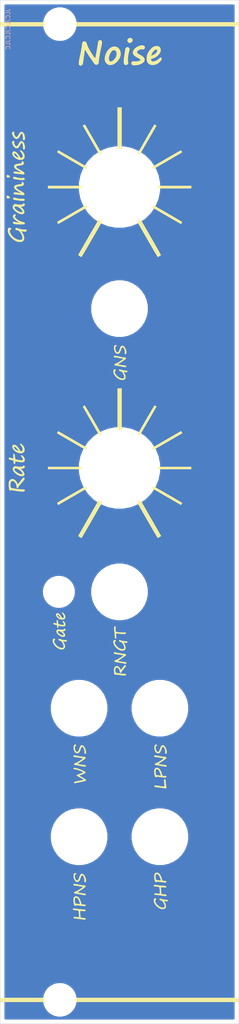
<source format=kicad_pcb>
(kicad_pcb (version 20171130) (host pcbnew "(5.1.9)-1")

  (general
    (thickness 1.6)
    (drawings 5)
    (tracks 0)
    (zones 0)
    (modules 12)
    (nets 1)
  )

  (page A4)
  (layers
    (0 F.Cu signal)
    (31 B.Cu signal)
    (32 B.Adhes user)
    (33 F.Adhes user)
    (34 B.Paste user)
    (35 F.Paste user)
    (36 B.SilkS user)
    (37 F.SilkS user)
    (38 B.Mask user)
    (39 F.Mask user)
    (40 Dwgs.User user)
    (41 Cmts.User user)
    (42 Eco1.User user)
    (43 Eco2.User user)
    (44 Edge.Cuts user)
    (45 Margin user)
    (46 B.CrtYd user)
    (47 F.CrtYd user)
    (48 B.Fab user)
    (49 F.Fab user)
  )

  (setup
    (last_trace_width 0.25)
    (trace_clearance 0.2)
    (zone_clearance 0.508)
    (zone_45_only no)
    (trace_min 0.2)
    (via_size 0.8)
    (via_drill 0.4)
    (via_min_size 0.4)
    (via_min_drill 0.3)
    (uvia_size 0.3)
    (uvia_drill 0.1)
    (uvias_allowed no)
    (uvia_min_size 0.2)
    (uvia_min_drill 0.1)
    (edge_width 0.05)
    (segment_width 0.2)
    (pcb_text_width 0.3)
    (pcb_text_size 1.5 1.5)
    (mod_edge_width 0.12)
    (mod_text_size 1 1)
    (mod_text_width 0.15)
    (pad_size 1.524 1.524)
    (pad_drill 0.762)
    (pad_to_mask_clearance 0)
    (aux_axis_origin 0 0)
    (visible_elements FEFFFF7F)
    (pcbplotparams
      (layerselection 0x010f0_ffffffff)
      (usegerberextensions false)
      (usegerberattributes false)
      (usegerberadvancedattributes true)
      (creategerberjobfile false)
      (excludeedgelayer true)
      (linewidth 0.100000)
      (plotframeref false)
      (viasonmask false)
      (mode 1)
      (useauxorigin false)
      (hpglpennumber 1)
      (hpglpenspeed 20)
      (hpglpendiameter 15.000000)
      (psnegative false)
      (psa4output false)
      (plotreference true)
      (plotvalue true)
      (plotinvisibletext false)
      (padsonsilk false)
      (subtractmaskfromsilk false)
      (outputformat 1)
      (mirror false)
      (drillshape 0)
      (scaleselection 1)
      (outputdirectory "Gerber/"))
  )

  (net 0 "")

  (net_class Default "This is the default net class."
    (clearance 0.2)
    (trace_width 0.25)
    (via_dia 0.8)
    (via_drill 0.4)
    (uvia_dia 0.3)
    (uvia_drill 0.1)
  )

  (module Bohrungen:Bohrung_6.1mm (layer F.Cu) (tedit 60E3EDE5) (tstamp 61003A87)
    (at 20.08 105.02)
    (fp_text reference "" (at 0 0) (layer F.SilkS)
      (effects (font (size 1.27 1.27) (thickness 0.15)))
    )
    (fp_text value "" (at 0 0) (layer F.SilkS)
      (effects (font (size 1.27 1.27) (thickness 0.15)))
    )
    (pad "" np_thru_hole circle (at 0 0) (size 6.1 6.1) (drill 6.1) (layers *.Cu *.Mask))
  )

  (module Bohrungen:Bohrung_6.1mm (layer F.Cu) (tedit 60E3EDE5) (tstamp 610039FE)
    (at 9.92 105.02)
    (fp_text reference "" (at 0 0) (layer F.SilkS)
      (effects (font (size 1.27 1.27) (thickness 0.15)))
    )
    (fp_text value "" (at 0 0) (layer F.SilkS)
      (effects (font (size 1.27 1.27) (thickness 0.15)))
    )
    (pad "" np_thru_hole circle (at 0 0) (size 6.1 6.1) (drill 6.1) (layers *.Cu *.Mask))
  )

  (module Bohrungen:Bohrung_6.1mm (layer F.Cu) (tedit 60E3EDE5) (tstamp 610039D1)
    (at 20.08 88.885)
    (fp_text reference "" (at 0 0) (layer F.SilkS)
      (effects (font (size 1.27 1.27) (thickness 0.15)))
    )
    (fp_text value "" (at 0 0) (layer F.SilkS)
      (effects (font (size 1.27 1.27) (thickness 0.15)))
    )
    (pad "" np_thru_hole circle (at 0 0) (size 6.1 6.1) (drill 6.1) (layers *.Cu *.Mask))
  )

  (module Bohrungen:Bohrung_6.1mm (layer F.Cu) (tedit 60E3EDE5) (tstamp 610039A6)
    (at 9.92 88.885)
    (fp_text reference "" (at 0 0) (layer F.SilkS)
      (effects (font (size 1.27 1.27) (thickness 0.15)))
    )
    (fp_text value "" (at 0 0) (layer F.SilkS)
      (effects (font (size 1.27 1.27) (thickness 0.15)))
    )
    (pad "" np_thru_hole circle (at 0 0) (size 6.1 6.1) (drill 6.1) (layers *.Cu *.Mask))
  )

  (module Bohrungen:Bohrung_3.0mm (layer F.Cu) (tedit 60E3EDE5) (tstamp 61003977)
    (at 7.38 74.28)
    (fp_text reference "" (at 0 0) (layer F.SilkS)
      (effects (font (size 1.27 1.27) (thickness 0.15)))
    )
    (fp_text value "" (at 0 0) (layer F.SilkS)
      (effects (font (size 1.27 1.27) (thickness 0.15)))
    )
    (pad "" np_thru_hole circle (at 0 0) (size 3 3) (drill 3) (layers *.Cu *.Mask))
  )

  (module Bohrungen:Bohrung_6.1mm (layer F.Cu) (tedit 60E3EDE5) (tstamp 6100393F)
    (at 15 74.28)
    (fp_text reference "" (at 0 0) (layer F.SilkS)
      (effects (font (size 1.27 1.27) (thickness 0.15)))
    )
    (fp_text value "" (at 0 0) (layer F.SilkS)
      (effects (font (size 1.27 1.27) (thickness 0.15)))
    )
    (pad "" np_thru_hole circle (at 0 0) (size 6.1 6.1) (drill 6.1) (layers *.Cu *.Mask))
  )

  (module Bohrungen:Bohrung_6.1mm (layer F.Cu) (tedit 60E3EDE5) (tstamp 61003913)
    (at 15 38.72)
    (fp_text reference "" (at 0 0) (layer F.SilkS)
      (effects (font (size 1.27 1.27) (thickness 0.15)))
    )
    (fp_text value "" (at 0 0) (layer F.SilkS)
      (effects (font (size 1.27 1.27) (thickness 0.15)))
    )
    (pad "" np_thru_hole circle (at 0 0) (size 6.1 6.1) (drill 6.1) (layers *.Cu *.Mask))
  )

  (module Bohrungen:Bohrung_9.2mm (layer F.Cu) (tedit 60E3EDE5) (tstamp 610038DE)
    (at 15 58.72)
    (fp_text reference "" (at 0 0) (layer F.SilkS)
      (effects (font (size 1.27 1.27) (thickness 0.15)))
    )
    (fp_text value "" (at 0 0) (layer F.SilkS)
      (effects (font (size 1.27 1.27) (thickness 0.15)))
    )
    (pad "" np_thru_hole circle (at 0 0) (size 9.2 9.2) (drill 9.2) (layers *.Cu *.Mask))
  )

  (module Bohrungen:Bohrung_9.2mm (layer F.Cu) (tedit 60E3EDE5) (tstamp 610038B1)
    (at 15 23.45)
    (fp_text reference "" (at 0 0) (layer F.SilkS)
      (effects (font (size 1.27 1.27) (thickness 0.15)))
    )
    (fp_text value "" (at 0 0) (layer F.SilkS)
      (effects (font (size 1.27 1.27) (thickness 0.15)))
    )
    (pad "" np_thru_hole circle (at 0 0) (size 9.2 9.2) (drill 9.2) (layers *.Cu *.Mask))
  )

  (module Bohrungen:Bohrung_3.2mm (layer F.Cu) (tedit 60E3EDE5) (tstamp 61003893)
    (at 7.5 125.5)
    (fp_text reference "" (at 0 0) (layer F.SilkS)
      (effects (font (size 1.27 1.27) (thickness 0.15)))
    )
    (fp_text value "" (at 0 0) (layer F.SilkS)
      (effects (font (size 1.27 1.27) (thickness 0.15)))
    )
    (pad "" np_thru_hole circle (at 0 0) (size 3.2 3.2) (drill 3.2) (layers *.Cu *.Mask))
  )

  (module Bohrungen:Bohrung_3.2mm (layer F.Cu) (tedit 60E3EDE5) (tstamp 6100387A)
    (at 7.5 3)
    (fp_text reference "" (at 0 0) (layer F.SilkS)
      (effects (font (size 1.27 1.27) (thickness 0.15)))
    )
    (fp_text value "" (at 0 0) (layer F.SilkS)
      (effects (font (size 1.27 1.27) (thickness 0.15)))
    )
    (pad "" np_thru_hole circle (at 0 0) (size 3.2 3.2) (drill 3.2) (layers *.Cu *.Mask))
  )

  (module Front:Front locked (layer F.Cu) (tedit 0) (tstamp 610035FA)
    (at 15 64.25)
    (fp_text reference G*** (at 0 0) (layer F.SilkS) hide
      (effects (font (size 1.524 1.524) (thickness 0.3)))
    )
    (fp_text value LOGO (at 0.75 0) (layer F.SilkS) hide
      (effects (font (size 1.524 1.524) (thickness 0.3)))
    )
    (fp_poly (pts (xy -9.482667 61.524445) (xy -14.986 61.524445) (xy -14.986 60.988223) (xy -9.482667 60.988223)
      (xy -9.482667 61.524445)) (layer F.SilkS) (width 0.01))
    (fp_poly (pts (xy 15.014222 61.524445) (xy -5.503334 61.524445) (xy -5.503334 60.988223) (xy 15.014222 60.988223)
      (xy 15.014222 61.524445)) (layer F.SilkS) (width 0.01))
    (fp_poly (pts (xy -5.675404 49.77915) (xy -5.559024 49.792056) (xy -5.423328 49.810484) (xy -5.4147 49.81176)
      (xy -5.235946 49.835269) (xy -5.030274 49.857583) (xy -4.82718 49.875701) (xy -4.702003 49.884298)
      (xy -4.54543 49.894479) (xy -4.435272 49.905374) (xy -4.36151 49.918753) (xy -4.314125 49.93639)
      (xy -4.285079 49.958033) (xy -4.249546 50.009463) (xy -4.258971 50.0612) (xy -4.261902 50.066869)
      (xy -4.287228 50.096636) (xy -4.330668 50.114385) (xy -4.401211 50.120777) (xy -4.507845 50.116474)
      (xy -4.65956 50.102138) (xy -4.692223 50.098557) (xy -4.793439 50.090578) (xy -4.873841 50.090213)
      (xy -4.915308 50.097313) (xy -4.929639 50.134327) (xy -4.936918 50.214428) (xy -4.937951 50.324808)
      (xy -4.93354 50.452659) (xy -4.924489 50.585172) (xy -4.911601 50.709541) (xy -4.895682 50.812955)
      (xy -4.877533 50.882608) (xy -4.864703 50.903879) (xy -4.814837 50.923525) (xy -4.728175 50.941973)
      (xy -4.63278 50.954232) (xy -4.45494 50.975339) (xy -4.331288 51.002136) (xy -4.259751 51.035779)
      (xy -4.238255 51.077427) (xy -4.264726 51.128237) (xy -4.284945 51.148404) (xy -4.336736 51.179816)
      (xy -4.407504 51.189933) (xy -4.510585 51.179501) (xy -4.586112 51.165227) (xy -4.65086 51.154371)
      (xy -4.760073 51.138839) (xy -4.902113 51.120172) (xy -5.065343 51.099906) (xy -5.207 51.083156)
      (xy -5.372049 51.063611) (xy -5.5189 51.045315) (xy -5.637847 51.02955) (xy -5.719183 51.017599)
      (xy -5.752258 51.011143) (xy -5.778332 50.976445) (xy -5.78048 50.937064) (xy -5.763635 50.8831)
      (xy -5.726638 50.849755) (xy -5.660833 50.835136) (xy -5.557561 50.837346) (xy -5.408168 50.854491)
      (xy -5.405185 50.854899) (xy -5.256048 50.872267) (xy -5.158193 50.876121) (xy -5.108122 50.866558)
      (xy -5.103648 50.863158) (xy -5.094769 50.824832) (xy -5.092583 50.743801) (xy -5.096048 50.633273)
      (xy -5.104126 50.506455) (xy -5.115775 50.376556) (xy -5.129955 50.256783) (xy -5.145626 50.160343)
      (xy -5.161748 50.100444) (xy -5.164111 50.095484) (xy -5.193824 50.063036) (xy -5.249127 50.037899)
      (xy -5.338314 50.018049) (xy -5.469678 50.001466) (xy -5.595073 49.99041) (xy -5.709388 49.977073)
      (xy -5.796824 49.958495) (xy -5.84308 49.937774) (xy -5.844349 49.936392) (xy -5.861386 49.878352)
      (xy -5.843583 49.813958) (xy -5.801681 49.774567) (xy -5.760335 49.772932) (xy -5.675404 49.77915)) (layer F.SilkS) (width 0.01))
    (fp_poly (pts (xy 4.50413 48.51039) (xy 4.528959 48.52209) (xy 4.599146 48.571482) (xy 4.628109 48.626017)
      (xy 4.612905 48.673728) (xy 4.572065 48.697424) (xy 4.514573 48.741217) (xy 4.494017 48.81922)
      (xy 4.509125 48.924097) (xy 4.558622 49.048514) (xy 4.641234 49.185136) (xy 4.661679 49.213361)
      (xy 4.783961 49.351531) (xy 4.926156 49.470038) (xy 5.078998 49.564841) (xy 5.233219 49.631892)
      (xy 5.379549 49.667149) (xy 5.508721 49.666566) (xy 5.609942 49.627178) (xy 5.661978 49.557573)
      (xy 5.673932 49.45255) (xy 5.646096 49.316138) (xy 5.578759 49.152365) (xy 5.575212 49.145229)
      (xy 5.485543 48.987261) (xy 5.394887 48.876216) (xy 5.294011 48.80318) (xy 5.17606 48.759821)
      (xy 5.09317 48.736068) (xy 5.050587 48.7095) (xy 5.033101 48.667115) (xy 5.028822 48.633945)
      (xy 5.027726 48.571067) (xy 5.050256 48.546406) (xy 5.099378 48.542587) (xy 5.167271 48.551533)
      (xy 5.265706 48.574504) (xy 5.362222 48.603028) (xy 5.551984 48.647747) (xy 5.76415 48.668405)
      (xy 5.777317 48.668783) (xy 5.934127 48.679527) (xy 6.036917 48.70325) (xy 6.086776 48.74073)
      (xy 6.084795 48.792742) (xy 6.037716 48.854506) (xy 5.963725 48.898581) (xy 5.903661 48.89835)
      (xy 5.826758 48.884813) (xy 5.729539 48.869065) (xy 5.703751 48.8651) (xy 5.579614 48.846289)
      (xy 5.641164 48.932727) (xy 5.744968 49.10692) (xy 5.813391 49.283447) (xy 5.844211 49.45198)
      (xy 5.835209 49.602192) (xy 5.804166 49.690632) (xy 5.727241 49.780936) (xy 5.611955 49.839756)
      (xy 5.467963 49.865282) (xy 5.30492 49.855704) (xy 5.145725 49.814091) (xy 4.952109 49.720007)
      (xy 4.761209 49.583132) (xy 4.586986 49.415988) (xy 4.443404 49.231097) (xy 4.385724 49.132556)
      (xy 4.332462 48.997145) (xy 4.304293 48.854441) (xy 4.301687 48.719171) (xy 4.325116 48.606065)
      (xy 4.366681 48.537514) (xy 4.410627 48.498383) (xy 4.448264 48.490119) (xy 4.50413 48.51039)) (layer F.SilkS) (width 0.01))
    (fp_poly (pts (xy -5.28917 48.280141) (xy -5.165483 48.364427) (xy -5.051642 48.491313) (xy -5.021561 48.535803)
      (xy -4.946912 48.67956) (xy -4.873765 48.870584) (xy -4.805574 49.099733) (xy -4.799176 49.124335)
      (xy -4.77408 49.192952) (xy -4.733744 49.237543) (xy -4.667212 49.262972) (xy -4.563528 49.274105)
      (xy -4.4576 49.276) (xy -4.349683 49.289088) (xy -4.271493 49.324418) (xy -4.23471 49.376088)
      (xy -4.233334 49.389305) (xy -4.255256 49.423426) (xy -4.305361 49.463601) (xy -4.360154 49.493177)
      (xy -4.38778 49.498772) (xy -4.424981 49.494175) (xy -4.507176 49.483621) (xy -4.623395 49.46853)
      (xy -4.762673 49.450322) (xy -4.811889 49.443863) (xy -5.060692 49.413908) (xy -5.255145 49.396593)
      (xy -5.395902 49.391893) (xy -5.483617 49.399783) (xy -5.517445 49.417111) (xy -5.557302 49.440926)
      (xy -5.588941 49.445334) (xy -5.642845 49.41851) (xy -5.692454 49.343571) (xy -5.735303 49.228819)
      (xy -5.768925 49.082554) (xy -5.790854 48.913077) (xy -5.795729 48.804004) (xy -5.615136 48.804004)
      (xy -5.603628 48.938599) (xy -5.585069 49.036061) (xy -5.553916 49.159782) (xy -5.394569 49.177717)
      (xy -5.302267 49.189192) (xy -5.232325 49.199864) (xy -5.207 49.205376) (xy -5.161769 49.212424)
      (xy -5.087709 49.217001) (xy -5.075448 49.217328) (xy -4.972118 49.219556) (xy -5.011688 49.049933)
      (xy -5.055822 48.902613) (xy -5.116601 48.755774) (xy -5.186263 48.62482) (xy -5.257049 48.525159)
      (xy -5.294432 48.488645) (xy -5.388745 48.439294) (xy -5.480565 48.433817) (xy -5.555323 48.472035)
      (xy -5.572289 48.492058) (xy -5.599065 48.563652) (xy -5.613481 48.673328) (xy -5.615136 48.804004)
      (xy -5.795729 48.804004) (xy -5.798601 48.739778) (xy -5.796628 48.612002) (xy -5.787241 48.523234)
      (xy -5.767276 48.456201) (xy -5.735918 48.397376) (xy -5.646075 48.297073) (xy -5.536787 48.245045)
      (xy -5.415378 48.239874) (xy -5.28917 48.280141)) (layer F.SilkS) (width 0.01))
    (fp_poly (pts (xy 4.480548 46.817266) (xy 4.596429 46.83029) (xy 4.732071 46.848702) (xy 4.74301 46.850312)
      (xy 4.924161 46.873993) (xy 5.131491 46.896239) (xy 5.334757 46.914002) (xy 5.453131 46.921853)
      (xy 5.609042 46.9317) (xy 5.718205 46.942459) (xy 5.79031 46.955805) (xy 5.835048 46.973415)
      (xy 5.857772 46.991836) (xy 5.889775 47.051612) (xy 5.893049 47.093734) (xy 5.884126 47.115521)
      (xy 5.861394 47.129618) (xy 5.815222 47.137192) (xy 5.735983 47.139412) (xy 5.614048 47.137445)
      (xy 5.547442 47.135641) (xy 5.212177 47.12606) (xy 5.231436 47.529508) (xy 5.24239 47.710511)
      (xy 5.255535 47.843703) (xy 5.270493 47.92603) (xy 5.283924 47.953492) (xy 5.326762 47.965705)
      (xy 5.409215 47.979011) (xy 5.514577 47.990788) (xy 5.530187 47.992163) (xy 5.70747 48.012328)
      (xy 5.830803 48.038759) (xy 5.90246 48.072714) (xy 5.924711 48.115456) (xy 5.89983 48.168242)
      (xy 5.882317 48.187429) (xy 5.840271 48.214004) (xy 5.776278 48.225399) (xy 5.68105 48.221621)
      (xy 5.545298 48.202679) (xy 5.461 48.187834) (xy 5.359287 48.1713) (xy 5.218198 48.1513)
      (xy 5.054508 48.130079) (xy 4.884995 48.109878) (xy 4.841244 48.104982) (xy 4.692275 48.087848)
      (xy 4.563313 48.071659) (xy 4.464743 48.057826) (xy 4.406949 48.047755) (xy 4.396744 48.044674)
      (xy 4.375337 48.003257) (xy 4.3837 47.943387) (xy 4.417935 47.892151) (xy 4.448915 47.876368)
      (xy 4.49952 47.870253) (xy 4.580772 47.873806) (xy 4.703691 47.887026) (xy 4.744676 47.892154)
      (xy 4.896999 47.908322) (xy 5.000546 47.91198) (xy 5.052416 47.903048) (xy 5.055481 47.900696)
      (xy 5.063949 47.862876) (xy 5.065942 47.782291) (xy 5.062478 47.67212) (xy 5.054577 47.545544)
      (xy 5.043257 47.415743) (xy 5.029537 47.295896) (xy 5.014436 47.199182) (xy 4.998971 47.138783)
      (xy 4.996114 47.132571) (xy 4.970132 47.101966) (xy 4.923556 47.078479) (xy 4.847415 47.059919)
      (xy 4.73274 47.044095) (xy 4.571707 47.028912) (xy 4.455344 47.014993) (xy 4.366118 46.996152)
      (xy 4.317924 46.975415) (xy 4.315762 46.973194) (xy 4.298773 46.915866) (xy 4.315339 46.851767)
      (xy 4.356029 46.812113) (xy 4.396417 46.810812) (xy 4.480548 46.817266)) (layer F.SilkS) (width 0.01))
    (fp_poly (pts (xy -5.561185 46.696792) (xy -5.432397 46.71876) (xy -5.25981 46.753099) (xy -5.150556 46.776013)
      (xy -4.987889 46.807453) (xy -4.815197 46.835821) (xy -4.656247 46.857446) (xy -4.56233 46.866882)
      (xy -4.440979 46.877564) (xy -4.363811 46.889521) (xy -4.318616 46.906404) (xy -4.293183 46.931864)
      (xy -4.283453 46.950279) (xy -4.26895 46.98462) (xy -4.262912 47.015103) (xy -4.270027 47.045986)
      (xy -4.294981 47.081526) (xy -4.342464 47.125982) (xy -4.417162 47.183609) (xy -4.523765 47.258667)
      (xy -4.666958 47.355412) (xy -4.851431 47.478103) (xy -4.900316 47.510522) (xy -5.010938 47.583612)
      (xy -5.10842 47.64754) (xy -5.180503 47.694293) (xy -5.210761 47.713412) (xy -5.246147 47.744809)
      (xy -5.247863 47.761921) (xy -5.21405 47.77358) (xy -5.136596 47.790515) (xy -5.027839 47.810754)
      (xy -4.900114 47.832325) (xy -4.76576 47.853257) (xy -4.637111 47.871579) (xy -4.526506 47.885318)
      (xy -4.446281 47.892503) (xy -4.42696 47.893106) (xy -4.333134 47.907405) (xy -4.259517 47.944213)
      (xy -4.217746 47.994409) (xy -4.21946 48.048874) (xy -4.222114 48.053621) (xy -4.27248 48.089062)
      (xy -4.359533 48.108599) (xy -4.465323 48.110494) (xy -4.5719 48.093011) (xy -4.586112 48.08884)
      (xy -4.663994 48.068622) (xy -4.780444 48.043419) (xy -4.921973 48.015622) (xy -5.07509 47.987619)
      (xy -5.226306 47.961801) (xy -5.36213 47.940557) (xy -5.469074 47.926275) (xy -5.531776 47.921334)
      (xy -5.627084 47.903702) (xy -5.693876 47.85745) (xy -5.721061 47.792545) (xy -5.716149 47.75562)
      (xy -5.673647 47.706791) (xy -5.577726 47.663867) (xy -5.551328 47.655689) (xy -5.460083 47.621533)
      (xy -5.346478 47.567911) (xy -5.218826 47.500065) (xy -5.085439 47.423236) (xy -4.954629 47.342663)
      (xy -4.834708 47.263587) (xy -4.73399 47.19125) (xy -4.660786 47.130891) (xy -4.623409 47.087751)
      (xy -4.623125 47.070497) (xy -4.659819 47.057131) (xy -4.741197 47.038238) (xy -4.85599 47.015726)
      (xy -4.992929 46.9915) (xy -5.140745 46.967467) (xy -5.288169 46.945532) (xy -5.423932 46.927602)
      (xy -5.536765 46.915584) (xy -5.541203 46.915205) (xy -5.654805 46.903823) (xy -5.725161 46.890202)
      (xy -5.765429 46.869941) (xy -5.788768 46.838642) (xy -5.792297 46.831254) (xy -5.806787 46.766118)
      (xy -5.783745 46.719707) (xy -5.757454 46.698654) (xy -5.716444 46.687386) (xy -5.653444 46.68655)
      (xy -5.561185 46.696792)) (layer F.SilkS) (width 0.01))
    (fp_poly (pts (xy 4.78634 45.281195) (xy 4.904322 45.330355) (xy 5.019573 45.429109) (xy 5.127318 45.570645)
      (xy 5.222785 45.748151) (xy 5.301197 45.954814) (xy 5.330032 46.057026) (xy 5.362792 46.174061)
      (xy 5.397981 46.247708) (xy 5.448899 46.288194) (xy 5.528845 46.305742) (xy 5.651118 46.310576)
      (xy 5.659966 46.310683) (xy 5.756779 46.317056) (xy 5.832504 46.331533) (xy 5.864577 46.346534)
      (xy 5.89647 46.410603) (xy 5.881408 46.475264) (xy 5.843855 46.50923) (xy 5.821695 46.521318)
      (xy 5.801352 46.529288) (xy 5.773689 46.532618) (xy 5.729572 46.530786) (xy 5.659868 46.523273)
      (xy 5.55544 46.509556) (xy 5.407155 46.489115) (xy 5.348111 46.480953) (xy 5.115665 46.451477)
      (xy 4.933146 46.434486) (xy 4.795465 46.429834) (xy 4.697536 46.437379) (xy 4.634269 46.456977)
      (xy 4.627963 46.460628) (xy 4.564517 46.479897) (xy 4.510062 46.450092) (xy 4.462079 46.368657)
      (xy 4.423488 46.253277) (xy 4.370949 46.013119) (xy 4.351674 45.800357) (xy 4.355429 45.746391)
      (xy 4.53875 45.746391) (xy 4.544276 45.892129) (xy 4.568692 46.04445) (xy 4.572101 46.059091)
      (xy 4.605021 46.196316) (xy 4.764899 46.214318) (xy 4.857346 46.225809) (xy 4.927447 46.236492)
      (xy 4.953 46.242043) (xy 4.9983 46.24912) (xy 5.072229 46.253691) (xy 5.083634 46.253994)
      (xy 5.186046 46.256223) (xy 5.158541 46.122167) (xy 5.125704 46.00614) (xy 5.074711 45.875271)
      (xy 5.013162 45.745001) (xy 4.948655 45.630772) (xy 4.888787 45.548026) (xy 4.864406 45.524398)
      (xy 4.76839 45.474212) (xy 4.676499 45.470972) (xy 4.601308 45.514104) (xy 4.583055 45.537258)
      (xy 4.551786 45.622884) (xy 4.53875 45.746391) (xy 4.355429 45.746391) (xy 4.364323 45.618577)
      (xy 4.407558 45.471364) (xy 4.480041 45.362306) (xy 4.580433 45.294988) (xy 4.707394 45.272997)
      (xy 4.78634 45.281195)) (layer F.SilkS) (width 0.01))
    (fp_poly (pts (xy -5.550429 45.336637) (xy -5.476697 45.364865) (xy -5.430408 45.406996) (xy -5.416286 45.450726)
      (xy -5.439053 45.483753) (xy -5.489921 45.494223) (xy -5.555177 45.514507) (xy -5.588699 45.566615)
      (xy -5.612619 45.68108) (xy -5.608892 45.810205) (xy -5.581923 45.942001) (xy -5.536118 46.064477)
      (xy -5.475885 46.165642) (xy -5.40563 46.233505) (xy -5.335283 46.256223) (xy -5.260028 46.231316)
      (xy -5.191065 46.155088) (xy -5.126529 46.02528) (xy -5.110906 45.984296) (xy -5.069479 45.870696)
      (xy -5.027873 45.75696) (xy -5.006129 45.697719) (xy -4.934542 45.548485) (xy -4.850207 45.452785)
      (xy -4.754745 45.411241) (xy -4.649776 45.424474) (xy -4.536919 45.493106) (xy -4.517286 45.510128)
      (xy -4.422073 45.619294) (xy -4.339945 45.756911) (xy -4.274387 45.910796) (xy -4.228886 46.068768)
      (xy -4.206928 46.218643) (xy -4.212 46.348241) (xy -4.247586 46.445379) (xy -4.249045 46.447498)
      (xy -4.306454 46.501894) (xy -4.367524 46.501687) (xy -4.391544 46.488624) (xy -4.40763 46.449785)
      (xy -4.417659 46.364977) (xy -4.420429 46.244468) (xy -4.420406 46.242111) (xy -4.437351 46.029475)
      (xy -4.491193 45.84663) (xy -4.579421 45.700974) (xy -4.617883 45.660221) (xy -4.669392 45.62255)
      (xy -4.714309 45.618503) (xy -4.757204 45.652779) (xy -4.802645 45.730076) (xy -4.855202 45.855091)
      (xy -4.884723 45.9346) (xy -4.941689 46.089286) (xy -4.986088 46.200176) (xy -5.023366 46.276966)
      (xy -5.058967 46.329356) (xy -5.098335 46.367041) (xy -5.145302 46.398738) (xy -5.272374 46.449742)
      (xy -5.393117 46.445388) (xy -5.505469 46.386599) (xy -5.607368 46.274301) (xy -5.672257 46.162555)
      (xy -5.735924 46.003528) (xy -5.773551 45.844876) (xy -5.78631 45.694544) (xy -5.775374 45.560476)
      (xy -5.741913 45.450616) (xy -5.687101 45.37291) (xy -5.612108 45.335302) (xy -5.550429 45.336637)) (layer F.SilkS) (width 0.01))
    (fp_poly (pts (xy 5.710002 33.567702) (xy 5.76707 33.607834) (xy 5.791271 33.649052) (xy 5.805906 33.715174)
      (xy 5.812801 33.817997) (xy 5.813997 33.911223) (xy 5.825252 34.119965) (xy 5.855615 34.326673)
      (xy 5.86931 34.388778) (xy 5.924403 34.614556) (xy 5.865963 34.663945) (xy 5.823679 34.695475)
      (xy 5.782838 34.707522) (xy 5.723775 34.701922) (xy 5.644444 34.68463) (xy 5.585826 34.674331)
      (xy 5.481719 34.659434) (xy 5.342759 34.641323) (xy 5.179584 34.621381) (xy 5.002831 34.600994)
      (xy 4.995333 34.600156) (xy 4.823576 34.579748) (xy 4.670058 34.559173) (xy 4.544012 34.539859)
      (xy 4.45467 34.523232) (xy 4.411263 34.510718) (xy 4.409722 34.50968) (xy 4.37721 34.451561)
      (xy 4.387791 34.383617) (xy 4.417651 34.34572) (xy 4.448704 34.330246) (xy 4.499269 34.325548)
      (xy 4.580472 34.331946) (xy 4.70344 34.349763) (xy 4.735151 34.35491) (xy 4.90655 34.381534)
      (xy 5.079199 34.405659) (xy 5.243688 34.426261) (xy 5.390607 34.442317) (xy 5.51055 34.452804)
      (xy 5.594106 34.4567) (xy 5.631866 34.45298) (xy 5.632471 34.452491) (xy 5.636372 34.419799)
      (xy 5.6357 34.341258) (xy 5.630824 34.227248) (xy 5.62211 34.088148) (xy 5.617311 34.023666)
      (xy 5.607061 33.875902) (xy 5.600542 33.74771) (xy 5.598118 33.649826) (xy 5.600154 33.592985)
      (xy 5.602389 33.583995) (xy 5.646968 33.55781) (xy 5.710002 33.567702)) (layer F.SilkS) (width 0.01))
    (fp_poly (pts (xy -5.479858 32.143781) (xy -5.30635 32.187025) (xy -5.106056 32.251474) (xy -4.884669 32.335672)
      (xy -4.64788 32.438162) (xy -4.607945 32.456626) (xy -4.444956 32.537352) (xy -4.334284 32.605853)
      (xy -4.276312 32.666185) (xy -4.271425 32.722402) (xy -4.320007 32.778556) (xy -4.422443 32.838703)
      (xy -4.579117 32.906897) (xy -4.653384 32.935928) (xy -4.77884 32.984086) (xy -4.888842 33.026464)
      (xy -4.97026 33.057995) (xy -5.006911 33.072373) (xy -5.030828 33.088388) (xy -5.02052 33.110287)
      (xy -4.969612 33.145686) (xy -4.922244 33.173527) (xy -4.71221 33.294645) (xy -4.546567 33.391798)
      (xy -4.420321 33.468353) (xy -4.328476 33.527674) (xy -4.266038 33.573127) (xy -4.22801 33.608077)
      (xy -4.209398 33.635891) (xy -4.205112 33.656703) (xy -4.213171 33.693296) (xy -4.241167 33.726215)
      (xy -4.294826 33.757505) (xy -4.379873 33.789211) (xy -4.502034 33.823377) (xy -4.667036 33.862049)
      (xy -4.880604 33.907272) (xy -4.941473 33.919683) (xy -5.114545 33.954885) (xy -5.272482 33.987217)
      (xy -5.405471 34.014655) (xy -5.503696 34.035171) (xy -5.557344 34.046742) (xy -5.559778 34.047305)
      (xy -5.633396 34.049151) (xy -5.679723 34.034422) (xy -5.723978 33.98575) (xy -5.714591 33.929895)
      (xy -5.663002 33.881096) (xy -5.612016 33.860741) (xy -5.517328 33.834543) (xy -5.390996 33.80543)
      (xy -5.245077 33.776329) (xy -5.192691 33.766879) (xy -5.034255 33.738303) (xy -4.882786 33.709584)
      (xy -4.753269 33.683656) (xy -4.660682 33.663452) (xy -4.645065 33.659641) (xy -4.50164 33.623303)
      (xy -4.670876 33.514685) (xy -4.777038 33.449891) (xy -4.909551 33.373726) (xy -5.04424 33.299989)
      (xy -5.08 33.281162) (xy -5.217445 33.207999) (xy -5.309736 33.153685) (xy -5.362761 33.112964)
      (xy -5.382406 33.080583) (xy -5.374555 33.051287) (xy -5.358561 33.032465) (xy -5.314945 33.005018)
      (xy -5.231033 32.964865) (xy -5.119823 32.917888) (xy -5.020902 32.879703) (xy -4.890694 32.830967)
      (xy -4.770581 32.785114) (xy -4.676298 32.748198) (xy -4.632944 32.730423) (xy -4.538665 32.689926)
      (xy -4.632944 32.634544) (xy -4.827206 32.537208) (xy -5.060753 32.447398) (xy -5.316461 32.37074)
      (xy -5.577201 32.312862) (xy -5.648665 32.300806) (xy -5.744167 32.273337) (xy -5.795351 32.230761)
      (xy -5.797189 32.178512) (xy -5.782762 32.155855) (xy -5.723755 32.12674) (xy -5.62089 32.123201)
      (xy -5.479858 32.143781)) (layer F.SilkS) (width 0.01))
    (fp_poly (pts (xy 4.752264 32.103899) (xy 4.868849 32.145732) (xy 4.980765 32.216773) (xy 5.064433 32.300933)
      (xy 5.148949 32.432886) (xy 5.230199 32.596103) (xy 5.297105 32.765945) (xy 5.336141 32.905277)
      (xy 5.358789 32.998178) (xy 5.382885 33.070503) (xy 5.396958 33.097611) (xy 5.443151 33.118577)
      (xy 5.533947 33.130678) (xy 5.607422 33.132889) (xy 5.710762 33.137017) (xy 5.796689 33.147753)
      (xy 5.840535 33.160327) (xy 5.897913 33.211733) (xy 5.907591 33.268726) (xy 5.875408 33.319011)
      (xy 5.807199 33.350291) (xy 5.748261 33.354701) (xy 5.690546 33.349997) (xy 5.588386 33.339529)
      (xy 5.453342 33.324566) (xy 5.296974 33.306376) (xy 5.184684 33.29285) (xy 5.01096 33.271915)
      (xy 4.883863 33.25794) (xy 4.79402 33.25082) (xy 4.732057 33.25045) (xy 4.688601 33.256724)
      (xy 4.654279 33.269536) (xy 4.623507 33.286538) (xy 4.564386 33.318842) (xy 4.533224 33.321282)
      (xy 4.509911 33.29358) (xy 4.504711 33.284889) (xy 4.450794 33.169157) (xy 4.407421 33.018456)
      (xy 4.371668 32.822468) (xy 4.369575 32.808172) (xy 4.353764 32.591566) (xy 4.353959 32.589708)
      (xy 4.537812 32.589708) (xy 4.542739 32.669754) (xy 4.55451 32.768474) (xy 4.570365 32.869342)
      (xy 4.587545 32.95583) (xy 4.603292 33.011413) (xy 4.610092 33.022676) (xy 4.637986 33.027126)
      (xy 4.709837 33.036994) (xy 4.813599 33.050655) (xy 4.896555 33.061323) (xy 5.015638 33.076752)
      (xy 5.111479 33.089648) (xy 5.171842 33.098335) (xy 5.186371 33.10098) (xy 5.186602 33.080048)
      (xy 5.176824 33.027056) (xy 5.118031 32.811336) (xy 5.045354 32.626627) (xy 4.962207 32.477722)
      (xy 4.872004 32.369416) (xy 4.77816 32.306502) (xy 4.68409 32.293773) (xy 4.658717 32.299683)
      (xy 4.591469 32.345554) (xy 4.551722 32.434056) (xy 4.537815 32.569174) (xy 4.537812 32.589708)
      (xy 4.353959 32.589708) (xy 4.372871 32.409806) (xy 4.42565 32.266047) (xy 4.510857 32.163443)
      (xy 4.627247 32.105147) (xy 4.649155 32.100047) (xy 4.752264 32.103899)) (layer F.SilkS) (width 0.01))
    (fp_poly (pts (xy -5.640908 30.555421) (xy -5.538936 30.568639) (xy -5.395282 30.5943) (xy -5.26334 30.620668)
      (xy -5.090375 30.653835) (xy -4.912611 30.683869) (xy -4.748484 30.707905) (xy -4.616425 30.723081)
      (xy -4.590856 30.725136) (xy -4.443069 30.740387) (xy -4.344148 30.763752) (xy -4.286726 30.798477)
      (xy -4.263434 30.847809) (xy -4.261988 30.870072) (xy -4.268362 30.914604) (xy -4.293062 30.955124)
      (xy -4.345827 31.002448) (xy -4.436399 31.06739) (xy -4.445 31.073282) (xy -4.535728 31.134742)
      (xy -4.64983 31.211205) (xy -4.776908 31.295801) (xy -4.906566 31.381658) (xy -5.028405 31.461904)
      (xy -5.132028 31.529668) (xy -5.207038 31.578079) (xy -5.238448 31.597661) (xy -5.254821 31.613968)
      (xy -5.238978 31.629106) (xy -5.183813 31.645817) (xy -5.082215 31.666839) (xy -5.037362 31.675176)
      (xy -4.895542 31.699113) (xy -4.748114 31.720763) (xy -4.622495 31.736166) (xy -4.600223 31.738348)
      (xy -4.423335 31.762088) (xy -4.299201 31.795911) (xy -4.228638 31.839372) (xy -4.212463 31.892024)
      (xy -4.236303 31.937022) (xy -4.279438 31.961612) (xy -4.358062 31.970521) (xy -4.476488 31.96343)
      (xy -4.639028 31.940023) (xy -4.849994 31.899981) (xy -4.910667 31.887364) (xy -5.070914 31.855249)
      (xy -5.230954 31.82608) (xy -5.37293 31.802937) (xy -5.47898 31.788902) (xy -5.484727 31.788328)
      (xy -5.590303 31.775613) (xy -5.653851 31.759217) (xy -5.68976 31.733608) (xy -5.708454 31.702334)
      (xy -5.721958 31.645202) (xy -5.699251 31.598962) (xy -5.633894 31.557356) (xy -5.519445 31.514127)
      (xy -5.512431 31.511847) (xy -5.397171 31.464545) (xy -5.25143 31.389657) (xy -5.088657 31.295034)
      (xy -4.922306 31.188526) (xy -4.765827 31.077986) (xy -4.754337 31.069354) (xy -4.673023 31.006307)
      (xy -4.631874 30.967622) (xy -4.625074 30.944924) (xy -4.646804 30.929839) (xy -4.65517 30.926586)
      (xy -4.713093 30.911355) (xy -4.814274 30.890775) (xy -4.946018 30.866939) (xy -5.095632 30.841937)
      (xy -5.250421 30.81786) (xy -5.39769 30.796801) (xy -5.524747 30.780849) (xy -5.567056 30.776368)
      (xy -5.679882 30.761139) (xy -5.748053 30.740159) (xy -5.783327 30.70961) (xy -5.785778 30.705363)
      (xy -5.811474 30.634741) (xy -5.792461 30.588469) (xy -5.750174 30.562699) (xy -5.708789 30.553743)
      (xy -5.640908 30.555421)) (layer F.SilkS) (width 0.01))
    (fp_poly (pts (xy 4.516302 30.553935) (xy 4.613387 30.566263) (xy 4.75071 30.590826) (xy 4.897825 30.620539)
      (xy 5.067729 30.653691) (xy 5.239706 30.683402) (xy 5.396299 30.706897) (xy 5.520046 30.721404)
      (xy 5.545666 30.723427) (xy 5.661335 30.734365) (xy 5.761721 30.749634) (xy 5.827988 30.766253)
      (xy 5.834944 30.769208) (xy 5.887667 30.819158) (xy 5.893442 30.886325) (xy 5.853099 30.957872)
      (xy 5.820833 30.987525) (xy 5.699681 31.078174) (xy 5.551096 31.184277) (xy 5.391765 31.294362)
      (xy 5.238377 31.396959) (xy 5.107618 31.480597) (xy 5.072011 31.502241) (xy 4.983748 31.556539)
      (xy 4.919425 31.599286) (xy 4.890002 31.623093) (xy 4.889465 31.625318) (xy 4.922364 31.635938)
      (xy 4.998325 31.652211) (xy 5.104501 31.672018) (xy 5.228048 31.69324) (xy 5.35612 31.713758)
      (xy 5.475871 31.731451) (xy 5.574455 31.7442) (xy 5.639029 31.749887) (xy 5.645168 31.75)
      (xy 5.766731 31.761476) (xy 5.862416 31.792322) (xy 5.924219 31.837163) (xy 5.944138 31.890627)
      (xy 5.923697 31.937022) (xy 5.880562 31.961612) (xy 5.801938 31.970521) (xy 5.683512 31.96343)
      (xy 5.520972 31.940023) (xy 5.310006 31.899981) (xy 5.249333 31.887364) (xy 5.089086 31.855249)
      (xy 4.929046 31.82608) (xy 4.78707 31.802937) (xy 4.68102 31.788902) (xy 4.675273 31.788328)
      (xy 4.569697 31.775613) (xy 4.506149 31.759217) (xy 4.47024 31.733608) (xy 4.451546 31.702334)
      (xy 4.438057 31.645079) (xy 4.46093 31.598754) (xy 4.526588 31.557095) (xy 4.641454 31.513839)
      (xy 4.646582 31.512174) (xy 4.769389 31.463137) (xy 4.915719 31.386854) (xy 5.091271 31.28003)
      (xy 5.301743 31.139371) (xy 5.353161 31.103656) (xy 5.453425 31.03261) (xy 5.512815 30.986276)
      (xy 5.537214 30.957747) (xy 5.532506 30.940121) (xy 5.504578 30.926493) (xy 5.504262 30.926376)
      (xy 5.447734 30.911691) (xy 5.347485 30.891598) (xy 5.215753 30.868093) (xy 5.064773 30.843172)
      (xy 4.906783 30.818831) (xy 4.754019 30.797065) (xy 4.618718 30.77987) (xy 4.578533 30.775384)
      (xy 4.46741 30.758268) (xy 4.401743 30.733678) (xy 4.373921 30.704802) (xy 4.348494 30.63444)
      (xy 4.368069 30.588163) (xy 4.410992 30.562168) (xy 4.451492 30.552888) (xy 4.516302 30.553935)) (layer F.SilkS) (width 0.01))
    (fp_poly (pts (xy -5.510195 29.215989) (xy -5.45147 29.25766) (xy -5.423817 29.303428) (xy -5.43148 29.339167)
      (xy -5.469587 29.351111) (xy -5.53813 29.376058) (xy -5.584967 29.444778) (xy -5.607929 29.548085)
      (xy -5.604846 29.676798) (xy -5.577569 29.808298) (xy -5.520283 29.959345) (xy -5.451595 30.060414)
      (xy -5.373479 30.108962) (xy -5.34123 30.113111) (xy -5.276563 30.102552) (xy -5.222485 30.065754)
      (xy -5.173329 29.995043) (xy -5.123425 29.882742) (xy -5.079393 29.758511) (xy -5.006683 29.562299)
      (xy -4.935451 29.419068) (xy -4.862381 29.32556) (xy -4.784157 29.278516) (xy -4.697462 29.274678)
      (xy -4.615376 29.302597) (xy -4.524962 29.365775) (xy -4.441401 29.4609) (xy -4.366946 29.579534)
      (xy -4.303846 29.71324) (xy -4.254352 29.853581) (xy -4.220716 29.992119) (xy -4.205187 30.120416)
      (xy -4.210016 30.230036) (xy -4.237455 30.31254) (xy -4.289754 30.359491) (xy -4.331413 30.367111)
      (xy -4.386604 30.359828) (xy -4.407072 30.345945) (xy -4.409448 30.309497) (xy -4.411821 30.231685)
      (xy -4.413758 30.12759) (xy -4.414127 30.099) (xy -4.41969 29.965896) (xy -4.436052 29.864794)
      (xy -4.468259 29.771543) (xy -4.494274 29.715423) (xy -4.570876 29.578802) (xy -4.639508 29.497486)
      (xy -4.700684 29.470978) (xy -4.734527 29.481489) (xy -4.763052 29.519123) (xy -4.803416 29.597613)
      (xy -4.849549 29.704288) (xy -4.88268 29.790747) (xy -4.928501 29.913915) (xy -4.97077 30.02248)
      (xy -5.003773 30.102022) (xy -5.01796 30.132089) (xy -5.10095 30.23248) (xy -5.210508 30.293485)
      (xy -5.332512 30.312149) (xy -5.45284 30.285518) (xy -5.527957 30.238809) (xy -5.619619 30.135987)
      (xy -5.692186 30.004397) (xy -5.744438 29.854889) (xy -5.775157 29.698316) (xy -5.783123 29.545528)
      (xy -5.767116 29.407378) (xy -5.725918 29.294717) (xy -5.658308 29.218396) (xy -5.643614 29.209555)
      (xy -5.578401 29.194491) (xy -5.510195 29.215989)) (layer F.SilkS) (width 0.01))
    (fp_poly (pts (xy 4.649805 29.215989) (xy 4.70931 29.258093) (xy 4.736427 29.303832) (xy 4.727276 29.339338)
      (xy 4.687608 29.351111) (xy 4.6167 29.376196) (xy 4.569987 29.447583) (xy 4.549962 29.559467)
      (xy 4.553616 29.663283) (xy 4.583718 29.825465) (xy 4.634538 29.958584) (xy 4.701444 30.05485)
      (xy 4.779804 30.106473) (xy 4.821096 30.113111) (xy 4.885004 30.102244) (xy 4.938784 30.064573)
      (xy 4.987998 29.992499) (xy 5.03821 29.878419) (xy 5.080607 29.758511) (xy 5.148607 29.57277)
      (xy 5.213243 29.437124) (xy 5.278113 29.345652) (xy 5.346815 29.292436) (xy 5.369884 29.28263)
      (xy 5.469619 29.275867) (xy 5.573794 29.319136) (xy 5.676414 29.406997) (xy 5.771484 29.53401)
      (xy 5.85301 29.694734) (xy 5.869127 29.735663) (xy 5.919232 29.899012) (xy 5.945064 30.049915)
      (xy 5.947196 30.180261) (xy 5.926201 30.281941) (xy 5.882652 30.346845) (xy 5.824464 30.367111)
      (xy 5.77118 30.359415) (xy 5.752928 30.345945) (xy 5.750552 30.309497) (xy 5.748179 30.231685)
      (xy 5.746242 30.12759) (xy 5.745873 30.099) (xy 5.74031 29.965896) (xy 5.723948 29.864794)
      (xy 5.691741 29.771543) (xy 5.665726 29.715423) (xy 5.589762 29.579594) (xy 5.521807 29.498504)
      (xy 5.460849 29.471173) (xy 5.42407 29.482038) (xy 5.395039 29.519984) (xy 5.354514 29.598807)
      (xy 5.308595 29.705752) (xy 5.276227 29.791296) (xy 5.231009 29.914466) (xy 5.18917 30.022995)
      (xy 5.156397 30.1024) (xy 5.14235 30.132089) (xy 5.058796 30.232641) (xy 4.948965 30.293648)
      (xy 4.826884 30.312176) (xy 4.706583 30.285292) (xy 4.632051 30.238816) (xy 4.539591 30.135323)
      (xy 4.4665 30.003275) (xy 4.413994 29.853501) (xy 4.38329 29.696824) (xy 4.375604 29.544072)
      (xy 4.392153 29.406072) (xy 4.434154 29.293648) (xy 4.502824 29.217628) (xy 4.516386 29.209555)
      (xy 4.581599 29.194491) (xy 4.649805 29.215989)) (layer F.SilkS) (width 0.01))
    (fp_poly (pts (xy 0.726067 19.210649) (xy 0.775598 19.249905) (xy 0.806909 19.306176) (xy 0.807622 19.350072)
      (xy 0.783799 19.389595) (xy 0.729751 19.462243) (xy 0.652653 19.558864) (xy 0.559681 19.670308)
      (xy 0.522905 19.713223) (xy 0.424717 19.830853) (xy 0.339246 19.940537) (xy 0.274012 20.032078)
      (xy 0.236534 20.09528) (xy 0.231509 20.10829) (xy 0.200559 20.170871) (xy 0.159139 20.202343)
      (xy 0.089741 20.192843) (xy 0.0457 20.134273) (xy 0.028428 20.028679) (xy 0.028222 20.012833)
      (xy 0.017435 19.910196) (xy -0.020866 19.812958) (xy -0.0635 19.742071) (xy -0.158186 19.620118)
      (xy -0.248573 19.551774) (xy -0.338363 19.534773) (xy -0.385079 19.545129) (xy -0.464115 19.601766)
      (xy -0.512549 19.703849) (xy -0.529564 19.848877) (xy -0.523099 19.96773) (xy -0.509051 20.071819)
      (xy -0.491162 20.133296) (xy -0.464048 20.16597) (xy -0.441361 20.1774) (xy -0.349516 20.203622)
      (xy -0.215903 20.230661) (xy -0.055122 20.256461) (xy 0.118223 20.278966) (xy 0.28953 20.296123)
      (xy 0.444198 20.305875) (xy 0.478824 20.306921) (xy 0.614276 20.311133) (xy 0.704465 20.318054)
      (xy 0.760567 20.329737) (xy 0.793761 20.348236) (xy 0.810363 20.367844) (xy 0.8307 20.432325)
      (xy 0.800312 20.482704) (xy 0.723513 20.517377) (xy 0.604622 20.534738) (xy 0.447956 20.533183)
      (xy 0.381 20.527463) (xy 0.308514 20.518229) (xy 0.19611 20.501892) (xy 0.059511 20.480811)
      (xy -0.076808 20.458791) (xy -0.226727 20.436862) (xy -0.360699 20.422528) (xy -0.464826 20.417005)
      (xy -0.518878 20.420034) (xy -0.575015 20.425758) (xy -0.615801 20.41352) (xy -0.644524 20.375729)
      (xy -0.664472 20.304796) (xy -0.67893 20.193131) (xy -0.691187 20.033145) (xy -0.692026 20.020264)
      (xy -0.699822 19.83814) (xy -0.694499 19.700355) (xy -0.673385 19.595777) (xy -0.633813 19.513276)
      (xy -0.57311 19.441722) (xy -0.547629 19.4183) (xy -0.435501 19.348616) (xy -0.316364 19.333915)
      (xy -0.216149 19.358741) (xy -0.129054 19.411576) (xy -0.035179 19.499237) (xy 0.049552 19.604871)
      (xy 0.102243 19.695667) (xy 0.139668 19.762747) (xy 0.172909 19.799422) (xy 0.183444 19.801961)
      (xy 0.210209 19.777228) (xy 0.262797 19.715853) (xy 0.333827 19.62684) (xy 0.415919 19.519195)
      (xy 0.423333 19.509257) (xy 0.507349 19.399199) (xy 0.582423 19.30594) (xy 0.640685 19.238914)
      (xy 0.674269 19.207554) (xy 0.67545 19.206957) (xy 0.726067 19.210649)) (layer F.SilkS) (width 0.01))
    (fp_poly (pts (xy -0.572904 17.616088) (xy -0.48363 17.631032) (xy -0.361003 17.653524) (xy -0.215973 17.681587)
      (xy -0.134492 17.697897) (xy 0.038322 17.73084) (xy 0.214399 17.760875) (xy 0.37605 17.785208)
      (xy 0.505586 17.801047) (xy 0.535614 17.80373) (xy 0.652298 17.813838) (xy 0.725129 17.824954)
      (xy 0.766591 17.841568) (xy 0.789166 17.868171) (xy 0.801973 17.899535) (xy 0.813836 17.961955)
      (xy 0.790825 18.014675) (xy 0.762384 18.047702) (xy 0.70907 18.095999) (xy 0.668095 18.119)
      (xy 0.665358 18.119294) (xy 0.623939 18.136263) (xy 0.566036 18.176349) (xy 0.564444 18.177646)
      (xy 0.516664 18.21307) (xy 0.433392 18.271344) (xy 0.326441 18.344524) (xy 0.207624 18.424667)
      (xy 0.088754 18.503829) (xy -0.018357 18.574066) (xy -0.101895 18.627433) (xy -0.129815 18.644524)
      (xy -0.165626 18.675899) (xy -0.167374 18.693521) (xy -0.132196 18.706518) (xy -0.05353 18.72453)
      (xy 0.056113 18.745525) (xy 0.184218 18.767471) (xy 0.318272 18.788338) (xy 0.445761 18.806094)
      (xy 0.554172 18.818708) (xy 0.630992 18.824148) (xy 0.637804 18.824223) (xy 0.740791 18.839584)
      (xy 0.819361 18.879661) (xy 0.865196 18.935444) (xy 0.869978 18.997922) (xy 0.841022 19.044356)
      (xy 0.803796 19.071808) (xy 0.791633 19.074379) (xy 0.754734 19.067145) (xy 0.705555 19.058423)
      (xy 0.653156 19.048518) (xy 0.557573 19.029611) (xy 0.430897 19.004123) (xy 0.28522 18.974478)
      (xy 0.23232 18.963638) (xy 0.06851 18.931595) (xy -0.094637 18.902448) (xy -0.240062 18.879068)
      (xy -0.350705 18.864332) (xy -0.366631 18.862724) (xy -0.499545 18.843485) (xy -0.582523 18.81436)
      (xy -0.608551 18.794042) (xy -0.641812 18.727909) (xy -0.621402 18.667663) (xy -0.550083 18.618253)
      (xy -0.50041 18.600371) (xy -0.408262 18.566162) (xy -0.293383 18.512579) (xy -0.164004 18.444744)
      (xy -0.028356 18.36778) (xy 0.105331 18.286808) (xy 0.228826 18.206951) (xy 0.333896 18.133332)
      (xy 0.412313 18.071072) (xy 0.455843 18.025294) (xy 0.459255 18.003155) (xy 0.422357 17.989554)
      (xy 0.340539 17.970543) (xy 0.224852 17.947982) (xy 0.086349 17.923732) (xy -0.063915 17.899653)
      (xy -0.21489 17.877605) (xy -0.35552 17.859449) (xy -0.461093 17.848246) (xy -0.57475 17.836079)
      (xy -0.64517 17.821886) (xy -0.685507 17.801183) (xy -0.708914 17.769482) (xy -0.712186 17.762607)
      (xy -0.721885 17.688139) (xy -0.68636 17.632093) (xy -0.61787 17.610667) (xy -0.572904 17.616088)) (layer F.SilkS) (width 0.01))
    (fp_poly (pts (xy -0.541354 16.077175) (xy -0.47699 16.120688) (xy -0.451556 16.178084) (xy -0.451556 16.178255)
      (xy -0.473269 16.223464) (xy -0.522112 16.267516) (xy -0.577961 16.334244) (xy -0.589047 16.427659)
      (xy -0.557193 16.542579) (xy -0.484223 16.673822) (xy -0.371961 16.816207) (xy -0.303769 16.887869)
      (xy -0.126908 17.041098) (xy 0.047087 17.143386) (xy 0.226629 17.199101) (xy 0.318096 17.210645)
      (xy 0.422781 17.213611) (xy 0.490052 17.201726) (xy 0.537227 17.172313) (xy 0.584626 17.092776)
      (xy 0.592278 16.981104) (xy 0.561603 16.84378) (xy 0.494023 16.687285) (xy 0.395205 16.524248)
      (xy 0.291161 16.405218) (xy 0.177806 16.333117) (xy 0.077601 16.312445) (xy -0.004068 16.29108)
      (xy -0.048278 16.227733) (xy -0.056445 16.164803) (xy -0.038882 16.095002) (xy 0.005014 16.063963)
      (xy 0.062054 16.080018) (xy 0.069125 16.08548) (xy 0.129759 16.116203) (xy 0.231756 16.148237)
      (xy 0.360206 16.178479) (xy 0.500199 16.203829) (xy 0.636828 16.221184) (xy 0.751488 16.227445)
      (xy 0.886546 16.234092) (xy 0.969847 16.25511) (xy 1.004799 16.29292) (xy 0.994808 16.349941)
      (xy 0.974434 16.38579) (xy 0.942856 16.42718) (xy 0.906834 16.446635) (xy 0.848407 16.448896)
      (xy 0.766484 16.440699) (xy 0.667712 16.427447) (xy 0.585306 16.413488) (xy 0.551427 16.405752)
      (xy 0.514916 16.397634) (xy 0.514984 16.413175) (xy 0.545307 16.456817) (xy 0.632084 16.596247)
      (xy 0.703381 16.750348) (xy 0.751829 16.900341) (xy 0.770057 17.027451) (xy 0.770063 17.029364)
      (xy 0.758485 17.164602) (xy 0.719032 17.262089) (xy 0.644625 17.336552) (xy 0.612032 17.358072)
      (xy 0.513452 17.394446) (xy 0.382635 17.411083) (xy 0.240452 17.407364) (xy 0.10777 17.382675)
      (xy 0.080269 17.373779) (xy -0.125057 17.277073) (xy -0.316144 17.142941) (xy -0.484987 16.980564)
      (xy -0.623582 16.79912) (xy -0.723924 16.607787) (xy -0.778008 16.415744) (xy -0.781875 16.385171)
      (xy -0.78144 16.24908) (xy -0.751664 16.144504) (xy -0.696087 16.078901) (xy -0.62722 16.059342)
      (xy -0.541354 16.077175)) (layer F.SilkS) (width 0.01))
    (fp_poly (pts (xy -8.195033 15.904616) (xy -8.110894 15.949615) (xy -8.082087 16.004529) (xy -8.108821 16.068672)
      (xy -8.13623 16.097799) (xy -8.191047 16.165552) (xy -8.208552 16.240713) (xy -8.188916 16.335565)
      (xy -8.141084 16.44501) (xy -8.034518 16.611265) (xy -7.892999 16.762636) (xy -7.728182 16.890991)
      (xy -7.551723 16.988195) (xy -7.375276 17.046114) (xy -7.261424 17.058908) (xy -7.162713 17.054955)
      (xy -7.10257 17.037586) (xy -7.065197 17.003889) (xy -7.035311 16.921183) (xy -7.037606 16.807161)
      (xy -7.068215 16.67394) (xy -7.123272 16.533639) (xy -7.198908 16.398375) (xy -7.291257 16.280266)
      (xy -7.298553 16.272639) (xy -7.402027 16.193525) (xy -7.526325 16.153459) (xy -7.608356 16.135491)
      (xy -7.650008 16.112228) (xy -7.66688 16.071129) (xy -7.671192 16.036967) (xy -7.668123 15.967953)
      (xy -7.637751 15.932734) (xy -7.573384 15.929408) (xy -7.468331 15.956077) (xy -7.430629 15.96869)
      (xy -7.278545 16.014669) (xy -7.124586 16.049811) (xy -6.984076 16.071486) (xy -6.872337 16.077063)
      (xy -6.827917 16.072147) (xy -6.725185 16.065817) (xy -6.652558 16.092985) (xy -6.617948 16.147016)
      (xy -6.629268 16.221272) (xy -6.635353 16.233628) (xy -6.655282 16.262353) (xy -6.68535 16.27799)
      (xy -6.738689 16.282563) (xy -6.82843 16.278097) (xy -6.891324 16.273083) (xy -7.116144 16.254334)
      (xy -7.044363 16.348443) (xy -6.94982 16.499011) (xy -6.884741 16.658317) (xy -6.851338 16.814663)
      (xy -6.851822 16.956352) (xy -6.888405 17.071687) (xy -6.903261 17.094775) (xy -7.011918 17.198776)
      (xy -7.150265 17.254866) (xy -7.318387 17.263067) (xy -7.483338 17.232787) (xy -7.673534 17.157143)
      (xy -7.864275 17.037492) (xy -8.042895 16.884703) (xy -8.196731 16.709644) (xy -8.313119 16.523187)
      (xy -8.315329 16.518698) (xy -8.370498 16.372736) (xy -8.397503 16.226348) (xy -8.395929 16.09301)
      (xy -8.365356 15.986197) (xy -8.333221 15.940747) (xy -8.277498 15.898174) (xy -8.221777 15.896367)
      (xy -8.195033 15.904616)) (layer F.SilkS) (width 0.01))
    (fp_poly (pts (xy -0.529401 14.344298) (xy -0.509132 14.363353) (xy -0.495908 14.408242) (xy -0.488323 14.488481)
      (xy -0.484966 14.613585) (xy -0.484666 14.646598) (xy -0.48186 14.804482) (xy -0.474823 14.914902)
      (xy -0.461715 14.986786) (xy -0.440695 15.029063) (xy -0.409922 15.050662) (xy -0.400724 15.053808)
      (xy -0.32306 15.069524) (xy -0.203425 15.085099) (xy -0.056287 15.099416) (xy 0.103891 15.111356)
      (xy 0.262641 15.119802) (xy 0.405499 15.123636) (xy 0.492629 15.122842) (xy 0.610033 15.121439)
      (xy 0.707598 15.124788) (xy 0.770373 15.132182) (xy 0.783166 15.136565) (xy 0.816045 15.184227)
      (xy 0.800958 15.246437) (xy 0.774095 15.280318) (xy 0.71843 15.304706) (xy 0.615367 15.319403)
      (xy 0.473117 15.324393) (xy 0.299892 15.31966) (xy 0.103901 15.305187) (xy -0.098778 15.282017)
      (xy -0.22439 15.26531) (xy -0.327681 15.251767) (xy -0.396881 15.24292) (xy -0.42013 15.240235)
      (xy -0.422872 15.266329) (xy -0.421726 15.337037) (xy -0.417039 15.440689) (xy -0.411432 15.532675)
      (xy -0.403607 15.668447) (xy -0.402427 15.759592) (xy -0.408787 15.817633) (xy -0.423587 15.854094)
      (xy -0.437818 15.871342) (xy -0.475483 15.906803) (xy -0.48885 15.916475) (xy -0.513877 15.903593)
      (xy -0.543278 15.886851) (xy -0.571233 15.858063) (xy -0.586818 15.803865) (xy -0.593078 15.711072)
      (xy -0.593621 15.668987) (xy -0.59736 15.572518) (xy -0.606988 15.435725) (xy -0.621203 15.27427)
      (xy -0.6387 15.103813) (xy -0.646116 15.03842) (xy -0.663001 14.877818) (xy -0.675251 14.728875)
      (xy -0.682072 14.604282) (xy -0.682667 14.516727) (xy -0.680439 14.491158) (xy -0.649544 14.398493)
      (xy -0.597996 14.346525) (xy -0.533561 14.342802) (xy -0.529401 14.344298)) (layer F.SilkS) (width 0.01))
    (fp_poly (pts (xy -6.827381 14.699849) (xy -6.7888 14.755361) (xy -6.773334 14.792854) (xy -6.797777 14.844644)
      (xy -6.860047 14.899689) (xy -6.943558 14.946243) (xy -7.025757 14.971623) (xy -7.146127 14.991959)
      (xy -7.033355 15.108924) (xy -6.918223 15.248108) (xy -6.850069 15.376186) (xy -6.82985 15.489281)
      (xy -6.85852 15.583515) (xy -6.90414 15.633063) (xy -7.010765 15.681495) (xy -7.146621 15.683699)
      (xy -7.30849 15.639636) (xy -7.312164 15.638207) (xy -7.484315 15.553452) (xy -7.645241 15.442218)
      (xy -7.782308 15.315347) (xy -7.882881 15.183683) (xy -7.914903 15.120962) (xy -7.947881 15.029988)
      (xy -7.755311 15.029988) (xy -7.739159 15.10591) (xy -7.674538 15.195123) (xy -7.566106 15.291848)
      (xy -7.51336 15.330076) (xy -7.376474 15.412743) (xy -7.253059 15.465557) (xy -7.150337 15.487215)
      (xy -7.075529 15.47641) (xy -7.035857 15.43184) (xy -7.032498 15.416936) (xy -7.048234 15.360342)
      (xy -7.100607 15.283709) (xy -7.179065 15.197962) (xy -7.273053 15.11403) (xy -7.372018 15.042839)
      (xy -7.420514 15.015208) (xy -7.526916 14.974847) (xy -7.625978 14.961261) (xy -7.704667 14.973873)
      (xy -7.749954 15.012108) (xy -7.755311 15.029988) (xy -7.947881 15.029988) (xy -7.948879 15.027237)
      (xy -7.954375 14.963992) (xy -7.930834 14.912655) (xy -7.907853 14.885489) (xy -7.860826 14.823558)
      (xy -7.837642 14.779978) (xy -7.821725 14.754181) (xy -7.790489 14.741546) (xy -7.730977 14.740387)
      (xy -7.630229 14.749017) (xy -7.613289 14.750784) (xy -7.474488 14.762478) (xy -7.324124 14.770709)
      (xy -7.220061 14.773362) (xy -7.112389 14.770939) (xy -7.042167 14.758987) (xy -6.990589 14.732539)
      (xy -6.956608 14.703778) (xy -6.881428 14.633223) (xy -6.827381 14.699849)) (layer F.SilkS) (width 0.01))
    (fp_poly (pts (xy -7.776914 13.585184) (xy -7.748653 13.66008) (xy -7.725796 13.78354) (xy -7.718778 13.83716)
      (xy -7.690556 14.068778) (xy -7.507112 14.116242) (xy -7.364751 14.146313) (xy -7.230389 14.162636)
      (xy -7.115476 14.165017) (xy -7.031458 14.153264) (xy -6.989786 14.127184) (xy -6.988812 14.124977)
      (xy -6.988415 14.049037) (xy -7.033061 13.950683) (xy -7.097973 13.862159) (xy -7.146651 13.785489)
      (xy -7.154896 13.725625) (xy -7.122898 13.691921) (xy -7.094405 13.687778) (xy -7.039477 13.71048)
      (xy -6.970701 13.769219) (xy -6.900253 13.849943) (xy -6.840306 13.9386) (xy -6.803036 14.021139)
      (xy -6.801817 14.025475) (xy -6.790686 14.138566) (xy -6.813987 14.24233) (xy -6.865967 14.320694)
      (xy -6.918924 14.35269) (xy -7.013323 14.368087) (xy -7.14243 14.369414) (xy -7.286462 14.35732)
      (xy -7.406875 14.336745) (xy -7.530987 14.30939) (xy -7.609865 14.294178) (xy -7.653683 14.29248)
      (xy -7.672614 14.305663) (xy -7.676831 14.335099) (xy -7.676445 14.37304) (xy -7.691236 14.457494)
      (xy -7.728582 14.515759) (xy -7.777941 14.537849) (xy -7.826963 14.51563) (xy -7.838027 14.47847)
      (xy -7.844791 14.40545) (xy -7.845778 14.361196) (xy -7.845778 14.225577) (xy -8.008056 14.180404)
      (xy -8.140038 14.143123) (xy -8.227226 14.116032) (xy -8.279327 14.09463) (xy -8.306047 14.07442)
      (xy -8.317092 14.050901) (xy -8.319862 14.035876) (xy -8.312129 13.966456) (xy -8.262384 13.932789)
      (xy -8.169738 13.934558) (xy -8.089676 13.95351) (xy -8.000832 13.978055) (xy -7.933591 13.994295)
      (xy -7.909173 13.998223) (xy -7.897245 13.971994) (xy -7.89248 13.900537) (xy -7.895554 13.794693)
      (xy -7.896028 13.787081) (xy -7.901312 13.676562) (xy -7.898405 13.609692) (xy -7.885444 13.574031)
      (xy -7.86167 13.557556) (xy -7.813585 13.55297) (xy -7.776914 13.585184)) (layer F.SilkS) (width 0.01))
    (fp_poly (pts (xy -7.116861 12.640378) (xy -7.028039 12.716113) (xy -6.992944 12.753571) (xy -6.889068 12.895929)
      (xy -6.826032 13.041153) (xy -6.804102 13.180912) (xy -6.823542 13.306879) (xy -6.884618 13.410723)
      (xy -6.969966 13.475634) (xy -7.069627 13.505285) (xy -7.20014 13.514694) (xy -7.339697 13.503943)
      (xy -7.464778 13.473732) (xy -7.592071 13.411898) (xy -7.72261 13.321508) (xy -7.83777 13.217431)
      (xy -7.918923 13.114536) (xy -7.922519 13.108345) (xy -7.973128 12.981768) (xy -7.9757 12.938115)
      (xy -7.812977 12.938115) (xy -7.806733 12.977867) (xy -7.764211 13.039132) (xy -7.718602 13.091591)
      (xy -7.637804 13.167817) (xy -7.54681 13.234117) (xy -7.462974 13.279087) (xy -7.413587 13.292024)
      (xy -7.417087 13.271464) (xy -7.447558 13.216616) (xy -7.498642 13.138742) (xy -7.5065 13.127465)
      (xy -7.599543 13.009612) (xy -7.682592 12.933527) (xy -7.750896 12.902897) (xy -7.786643 12.910004)
      (xy -7.812977 12.938115) (xy -7.9757 12.938115) (xy -7.97968 12.87057) (xy -7.948273 12.782037)
      (xy -7.885008 12.723457) (xy -7.795983 12.702117) (xy -7.687298 12.725304) (xy -7.627503 12.755863)
      (xy -7.560283 12.811974) (xy -7.476519 12.903737) (xy -7.387111 13.017479) (xy -7.302955 13.139526)
      (xy -7.247369 13.232794) (xy -7.19905 13.294725) (xy -7.148082 13.320828) (xy -7.145909 13.320889)
      (xy -7.077013 13.295902) (xy -7.022809 13.233824) (xy -6.999766 13.153982) (xy -6.999731 13.149334)
      (xy -7.017939 13.056949) (xy -7.064836 12.943531) (xy -7.130873 12.829563) (xy -7.178192 12.766482)
      (xy -7.235718 12.688095) (xy -7.248415 12.639836) (xy -7.216463 12.617773) (xy -7.185171 12.615334)
      (xy -7.116861 12.640378)) (layer F.SilkS) (width 0.01))
    (fp_poly (pts (xy -2.58374 -1.481926) (xy -2.519962 -1.450558) (xy -2.430569 -1.402512) (xy -2.386608 -1.377879)
      (xy -2.273267 -1.309416) (xy -2.206957 -1.258333) (xy -2.182563 -1.220401) (xy -2.18298 -1.209453)
      (xy -2.198518 -1.178367) (xy -2.239741 -1.103144) (xy -2.304236 -0.987962) (xy -2.389594 -0.837)
      (xy -2.493401 -0.654437) (xy -2.613246 -0.444452) (xy -2.746719 -0.211226) (xy -2.891407 0.041064)
      (xy -3.044899 0.308239) (xy -3.204784 0.586118) (xy -3.368649 0.870523) (xy -3.534084 1.157274)
      (xy -3.698677 1.442193) (xy -3.860016 1.721101) (xy -4.01569 1.989818) (xy -4.163288 2.244165)
      (xy -4.300397 2.479962) (xy -4.424607 2.693032) (xy -4.533506 2.879194) (xy -4.624683 3.03427)
      (xy -4.695725 3.15408) (xy -4.744221 3.234445) (xy -4.767761 3.271187) (xy -4.769556 3.273088)
      (xy -4.799001 3.25993) (xy -4.865179 3.225452) (xy -4.955716 3.176164) (xy -4.990661 3.156736)
      (xy -5.098842 3.092461) (xy -5.161593 3.044714) (xy -5.185445 3.007981) (xy -5.185018 2.992726)
      (xy -5.17001 2.963986) (xy -5.129217 2.89058) (xy -5.065064 2.776732) (xy -4.979977 2.626664)
      (xy -4.87638 2.444601) (xy -4.7567 2.234764) (xy -4.623361 2.001377) (xy -4.478788 1.748664)
      (xy -4.325408 1.480848) (xy -4.165644 1.202153) (xy -4.001923 0.9168) (xy -3.83667 0.629015)
      (xy -3.672309 0.343019) (xy -3.511267 0.063036) (xy -3.355968 -0.20671) (xy -3.208838 -0.461996)
      (xy -3.072302 -0.698599) (xy -2.948785 -0.912296) (xy -2.840713 -1.098864) (xy -2.750511 -1.254078)
      (xy -2.680603 -1.373717) (xy -2.633416 -1.453556) (xy -2.611374 -1.489373) (xy -2.610314 -1.490768)
      (xy -2.58374 -1.481926)) (layer F.SilkS) (width 0.01))
    (fp_poly (pts (xy 2.651445 -1.467583) (xy 2.655996 -1.463167) (xy 2.679617 -1.42359) (xy 2.728184 -1.340568)
      (xy 2.799281 -1.218296) (xy 2.890492 -1.06097) (xy 2.999401 -0.872786) (xy 3.123591 -0.657937)
      (xy 3.260646 -0.420621) (xy 3.408149 -0.165033) (xy 3.563685 0.104632) (xy 3.724836 0.384178)
      (xy 3.889187 0.66941) (xy 4.054321 0.956132) (xy 4.217822 1.240149) (xy 4.377274 1.517265)
      (xy 4.530259 1.783285) (xy 4.674362 2.034013) (xy 4.807167 2.265254) (xy 4.926256 2.472812)
      (xy 5.029214 2.652491) (xy 5.113625 2.800097) (xy 5.177071 2.911433) (xy 5.217138 2.982304)
      (xy 5.231407 3.008515) (xy 5.23141 3.008528) (xy 5.210646 3.029758) (xy 5.154042 3.07032)
      (xy 5.074991 3.121938) (xy 4.986889 3.17634) (xy 4.903128 3.225252) (xy 4.837102 3.2604)
      (xy 4.802431 3.273517) (xy 4.785895 3.249589) (xy 4.743224 3.180175) (xy 4.676434 3.068715)
      (xy 4.587539 2.918648) (xy 4.478551 2.733413) (xy 4.351486 2.516451) (xy 4.208358 2.2712)
      (xy 4.05118 2.001101) (xy 3.881967 1.709591) (xy 3.702732 1.400112) (xy 3.515491 1.076102)
      (xy 3.503045 1.054541) (xy 3.315144 0.728714) (xy 3.135298 0.416306) (xy 2.96552 0.120844)
      (xy 2.807822 -0.154148) (xy 2.664215 -0.40514) (xy 2.536711 -0.628608) (xy 2.427323 -0.821025)
      (xy 2.338062 -0.978863) (xy 2.270941 -1.098598) (xy 2.227971 -1.176701) (xy 2.211164 -1.209646)
      (xy 2.21105 -1.210031) (xy 2.2275 -1.246083) (xy 2.281495 -1.294931) (xy 2.359799 -1.349044)
      (xy 2.44918 -1.400894) (xy 2.536403 -1.442954) (xy 2.608236 -1.467693) (xy 2.651445 -1.467583)) (layer F.SilkS) (width 0.01))
    (fp_poly (pts (xy -4.171105 -3.193724) (xy -4.133037 -3.129075) (xy -4.100049 -3.05663) (xy -4.080782 -2.995212)
      (xy -4.082881 -2.964369) (xy -4.110933 -2.946962) (xy -4.183217 -2.904173) (xy -4.295013 -2.838724)
      (xy -4.441602 -2.753335) (xy -4.618266 -2.650728) (xy -4.820283 -2.533625) (xy -5.042937 -2.404747)
      (xy -5.281506 -2.266815) (xy -5.531273 -2.122551) (xy -5.787518 -1.974676) (xy -6.045521 -1.825912)
      (xy -6.300564 -1.67898) (xy -6.547927 -1.536602) (xy -6.782891 -1.401498) (xy -7.000737 -1.276391)
      (xy -7.196746 -1.164002) (xy -7.366198 -1.067052) (xy -7.504374 -0.988263) (xy -7.606556 -0.930355)
      (xy -7.668024 -0.896051) (xy -7.684289 -0.887544) (xy -7.71664 -0.902428) (xy -7.759771 -0.956009)
      (xy -7.782357 -0.994565) (xy -7.819651 -1.070925) (xy -7.841981 -1.127971) (xy -7.844906 -1.143)
      (xy -7.820885 -1.162383) (xy -7.752372 -1.206742) (xy -7.644035 -1.273397) (xy -7.500542 -1.35967)
      (xy -7.32656 -1.46288) (xy -7.126758 -1.580349) (xy -6.905804 -1.709398) (xy -6.668366 -1.847347)
      (xy -6.41911 -1.991518) (xy -6.162707 -2.139231) (xy -5.903822 -2.287807) (xy -5.647125 -2.434568)
      (xy -5.397282 -2.576833) (xy -5.158963 -2.711924) (xy -4.936835 -2.837162) (xy -4.735565 -2.949868)
      (xy -4.559822 -3.047361) (xy -4.414274 -3.126964) (xy -4.303589 -3.185997) (xy -4.232434 -3.221782)
      (xy -4.205615 -3.231755) (xy -4.171105 -3.193724)) (layer F.SilkS) (width 0.01))
    (fp_poly (pts (xy 4.298231 -3.213927) (xy 4.374278 -3.17395) (xy 4.48917 -3.111073) (xy 4.638232 -3.027997)
      (xy 4.816792 -2.927422) (xy 5.020177 -2.812051) (xy 5.243715 -2.684583) (xy 5.482732 -2.547721)
      (xy 5.732555 -2.404165) (xy 5.988511 -2.256616) (xy 6.245928 -2.107777) (xy 6.500132 -1.960347)
      (xy 6.746452 -1.817028) (xy 6.980213 -1.680521) (xy 7.196742 -1.553527) (xy 7.391368 -1.438747)
      (xy 7.559417 -1.338883) (xy 7.696216 -1.256636) (xy 7.797092 -1.194706) (xy 7.857372 -1.155796)
      (xy 7.873232 -1.143) (xy 7.861884 -1.103847) (xy 7.832888 -1.039419) (xy 7.795828 -0.967959)
      (xy 7.760284 -0.90771) (xy 7.73584 -0.876915) (xy 7.732937 -0.875901) (xy 7.706809 -0.889835)
      (xy 7.635668 -0.929831) (xy 7.523357 -0.993684) (xy 7.37372 -1.079189) (xy 7.190599 -1.184142)
      (xy 6.977838 -1.306336) (xy 6.739281 -1.443568) (xy 6.47877 -1.593631) (xy 6.200148 -1.75432)
      (xy 5.912555 -1.920372) (xy 5.619934 -2.089646) (xy 5.341845 -2.250953) (xy 5.082116 -2.402045)
      (xy 4.844576 -2.540673) (xy 4.633055 -2.664591) (xy 4.451383 -2.771548) (xy 4.303387 -2.859297)
      (xy 4.192899 -2.925589) (xy 4.123746 -2.968176) (xy 4.09977 -2.984748) (xy 4.108202 -3.027908)
      (xy 4.141738 -3.092219) (xy 4.187836 -3.159276) (xy 4.233959 -3.210674) (xy 4.2657 -3.228302)
      (xy 4.298231 -3.213927)) (layer F.SilkS) (width 0.01))
    (fp_poly (pts (xy -11.987403 -4.295102) (xy -11.949814 -4.247899) (xy -11.92449 -4.20245) (xy -11.922387 -4.162568)
      (xy -11.946244 -4.108029) (xy -11.975623 -4.057399) (xy -12.019493 -3.993881) (xy -12.092535 -3.899136)
      (xy -12.186145 -3.783879) (xy -12.291721 -3.658823) (xy -12.344234 -3.598333) (xy -12.447586 -3.478794)
      (xy -12.538679 -3.370362) (xy -12.610424 -3.281713) (xy -12.655732 -3.221526) (xy -12.667038 -3.203222)
      (xy -12.697431 -3.133657) (xy -12.724104 -3.069166) (xy -12.766814 -3.007682) (xy -12.825402 -2.991555)
      (xy -12.892674 -3.011826) (xy -12.934422 -3.075293) (xy -12.952738 -3.18594) (xy -12.954 -3.236239)
      (xy -12.973844 -3.376688) (xy -13.027722 -3.520933) (xy -13.107159 -3.656444) (xy -13.203678 -3.770694)
      (xy -13.308801 -3.851153) (xy -13.391153 -3.882363) (xy -13.504286 -3.879122) (xy -13.596948 -3.826901)
      (xy -13.665291 -3.730659) (xy -13.705468 -3.595356) (xy -13.714771 -3.465184) (xy -13.708315 -3.337324)
      (xy -13.692864 -3.215648) (xy -13.671188 -3.115689) (xy -13.646055 -3.052977) (xy -13.639921 -3.045298)
      (xy -13.590687 -3.020747) (xy -13.494802 -2.993441) (xy -13.361906 -2.96481) (xy -13.201638 -2.936286)
      (xy -13.023637 -2.9093) (xy -12.837542 -2.885282) (xy -12.652991 -2.865664) (xy -12.479624 -2.851876)
      (xy -12.327079 -2.845349) (xy -12.290778 -2.845017) (xy -12.161498 -2.842479) (xy -12.051682 -2.835653)
      (xy -11.974511 -2.825643) (xy -11.945056 -2.816023) (xy -11.916408 -2.761944) (xy -11.912201 -2.686534)
      (xy -11.93205 -2.619149) (xy -11.947903 -2.599937) (xy -12.007683 -2.575158) (xy -12.107939 -2.558913)
      (xy -12.233133 -2.552786) (xy -12.361334 -2.557807) (xy -12.641054 -2.587107) (xy -12.946626 -2.629033)
      (xy -13.249931 -2.679686) (xy -13.278556 -2.684988) (xy -13.423545 -2.710547) (xy -13.526305 -2.724016)
      (xy -13.59957 -2.726154) (xy -13.656071 -2.717717) (xy -13.683823 -2.70913) (xy -13.752628 -2.692376)
      (xy -13.803845 -2.702872) (xy -13.841559 -2.747033) (xy -13.869851 -2.831274) (xy -13.892805 -2.962009)
      (xy -13.90463 -3.056023) (xy -13.929637 -3.315278) (xy -13.938411 -3.52274) (xy -13.930967 -3.680674)
      (xy -13.909658 -3.784622) (xy -13.834479 -3.937494) (xy -13.727527 -4.053387) (xy -13.596717 -4.125864)
      (xy -13.462001 -4.148666) (xy -13.31588 -4.121072) (xy -13.172187 -4.040724) (xy -13.035394 -3.911277)
      (xy -12.909978 -3.736384) (xy -12.869426 -3.66479) (xy -12.775454 -3.48848) (xy -12.665525 -3.613962)
      (xy -12.604673 -3.687108) (xy -12.521901 -3.791603) (xy -12.428414 -3.913094) (xy -12.341701 -4.028722)
      (xy -12.235343 -4.166949) (xy -12.15221 -4.259638) (xy -12.086827 -4.309851) (xy -12.033717 -4.320651)
      (xy -11.987403 -4.295102)) (layer F.SilkS) (width 0.01))
    (fp_poly (pts (xy -11.996846 -5.824626) (xy -11.941353 -5.768334) (xy -11.919276 -5.729363) (xy -11.902705 -5.644989)
      (xy -11.937292 -5.56796) (xy -12.017823 -5.502735) (xy -12.139087 -5.453773) (xy -12.271487 -5.42813)
      (xy -12.407388 -5.412035) (xy -12.254647 -5.267579) (xy -12.115817 -5.117758) (xy -12.018208 -4.972507)
      (xy -11.963006 -4.836887) (xy -11.951393 -4.71596) (xy -11.984555 -4.614789) (xy -12.063675 -4.538434)
      (xy -12.081685 -4.528335) (xy -12.194878 -4.495198) (xy -12.337766 -4.490537) (xy -12.491821 -4.513495)
      (xy -12.615334 -4.55309) (xy -12.805603 -4.646269) (xy -12.978539 -4.758056) (xy -13.129923 -4.882756)
      (xy -13.255536 -5.014674) (xy -13.35116 -5.148114) (xy -13.412577 -5.27738) (xy -13.424698 -5.340333)
      (xy -13.209626 -5.340333) (xy -13.18459 -5.258714) (xy -13.113173 -5.158542) (xy -13.077014 -5.120228)
      (xy -12.965685 -5.023667) (xy -12.828514 -4.925857) (xy -12.687072 -4.840953) (xy -12.563866 -4.783458)
      (xy -12.458906 -4.755023) (xy -12.355753 -4.743727) (xy -12.270039 -4.74956) (xy -12.217399 -4.772514)
      (xy -12.210017 -4.783666) (xy -12.210096 -4.858467) (xy -12.255116 -4.953715) (xy -12.340364 -5.063017)
      (xy -12.461127 -5.179982) (xy -12.562286 -5.261503) (xy -12.703227 -5.353313) (xy -12.837459 -5.41568)
      (xy -12.959315 -5.450162) (xy -13.063127 -5.458312) (xy -13.143227 -5.441687) (xy -13.19395 -5.401842)
      (xy -13.209626 -5.340333) (xy -13.424698 -5.340333) (xy -13.435567 -5.396777) (xy -13.415914 -5.500608)
      (xy -13.367145 -5.568181) (xy -13.312757 -5.63288) (xy -13.280577 -5.693833) (xy -13.263449 -5.727988)
      (xy -13.232048 -5.748396) (xy -13.177589 -5.755437) (xy -13.091286 -5.749489) (xy -12.964354 -5.730932)
      (xy -12.855223 -5.712167) (xy -12.689977 -5.689662) (xy -12.525889 -5.678859) (xy -12.409017 -5.680388)
      (xy -12.297724 -5.691547) (xy -12.22333 -5.710711) (xy -12.166306 -5.744505) (xy -12.132824 -5.774062)
      (xy -12.0588 -5.826144) (xy -11.996846 -5.824626)) (layer F.SilkS) (width 0.01))
    (fp_poly (pts (xy -4.769556 -5.362222) (xy -9.002889 -5.362222) (xy -9.002889 -5.672666) (xy -4.769556 -5.672666)
      (xy -4.769556 -5.362222)) (layer F.SilkS) (width 0.01))
    (fp_poly (pts (xy 9.031111 -5.362222) (xy 4.797777 -5.362222) (xy 4.797777 -5.672666) (xy 9.031111 -5.672666)
      (xy 9.031111 -5.362222)) (layer F.SilkS) (width 0.01))
    (fp_poly (pts (xy -13.241909 -7.292891) (xy -13.196636 -7.237312) (xy -13.164057 -7.133885) (xy -13.142544 -6.979004)
      (xy -13.139774 -6.946062) (xy -13.12832 -6.830858) (xy -13.114112 -6.733636) (xy -13.099736 -6.671155)
      (xy -13.095907 -6.661929) (xy -13.051901 -6.627628) (xy -12.964102 -6.593107) (xy -12.84511 -6.560548)
      (xy -12.707526 -6.532133) (xy -12.563949 -6.510044) (xy -12.426981 -6.496463) (xy -12.309221 -6.493572)
      (xy -12.223269 -6.503553) (xy -12.20842 -6.508241) (xy -12.175437 -6.54783) (xy -12.16443 -6.619678)
      (xy -12.17639 -6.703644) (xy -12.196332 -6.754022) (xy -12.234841 -6.814836) (xy -12.291095 -6.891155)
      (xy -12.309221 -6.913819) (xy -12.370088 -7.007357) (xy -12.387702 -7.078678) (xy -12.366082 -7.121127)
      (xy -12.30925 -7.128048) (xy -12.221225 -7.092786) (xy -12.206432 -7.083975) (xy -12.08796 -6.985125)
      (xy -11.992979 -6.856449) (xy -11.928299 -6.712531) (xy -11.900726 -6.567952) (xy -11.912083 -6.453475)
      (xy -11.96165 -6.354426) (xy -12.048792 -6.285621) (xy -12.175866 -6.24662) (xy -12.345226 -6.236985)
      (xy -12.559229 -6.256277) (xy -12.770556 -6.293555) (xy -12.889559 -6.317548) (xy -12.987986 -6.336473)
      (xy -13.052628 -6.34784) (xy -13.069996 -6.35) (xy -13.085077 -6.324794) (xy -13.094036 -6.261127)
      (xy -13.095112 -6.225016) (xy -13.109365 -6.121158) (xy -13.14685 -6.048065) (xy -13.199659 -6.013148)
      (xy -13.25988 -6.023819) (xy -13.287023 -6.0452) (xy -13.305484 -6.090966) (xy -13.317654 -6.174889)
      (xy -13.320889 -6.254678) (xy -13.320788 -6.329983) (xy -13.326147 -6.383248) (xy -13.345466 -6.420954)
      (xy -13.38724 -6.449585) (xy -13.459967 -6.475623) (xy -13.572144 -6.50555) (xy -13.687778 -6.534573)
      (xy -13.787027 -6.562491) (xy -13.866384 -6.590062) (xy -13.9065 -6.609978) (xy -13.937671 -6.667481)
      (xy -13.934716 -6.740789) (xy -13.89903 -6.801843) (xy -13.896875 -6.803688) (xy -13.876919 -6.817622)
      (xy -13.851927 -6.824713) (xy -13.813137 -6.823577) (xy -13.75179 -6.812835) (xy -13.659125 -6.791103)
      (xy -13.526381 -6.757001) (xy -13.414938 -6.727673) (xy -13.387599 -6.722662) (xy -13.370135 -6.731382)
      (xy -13.360592 -6.76338) (xy -13.357016 -6.828207) (xy -13.357452 -6.93541) (xy -13.358493 -7.003483)
      (xy -13.360002 -7.134439) (xy -13.35811 -7.219393) (xy -13.350842 -7.268769) (xy -13.336223 -7.292991)
      (xy -13.312278 -7.302483) (xy -13.301506 -7.304229) (xy -13.241909 -7.292891)) (layer F.SilkS) (width 0.01))
    (fp_poly (pts (xy -12.376332 -8.553637) (xy -12.286182 -8.497856) (xy -12.191608 -8.414641) (xy -12.101075 -8.310818)
      (xy -12.023051 -8.193218) (xy -11.99613 -8.141532) (xy -11.94874 -8.005193) (xy -11.927037 -7.859538)
      (xy -11.931394 -7.721721) (xy -11.962178 -7.608898) (xy -11.983842 -7.572062) (xy -12.069269 -7.475233)
      (xy -12.160827 -7.415316) (xy -12.275823 -7.384034) (xy -12.398043 -7.374002) (xy -12.520502 -7.375746)
      (xy -12.636868 -7.387405) (xy -12.714112 -7.404154) (xy -12.947877 -7.505267) (xy -13.15736 -7.649427)
      (xy -13.231126 -7.714839) (xy -13.360984 -7.858871) (xy -13.44715 -8.002797) (xy -13.487736 -8.1405)
      (xy -13.487725 -8.140709) (xy -13.264445 -8.140709) (xy -13.242756 -8.057684) (xy -13.185226 -7.961788)
      (xy -13.103157 -7.871186) (xy -13.08907 -7.858871) (xy -13.024664 -7.812182) (xy -12.941111 -7.761521)
      (xy -12.852892 -7.71434) (xy -12.774489 -7.67809) (xy -12.720385 -7.660224) (xy -12.705526 -7.661512)
      (xy -12.71398 -7.688725) (xy -12.747134 -7.747984) (xy -12.785944 -7.808516) (xy -12.895643 -7.957459)
      (xy -13.001014 -8.073475) (xy -13.095933 -8.150805) (xy -13.174275 -8.183689) (xy -13.185654 -8.184444)
      (xy -13.249065 -8.170734) (xy -13.264445 -8.140709) (xy -13.487725 -8.140709) (xy -13.48085 -8.265866)
      (xy -13.43173 -8.364083) (xy -13.383616 -8.411691) (xy -13.323792 -8.433533) (xy -13.238409 -8.438444)
      (xy -13.114127 -8.418023) (xy -12.990838 -8.354865) (xy -12.865479 -8.246128) (xy -12.734984 -8.08897)
      (xy -12.596288 -7.880549) (xy -12.54607 -7.796389) (xy -12.477936 -7.691466) (xy -12.419162 -7.634216)
      (xy -12.359964 -7.619216) (xy -12.29056 -7.64104) (xy -12.27778 -7.647626) (xy -12.223584 -7.704474)
      (xy -12.188107 -7.795324) (xy -12.178248 -7.898985) (xy -12.182947 -7.93889) (xy -12.234183 -8.092829)
      (xy -12.328834 -8.259953) (xy -12.426783 -8.389432) (xy -12.491204 -8.472782) (xy -12.516975 -8.526222)
      (xy -12.50949 -8.555577) (xy -12.45359 -8.575153) (xy -12.376332 -8.553637)) (layer F.SilkS) (width 0.01))
    (fp_poly (pts (xy -7.691719 -10.142679) (xy -7.622986 -10.104573) (xy -7.514649 -10.043525) (xy -7.371337 -9.962196)
      (xy -7.197677 -9.863248) (xy -6.998295 -9.749343) (xy -6.777819 -9.623144) (xy -6.540875 -9.487312)
      (xy -6.292091 -9.344509) (xy -6.036094 -9.197396) (xy -5.77751 -9.048637) (xy -5.520967 -8.900893)
      (xy -5.271092 -8.756826) (xy -5.032512 -8.619097) (xy -4.809853 -8.49037) (xy -4.607744 -8.373305)
      (xy -4.430811 -8.270564) (xy -4.283681 -8.184811) (xy -4.170981 -8.118705) (xy -4.097338 -8.074911)
      (xy -4.067379 -8.056088) (xy -4.067093 -8.055833) (xy -4.070972 -8.025001) (xy -4.097336 -7.965744)
      (xy -4.136073 -7.89572) (xy -4.177069 -7.832584) (xy -4.21021 -7.79399) (xy -4.219753 -7.789333)
      (xy -4.250794 -7.802937) (xy -4.324132 -7.841355) (xy -4.433285 -7.900999) (xy -4.571772 -7.97828)
      (xy -4.733112 -8.069608) (xy -4.910824 -8.171394) (xy -4.939468 -8.187905) (xy -5.118152 -8.29101)
      (xy -5.335979 -8.416734) (xy -5.583218 -8.559459) (xy -5.850138 -8.713565) (xy -6.127007 -8.873435)
      (xy -6.404096 -9.033451) (xy -6.671672 -9.187993) (xy -6.752022 -9.234405) (xy -7.873709 -9.882334)
      (xy -7.798277 -10.014111) (xy -7.755127 -10.089104) (xy -7.724838 -10.14102) (xy -7.716223 -10.155181)
      (xy -7.691719 -10.142679)) (layer F.SilkS) (width 0.01))
    (fp_poly (pts (xy 7.74483 -10.154795) (xy 7.761166 -10.127363) (xy 7.796505 -10.06635) (xy 7.826603 -10.013933)
      (xy 7.90214 -9.881978) (xy 7.514125 -9.65739) (xy 6.99068 -9.354543) (xy 6.511757 -9.077724)
      (xy 6.077752 -8.82716) (xy 5.689063 -8.603079) (xy 5.346088 -8.405709) (xy 5.049222 -8.235277)
      (xy 4.798865 -8.092012) (xy 4.595412 -7.976142) (xy 4.439262 -7.887894) (xy 4.330811 -7.827497)
      (xy 4.270457 -7.795177) (xy 4.257247 -7.789333) (xy 4.229765 -7.811159) (xy 4.18649 -7.866512)
      (xy 4.163131 -7.901661) (xy 4.12106 -7.972633) (xy 4.095644 -8.023854) (xy 4.092222 -8.036022)
      (xy 4.115875 -8.052796) (xy 4.18376 -8.094925) (xy 4.291265 -8.159732) (xy 4.433778 -8.244545)
      (xy 4.606689 -8.346686) (xy 4.805384 -8.463481) (xy 5.025252 -8.592256) (xy 5.261682 -8.730334)
      (xy 5.510062 -8.87504) (xy 5.76578 -9.023701) (xy 6.024225 -9.17364) (xy 6.280784 -9.322182)
      (xy 6.530846 -9.466652) (xy 6.7698 -9.604376) (xy 6.993033 -9.732677) (xy 7.195934 -9.848882)
      (xy 7.373891 -9.950314) (xy 7.522293 -10.034299) (xy 7.636528 -10.098161) (xy 7.711983 -10.139226)
      (xy 7.744048 -10.154818) (xy 7.74483 -10.154795)) (layer F.SilkS) (width 0.01))
    (fp_poly (pts (xy -4.349534 -13.352919) (xy -4.305774 -13.284804) (xy -4.239385 -13.177029) (xy -4.153079 -13.034253)
      (xy -4.049568 -12.861136) (xy -3.931567 -12.662336) (xy -3.801787 -12.442513) (xy -3.662941 -12.206326)
      (xy -3.517742 -11.958434) (xy -3.368904 -11.703496) (xy -3.219138 -11.446172) (xy -3.071158 -11.19112)
      (xy -2.927677 -10.942999) (xy -2.791407 -10.70647) (xy -2.665061 -10.48619) (xy -2.551353 -10.28682)
      (xy -2.452994 -10.113017) (xy -2.372698 -9.969442) (xy -2.313178 -9.860754) (xy -2.277146 -9.791612)
      (xy -2.267263 -9.768902) (xy -2.281336 -9.725267) (xy -2.346886 -9.675364) (xy -2.376534 -9.658977)
      (xy -2.450433 -9.621853) (xy -2.502049 -9.598989) (xy -2.514223 -9.595477) (xy -2.530668 -9.619323)
      (xy -2.572943 -9.688257) (xy -2.638783 -9.79841) (xy -2.725923 -9.945914) (xy -2.8321 -10.1269)
      (xy -2.955049 -10.337499) (xy -3.092505 -10.573843) (xy -3.242204 -10.832064) (xy -3.401882 -11.108292)
      (xy -3.54263 -11.352389) (xy -3.709852 -11.642646) (xy -3.869522 -11.919633) (xy -4.019301 -12.179303)
      (xy -4.156851 -12.417608) (xy -4.279831 -12.6305) (xy -4.385904 -12.813932) (xy -4.47273 -12.963857)
      (xy -4.537969 -13.076226) (xy -4.579285 -13.146994) (xy -4.593594 -13.171022) (xy -4.613304 -13.210672)
      (xy -4.60497 -13.24141) (xy -4.560384 -13.277838) (xy -4.518249 -13.305078) (xy -4.443315 -13.34782)
      (xy -4.384466 -13.373412) (xy -4.36795 -13.376715) (xy -4.349534 -13.352919)) (layer F.SilkS) (width 0.01))
    (fp_poly (pts (xy 4.433361 -13.364279) (xy 4.501068 -13.333147) (xy 4.576957 -13.293374) (xy 4.640868 -13.255077)
      (xy 4.652678 -13.246871) (xy 4.641769 -13.221156) (xy 4.604846 -13.151445) (xy 4.544593 -13.042347)
      (xy 4.463692 -12.89847) (xy 4.364826 -12.724425) (xy 4.250679 -12.524819) (xy 4.123933 -12.304262)
      (xy 3.987271 -12.067363) (xy 3.843376 -11.818731) (xy 3.694931 -11.562974) (xy 3.544619 -11.304703)
      (xy 3.395123 -11.048527) (xy 3.249126 -10.799053) (xy 3.10931 -10.560892) (xy 2.97836 -10.338651)
      (xy 2.858957 -10.136942) (xy 2.753784 -9.960371) (xy 2.665525 -9.813549) (xy 2.596863 -9.701085)
      (xy 2.55048 -9.627587) (xy 2.52906 -9.597665) (xy 2.528203 -9.597216) (xy 2.487509 -9.612687)
      (xy 2.421136 -9.649658) (xy 2.391833 -9.668182) (xy 2.328101 -9.713774) (xy 2.290394 -9.748201)
      (xy 2.286 -9.756487) (xy 2.299802 -9.786994) (xy 2.339406 -9.861127) (xy 2.402104 -9.974239)
      (xy 2.48519 -10.12168) (xy 2.585958 -10.298803) (xy 2.7017 -10.50096) (xy 2.829709 -10.723501)
      (xy 2.96728 -10.961779) (xy 3.111706 -11.211146) (xy 3.260279 -11.466953) (xy 3.410294 -11.724552)
      (xy 3.559043 -11.979295) (xy 3.70382 -12.226534) (xy 3.841919 -12.46162) (xy 3.970633 -12.679905)
      (xy 4.087254 -12.876741) (xy 4.189077 -13.047479) (xy 4.273395 -13.187472) (xy 4.337501 -13.29207)
      (xy 4.378689 -13.356627) (xy 4.393997 -13.376657) (xy 4.433361 -13.364279)) (layer F.SilkS) (width 0.01))
    (fp_poly (pts (xy 0.282222 -10.301111) (xy -0.254 -10.301111) (xy -0.254 -15.522222) (xy 0.282222 -15.522222)
      (xy 0.282222 -10.301111)) (layer F.SilkS) (width 0.01))
    (fp_poly (pts (xy -0.5179 -17.890634) (xy -0.461864 -17.84209) (xy -0.46167 -17.786099) (xy -0.517325 -17.722335)
      (xy -0.522112 -17.718513) (xy -0.576958 -17.642528) (xy -0.58456 -17.540958) (xy -0.546023 -17.417339)
      (xy -0.462456 -17.275208) (xy -0.334966 -17.118102) (xy -0.333725 -17.116743) (xy -0.210319 -17.002356)
      (xy -0.070196 -16.906118) (xy 0.076992 -16.831332) (xy 0.221593 -16.781303) (xy 0.353953 -16.759335)
      (xy 0.464419 -16.768733) (xy 0.54334 -16.8128) (xy 0.545959 -16.815611) (xy 0.585162 -16.899141)
      (xy 0.587498 -17.015932) (xy 0.553654 -17.157106) (xy 0.511581 -17.259857) (xy 0.410915 -17.440471)
      (xy 0.305328 -17.567995) (xy 0.196075 -17.641073) (xy 0.14601 -17.65584) (xy 0.03675 -17.682315)
      (xy -0.026277 -17.717852) (xy -0.053266 -17.770091) (xy -0.056445 -17.807549) (xy -0.048276 -17.871897)
      (xy -0.030178 -17.905791) (xy 0.007051 -17.904788) (xy 0.082976 -17.887844) (xy 0.183262 -17.858356)
      (xy 0.216766 -17.847296) (xy 0.48389 -17.781103) (xy 0.698223 -17.758341) (xy 0.846283 -17.746578)
      (xy 0.943264 -17.72832) (xy 0.994431 -17.700423) (xy 1.005051 -17.659739) (xy 0.980389 -17.603123)
      (xy 0.974214 -17.593431) (xy 0.940978 -17.550414) (xy 0.902988 -17.531551) (xy 0.84094 -17.531363)
      (xy 0.780376 -17.538423) (xy 0.681544 -17.552837) (xy 0.595743 -17.567903) (xy 0.566507 -17.574224)
      (xy 0.498014 -17.591069) (xy 0.560364 -17.503508) (xy 0.655348 -17.344786) (xy 0.723753 -17.178175)
      (xy 0.762806 -17.015723) (xy 0.769736 -16.869482) (xy 0.74177 -16.751501) (xy 0.736008 -16.739945)
      (xy 0.658202 -16.651414) (xy 0.542093 -16.593475) (xy 0.397734 -16.567604) (xy 0.235177 -16.575279)
      (xy 0.064474 -16.617976) (xy 0.020395 -16.634832) (xy -0.189561 -16.744708) (xy -0.378707 -16.889227)
      (xy -0.539793 -17.05959) (xy -0.665567 -17.247001) (xy -0.74878 -17.442661) (xy -0.780447 -17.606505)
      (xy -0.77696 -17.7477) (xy -0.743706 -17.849602) (xy -0.684247 -17.908355) (xy -0.602143 -17.920108)
      (xy -0.5179 -17.890634)) (layer F.SilkS) (width 0.01))
    (fp_poly (pts (xy -0.543809 -19.60812) (xy -0.456591 -19.595448) (xy -0.338427 -19.574877) (xy -0.202659 -19.549131)
      (xy -0.062628 -19.520934) (xy 0.068325 -19.493009) (xy 0.176859 -19.468077) (xy 0.249633 -19.448864)
      (xy 0.268111 -19.442399) (xy 0.322495 -19.429622) (xy 0.415091 -19.418449) (xy 0.52767 -19.410967)
      (xy 0.54974 -19.410138) (xy 0.66202 -19.405529) (xy 0.730904 -19.397725) (xy 0.769424 -19.382193)
      (xy 0.790612 -19.354403) (xy 0.80325 -19.32199) (xy 0.816908 -19.259421) (xy 0.794966 -19.215415)
      (xy 0.761509 -19.1864) (xy 0.62984 -19.087695) (xy 0.46842 -18.973071) (xy 0.296043 -18.855406)
      (xy 0.131505 -18.747579) (xy 0.018629 -18.677345) (xy -0.081068 -18.613725) (xy -0.146001 -18.564439)
      (xy -0.17 -18.53446) (xy -0.165927 -18.528639) (xy -0.110341 -18.514374) (xy -0.012912 -18.495199)
      (xy 0.112213 -18.473334) (xy 0.250885 -18.450996) (xy 0.388954 -18.430404) (xy 0.512273 -18.413777)
      (xy 0.606692 -18.403334) (xy 0.648789 -18.400889) (xy 0.74476 -18.386864) (xy 0.819678 -18.350589)
      (xy 0.86221 -18.300762) (xy 0.861027 -18.24608) (xy 0.857886 -18.240379) (xy 0.802696 -18.20062)
      (xy 0.700405 -18.186479) (xy 0.550026 -18.197967) (xy 0.350574 -18.235095) (xy 0.299952 -18.246719)
      (xy 0.142104 -18.28081) (xy -0.032923 -18.313648) (xy -0.194063 -18.339526) (xy -0.23627 -18.345234)
      (xy -0.387787 -18.364819) (xy -0.492604 -18.379991) (xy -0.560057 -18.393146) (xy -0.599479 -18.406681)
      (xy -0.620203 -18.422991) (xy -0.631563 -18.444472) (xy -0.632527 -18.446954) (xy -0.641245 -18.520947)
      (xy -0.601465 -18.579426) (xy -0.5099 -18.626304) (xy -0.471328 -18.638842) (xy -0.363633 -18.678098)
      (xy -0.240821 -18.73331) (xy -0.16207 -18.774495) (xy -0.062496 -18.834047) (xy 0.049288 -18.905878)
      (xy 0.16391 -18.983308) (xy 0.272 -19.05966) (xy 0.364187 -19.128253) (xy 0.431097 -19.182409)
      (xy 0.46336 -19.21545) (xy 0.464578 -19.221094) (xy 0.433761 -19.232902) (xy 0.359038 -19.250725)
      (xy 0.252283 -19.271964) (xy 0.148999 -19.290135) (xy 0.022792 -19.31285) (xy -0.083102 -19.335079)
      (xy -0.156003 -19.353964) (xy -0.182034 -19.364733) (xy -0.221481 -19.376161) (xy -0.301454 -19.38462)
      (xy -0.406049 -19.388558) (xy -0.426962 -19.388666) (xy -0.554665 -19.392543) (xy -0.63713 -19.405384)
      (xy -0.685112 -19.429007) (xy -0.689429 -19.433016) (xy -0.730101 -19.499031) (xy -0.72116 -19.556098)
      (xy -0.669435 -19.596007) (xy -0.581753 -19.610547) (xy -0.543809 -19.60812)) (layer F.SilkS) (width 0.01))
    (fp_poly (pts (xy -0.437292 -20.960379) (xy -0.383016 -20.924762) (xy -0.342469 -20.86422) (xy -0.34967 -20.819356)
      (xy -0.402515 -20.799943) (xy -0.409921 -20.799777) (xy -0.473277 -20.780879) (xy -0.511252 -20.722166)
      (xy -0.529808 -20.621414) (xy -0.523825 -20.496169) (xy -0.497579 -20.362271) (xy -0.455347 -20.235559)
      (xy -0.401407 -20.131873) (xy -0.340036 -20.067053) (xy -0.333289 -20.063122) (xy -0.254153 -20.040258)
      (xy -0.182405 -20.063016) (xy -0.115522 -20.134083) (xy -0.050981 -20.256143) (xy 0.013741 -20.431884)
      (xy 0.014065 -20.432889) (xy 0.081391 -20.616971) (xy 0.149389 -20.749309) (xy 0.22158 -20.834529)
      (xy 0.301486 -20.877258) (xy 0.357616 -20.884444) (xy 0.458345 -20.857969) (xy 0.559664 -20.784822)
      (xy 0.655829 -20.674416) (xy 0.741096 -20.536167) (xy 0.809721 -20.379491) (xy 0.855961 -20.213802)
      (xy 0.874071 -20.048515) (xy 0.874137 -20.037777) (xy 0.860334 -19.928886) (xy 0.823931 -19.845767)
      (xy 0.772147 -19.797471) (xy 0.712204 -19.79305) (xy 0.688456 -19.80498) (xy 0.672397 -19.844003)
      (xy 0.662362 -19.928858) (xy 0.659567 -20.049137) (xy 0.659594 -20.051889) (xy 0.642649 -20.264525)
      (xy 0.588807 -20.44737) (xy 0.500579 -20.593026) (xy 0.462117 -20.633779) (xy 0.410985 -20.671288)
      (xy 0.366366 -20.675633) (xy 0.323726 -20.642088) (xy 0.278532 -20.565925) (xy 0.226249 -20.442416)
      (xy 0.193067 -20.353251) (xy 0.144289 -20.225791) (xy 0.095285 -20.110207) (xy 0.052899 -20.022057)
      (xy 0.031522 -19.985967) (xy -0.063601 -19.896024) (xy -0.17987 -19.851998) (xy -0.303933 -19.855134)
      (xy -0.422435 -19.906677) (xy -0.463871 -19.939807) (xy -0.551989 -20.052122) (xy -0.624455 -20.202952)
      (xy -0.676456 -20.375416) (xy -0.703181 -20.552636) (xy -0.699818 -20.717732) (xy -0.69476 -20.749701)
      (xy -0.656572 -20.853873) (xy -0.593444 -20.927914) (xy -0.516608 -20.965519) (xy -0.437292 -20.960379)) (layer F.SilkS) (width 0.01))
    (fp_poly (pts (xy -2.563006 -36.730846) (xy -2.494659 -36.699467) (xy -2.408807 -36.653639) (xy -2.319641 -36.601577)
      (xy -2.241348 -36.551498) (xy -2.188117 -36.511616) (xy -2.173112 -36.492566) (xy -2.186946 -36.462436)
      (xy -2.226826 -36.388033) (xy -2.290321 -36.273543) (xy -2.375 -36.123152) (xy -2.478429 -35.941047)
      (xy -2.598177 -35.731415) (xy -2.731813 -35.498443) (xy -2.876904 -35.246316) (xy -3.031019 -34.979222)
      (xy -3.191726 -34.701346) (xy -3.356592 -34.416877) (xy -3.523187 -34.129999) (xy -3.689078 -33.8449)
      (xy -3.851833 -33.565766) (xy -4.00902 -33.296784) (xy -4.158209 -33.042141) (xy -4.296966 -32.806023)
      (xy -4.42286 -32.592616) (xy -4.533459 -32.406107) (xy -4.626331 -32.250683) (xy -4.699045 -32.13053)
      (xy -4.749169 -32.049836) (xy -4.774269 -32.012785) (xy -4.77643 -32.01081) (xy -4.815947 -32.021124)
      (xy -4.888974 -32.055019) (xy -4.981403 -32.105772) (xy -5.004882 -32.1197) (xy -5.110491 -32.188119)
      (xy -5.169171 -32.238965) (xy -5.185934 -32.276759) (xy -5.184972 -32.282223) (xy -5.168349 -32.316117)
      (xy -5.125961 -32.393958) (xy -5.060246 -32.511543) (xy -4.973642 -32.664671) (xy -4.868584 -32.84914)
      (xy -4.747511 -33.060748) (xy -4.612859 -33.295295) (xy -4.467064 -33.548578) (xy -4.312565 -33.816396)
      (xy -4.151798 -34.094548) (xy -3.987199 -34.378831) (xy -3.821207 -34.665044) (xy -3.656257 -34.948986)
      (xy -3.494787 -35.226455) (xy -3.339234 -35.493249) (xy -3.192035 -35.745167) (xy -3.055626 -35.978008)
      (xy -2.932445 -36.187569) (xy -2.824929 -36.369649) (xy -2.735515 -36.520046) (xy -2.666639 -36.63456)
      (xy -2.620739 -36.708988) (xy -2.600251 -36.739128) (xy -2.59966 -36.739558) (xy -2.563006 -36.730846)) (layer F.SilkS) (width 0.01))
    (fp_poly (pts (xy 2.653732 -36.709642) (xy 2.699173 -36.638307) (xy 2.767463 -36.526404) (xy 2.856187 -36.378143)
      (xy 2.962928 -36.197729) (xy 3.085271 -35.989371) (xy 3.220801 -35.757275) (xy 3.367101 -35.505649)
      (xy 3.521757 -35.238699) (xy 3.682351 -34.960634) (xy 3.84647 -34.67566) (xy 4.011696 -34.387984)
      (xy 4.175615 -34.101814) (xy 4.33581 -33.821357) (xy 4.489866 -33.550821) (xy 4.635368 -33.294411)
      (xy 4.7699 -33.056337) (xy 4.891045 -32.840804) (xy 4.996388 -32.65202) (xy 5.083515 -32.494193)
      (xy 5.150008 -32.371529) (xy 5.193453 -32.288236) (xy 5.211433 -32.248521) (xy 5.21171 -32.245988)
      (xy 5.182237 -32.216884) (xy 5.117656 -32.171288) (xy 5.033194 -32.118256) (xy 4.944074 -32.066845)
      (xy 4.865521 -32.026112) (xy 4.812761 -32.005112) (xy 4.804905 -32.004) (xy 4.787292 -32.027892)
      (xy 4.743571 -32.097278) (xy 4.675768 -32.208716) (xy 4.585909 -32.358768) (xy 4.476022 -32.543995)
      (xy 4.348135 -32.760956) (xy 4.204273 -33.006213) (xy 4.046464 -33.276326) (xy 3.876735 -33.567855)
      (xy 3.697113 -33.877362) (xy 3.509625 -34.201406) (xy 3.497157 -34.22299) (xy 3.309228 -34.548578)
      (xy 3.129407 -34.860571) (xy 2.959699 -35.155464) (xy 2.80211 -35.42975) (xy 2.658648 -35.679922)
      (xy 2.531317 -35.902474) (xy 2.422124 -36.093899) (xy 2.333075 -36.25069) (xy 2.266177 -36.36934)
      (xy 2.223435 -36.446344) (xy 2.206856 -36.478195) (xy 2.206744 -36.478563) (xy 2.225394 -36.50833)
      (xy 2.281193 -36.554198) (xy 2.36039 -36.60787) (xy 2.449238 -36.661043) (xy 2.533986 -36.705421)
      (xy 2.600885 -36.732701) (xy 2.633555 -36.736204) (xy 2.653732 -36.709642)) (layer F.SilkS) (width 0.01))
    (fp_poly (pts (xy -13.771726 -35.686763) (xy -13.687902 -35.650106) (xy -13.625862 -35.596434) (xy -13.60329 -35.536785)
      (xy -13.626023 -35.491604) (xy -13.6811 -35.445389) (xy -13.686944 -35.441949) (xy -13.758036 -35.381157)
      (xy -13.788926 -35.297713) (xy -13.781439 -35.183324) (xy -13.761364 -35.10334) (xy -13.679383 -34.913742)
      (xy -13.552094 -34.728195) (xy -13.389772 -34.555105) (xy -13.202693 -34.402882) (xy -13.001133 -34.279932)
      (xy -12.795368 -34.194664) (xy -12.603628 -34.156079) (xy -12.447223 -34.153706) (xy -12.335263 -34.177449)
      (xy -12.260825 -34.230032) (xy -12.219169 -34.307302) (xy -12.205843 -34.42295) (xy -12.226973 -34.567437)
      (xy -12.277919 -34.728892) (xy -12.35404 -34.895442) (xy -12.450694 -35.055217) (xy -12.563242 -35.196346)
      (xy -12.569243 -35.202742) (xy -12.645792 -35.276018) (xy -12.717532 -35.320261) (xy -12.809447 -35.348818)
      (xy -12.863654 -35.360032) (xy -12.967676 -35.383948) (xy -13.029933 -35.410804) (xy -13.064949 -35.447745)
      (xy -13.072795 -35.462913) (xy -13.086251 -35.536404) (xy -13.07029 -35.60897) (xy -13.032279 -35.66036)
      (xy -12.996409 -35.672889) (xy -12.949913 -35.663952) (xy -12.867106 -35.640351) (xy -12.764656 -35.606898)
      (xy -12.748859 -35.60141) (xy -12.545871 -35.540288) (xy -12.336424 -35.494735) (xy -12.137563 -35.467546)
      (xy -11.966334 -35.461512) (xy -11.916074 -35.464917) (xy -11.819155 -35.471812) (xy -11.759589 -35.464999)
      (xy -11.719246 -35.441148) (xy -11.704365 -35.426018) (xy -11.670462 -35.368533) (xy -11.680009 -35.302492)
      (xy -11.681847 -35.297552) (xy -11.714023 -35.236078) (xy -11.760755 -35.199087) (xy -11.832353 -35.184154)
      (xy -11.939123 -35.188856) (xy -12.067516 -35.206848) (xy -12.178418 -35.224063) (xy -12.265394 -35.236165)
      (xy -12.315578 -35.241432) (xy -12.322787 -35.241065) (xy -12.311523 -35.216431) (xy -12.276136 -35.157187)
      (xy -12.22398 -35.075578) (xy -12.217602 -35.065863) (xy -12.087458 -34.831859) (xy -12.004584 -34.59967)
      (xy -11.975473 -34.431111) (xy -11.972984 -34.318474) (xy -11.992603 -34.227797) (xy -12.027674 -34.150541)
      (xy -12.092462 -34.044398) (xy -12.163804 -33.973384) (xy -12.254882 -33.930538) (xy -12.378874 -33.908901)
      (xy -12.497411 -33.902509) (xy -12.642324 -33.904037) (xy -12.770074 -33.915263) (xy -12.856715 -33.933167)
      (xy -13.064118 -34.022609) (xy -13.278061 -34.153931) (xy -13.485199 -34.316184) (xy -13.67219 -34.498423)
      (xy -13.82569 -34.689699) (xy -13.877083 -34.770302) (xy -13.948244 -34.916123) (xy -14.006072 -35.080337)
      (xy -14.043698 -35.240324) (xy -14.054667 -35.355169) (xy -14.043216 -35.444822) (xy -14.014145 -35.54258)
      (xy -13.975381 -35.627271) (xy -13.934848 -35.677722) (xy -13.933628 -35.678523) (xy -13.85956 -35.698778)
      (xy -13.771726 -35.686763)) (layer F.SilkS) (width 0.01))
    (fp_poly (pts (xy -13.082062 -37.356078) (xy -13.04318 -37.303248) (xy -13.042219 -37.234367) (xy -13.087601 -37.161656)
      (xy -13.095112 -37.154555) (xy -13.139911 -37.097483) (xy -13.145439 -37.036253) (xy -13.109147 -36.963215)
      (xy -13.028485 -36.870718) (xy -12.987083 -36.830219) (xy -12.778841 -36.662475) (xy -12.544793 -36.534077)
      (xy -12.274132 -36.439348) (xy -12.212217 -36.423345) (xy -12.082699 -36.389155) (xy -11.997983 -36.359542)
      (xy -11.947206 -36.329725) (xy -11.919506 -36.294927) (xy -11.919271 -36.294463) (xy -11.899024 -36.21331)
      (xy -11.931199 -36.153019) (xy -11.98602 -36.122282) (xy -12.042796 -36.112252) (xy -12.144422 -36.10531)
      (xy -12.279391 -36.101373) (xy -12.436198 -36.100356) (xy -12.603338 -36.102177) (xy -12.769304 -36.106752)
      (xy -12.922591 -36.113997) (xy -13.051693 -36.123828) (xy -13.109223 -36.130444) (xy -13.249694 -36.157547)
      (xy -13.341202 -36.196214) (xy -13.390803 -36.251097) (xy -13.405556 -36.325836) (xy -13.403124 -36.336111)
      (xy -12.615334 -36.336111) (xy -12.601223 -36.322) (xy -12.587112 -36.336111) (xy -12.601223 -36.350222)
      (xy -12.615334 -36.336111) (xy -13.403124 -36.336111) (xy -13.391278 -36.386149) (xy -13.344682 -36.419236)
      (xy -13.26012 -36.426265) (xy -13.131948 -36.408403) (xy -13.07004 -36.395196) (xy -12.94997 -36.372097)
      (xy -12.832427 -36.356344) (xy -12.750874 -36.351536) (xy -12.629445 -36.35285) (xy -12.770556 -36.426065)
      (xy -12.917484 -36.513013) (xy -13.065508 -36.61901) (xy -13.198657 -36.731345) (xy -13.300958 -36.837308)
      (xy -13.323189 -36.865876) (xy -13.388915 -36.991859) (xy -13.408457 -37.116161) (xy -13.383528 -37.228509)
      (xy -13.315846 -37.31863) (xy -13.239907 -37.364696) (xy -13.150445 -37.380634) (xy -13.082062 -37.356078)) (layer F.SilkS) (width 0.01))
    (fp_poly (pts (xy -4.198316 -38.50121) (xy -4.161892 -38.444369) (xy -4.13182 -38.394211) (xy -4.089131 -38.315441)
      (xy -4.075435 -38.268132) (xy -4.087446 -38.237441) (xy -4.095353 -38.229454) (xy -4.126428 -38.209145)
      (xy -4.201303 -38.163854) (xy -4.315282 -38.096285) (xy -4.46367 -38.009143) (xy -4.641771 -37.905132)
      (xy -4.844889 -37.786958) (xy -5.068327 -37.657324) (xy -5.307391 -37.518936) (xy -5.557385 -37.374498)
      (xy -5.813612 -37.226714) (xy -6.071376 -37.078288) (xy -6.325983 -36.931927) (xy -6.572736 -36.790333)
      (xy -6.806938 -36.656212) (xy -7.023896 -36.532268) (xy -7.218912 -36.421206) (xy -7.387291 -36.32573)
      (xy -7.524336 -36.248545) (xy -7.625353 -36.192355) (xy -7.685645 -36.159866) (xy -7.701206 -36.152666)
      (xy -7.726949 -36.175487) (xy -7.766512 -36.233801) (xy -7.791947 -36.278776) (xy -7.831991 -36.370154)
      (xy -7.836118 -36.424218) (xy -7.831146 -36.431694) (xy -7.803789 -36.44893) (xy -7.732419 -36.491489)
      (xy -7.6217 -36.556673) (xy -7.476295 -36.641786) (xy -7.300866 -36.744128) (xy -7.100078 -36.861001)
      (xy -6.878593 -36.989708) (xy -6.641074 -37.127551) (xy -6.392186 -37.27183) (xy -6.13659 -37.419849)
      (xy -5.878951 -37.568909) (xy -5.623931 -37.716312) (xy -5.376193 -37.85936) (xy -5.140402 -37.995355)
      (xy -4.921219 -38.121599) (xy -4.723308 -38.235393) (xy -4.551333 -38.334041) (xy -4.409957 -38.414843)
      (xy -4.303842 -38.475102) (xy -4.237652 -38.512119) (xy -4.216066 -38.523333) (xy -4.198316 -38.50121)) (layer F.SilkS) (width 0.01))
    (fp_poly (pts (xy 4.273813 -38.509586) (xy 4.344133 -38.470146) (xy 4.453908 -38.407714) (xy 4.598473 -38.324992)
      (xy 4.773165 -38.224679) (xy 4.973319 -38.109477) (xy 5.194271 -37.982088) (xy 5.431357 -37.845211)
      (xy 5.679913 -37.701549) (xy 5.935274 -37.553803) (xy 6.192777 -37.404672) (xy 6.447758 -37.256859)
      (xy 6.695553 -37.113064) (xy 6.931496 -36.975988) (xy 7.150925 -36.848333) (xy 7.349175 -36.732799)
      (xy 7.521582 -36.632088) (xy 7.663482 -36.5489) (xy 7.770211 -36.485937) (xy 7.837105 -36.445899)
      (xy 7.859368 -36.431726) (xy 7.863114 -36.393784) (xy 7.842953 -36.328742) (xy 7.808114 -36.25519)
      (xy 7.767829 -36.191721) (xy 7.731328 -36.156925) (xy 7.721911 -36.154885) (xy 7.692886 -36.169065)
      (xy 7.619025 -36.209351) (xy 7.504293 -36.27348) (xy 7.352654 -36.359194) (xy 7.168071 -36.464233)
      (xy 6.95451 -36.586334) (xy 6.715934 -36.723239) (xy 6.456307 -36.872687) (xy 6.179594 -37.032417)
      (xy 5.95248 -37.16383) (xy 5.66385 -37.331094) (xy 5.388388 -37.490888) (xy 5.13017 -37.64084)
      (xy 4.893269 -37.778576) (xy 4.681761 -37.901721) (xy 4.49972 -38.007902) (xy 4.35122 -38.094744)
      (xy 4.240337 -38.159875) (xy 4.171144 -38.20092) (xy 4.148956 -38.214539) (xy 4.083507 -38.258523)
      (xy 4.161102 -38.390928) (xy 4.20543 -38.464024) (xy 4.237453 -38.512111) (xy 4.247611 -38.523333)
      (xy 4.273813 -38.509586)) (layer F.SilkS) (width 0.01))
    (fp_poly (pts (xy -12.018584 -38.740469) (xy -12.003269 -38.73223) (xy -11.938624 -38.668362) (xy -11.903931 -38.584983)
      (xy -11.907255 -38.512197) (xy -11.952599 -38.453702) (xy -12.03698 -38.398174) (xy -12.143229 -38.353765)
      (xy -12.254176 -38.32863) (xy -12.299811 -38.325777) (xy -12.423883 -38.325777) (xy -12.282012 -38.198223)
      (xy -12.136322 -38.048918) (xy -12.032091 -37.903284) (xy -11.969689 -37.766199) (xy -11.949487 -37.642543)
      (xy -11.971856 -37.537196) (xy -12.037168 -37.455035) (xy -12.145792 -37.400942) (xy -12.220223 -37.385431)
      (xy -12.310175 -37.379672) (xy -12.388876 -37.384221) (xy -12.389556 -37.384336) (xy -12.55699 -37.43147)
      (xy -12.736314 -37.513207) (xy -12.915912 -37.62111) (xy -13.084167 -37.746742) (xy -13.229461 -37.881667)
      (xy -13.340177 -38.017448) (xy -13.39276 -38.112906) (xy -13.428676 -38.239406) (xy -13.428753 -38.253827)
      (xy -13.209207 -38.253827) (xy -13.18317 -38.164484) (xy -13.165015 -38.126961) (xy -13.098288 -38.038082)
      (xy -12.991529 -37.940648) (xy -12.858322 -37.843746) (xy -12.712255 -37.756461) (xy -12.56691 -37.68788)
      (xy -12.453171 -37.650862) (xy -12.384249 -37.634245) (xy -12.34494 -37.624055) (xy -12.342004 -37.623057)
      (xy -12.315133 -37.629755) (xy -12.264393 -37.647746) (xy -12.211759 -37.677845) (xy -12.196583 -37.720578)
      (xy -12.219193 -37.785871) (xy -12.271722 -37.871542) (xy -12.379736 -38.003928) (xy -12.514414 -38.126232)
      (xy -12.662977 -38.230079) (xy -12.812647 -38.307092) (xy -12.950643 -38.348897) (xy -13.007829 -38.354)
      (xy -13.124504 -38.344298) (xy -13.190641 -38.312336) (xy -13.209207 -38.253827) (xy -13.428753 -38.253827)
      (xy -13.429287 -38.352393) (xy -13.395291 -38.438388) (xy -13.374757 -38.460109) (xy -13.319177 -38.522652)
      (xy -13.290514 -38.573445) (xy -13.262718 -38.622265) (xy -13.219583 -38.64994) (xy -13.15093 -38.657958)
      (xy -13.046581 -38.647809) (xy -12.926137 -38.626766) (xy -12.743869 -38.598595) (xy -12.567342 -38.583567)
      (xy -12.410148 -38.582044) (xy -12.285878 -38.594385) (xy -12.23333 -38.608381) (xy -12.156806 -38.653168)
      (xy -12.106261 -38.700103) (xy -12.060646 -38.742275) (xy -12.018584 -38.740469)) (layer F.SilkS) (width 0.01))
    (fp_poly (pts (xy -13.199128 -39.462114) (xy -13.076578 -39.433218) (xy -12.993428 -39.409571) (xy -12.863204 -39.373563)
      (xy -12.752481 -39.349714) (xy -12.642207 -39.335567) (xy -12.513331 -39.328664) (xy -12.349928 -39.326557)
      (xy -12.199905 -39.325531) (xy -12.096174 -39.322471) (xy -12.028581 -39.315793) (xy -11.986977 -39.303909)
      (xy -11.961208 -39.285235) (xy -11.944418 -39.263206) (xy -11.918773 -39.21195) (xy -11.927904 -39.166161)
      (xy -11.949419 -39.13026) (xy -11.975302 -39.096215) (xy -12.007084 -39.075522) (xy -12.058015 -39.065116)
      (xy -12.14135 -39.061928) (xy -12.24204 -39.062535) (xy -12.370536 -39.068406) (xy -12.532799 -39.082084)
      (xy -12.707033 -39.101461) (xy -12.855223 -39.121898) (xy -13.039184 -39.150964) (xy -13.174424 -39.175387)
      (xy -13.268151 -39.19815) (xy -13.327569 -39.222241) (xy -13.359886 -39.250645) (xy -13.372307 -39.286347)
      (xy -13.372039 -39.332332) (xy -13.371742 -39.335894) (xy -13.359601 -39.406957) (xy -13.332327 -39.450602)
      (xy -13.281607 -39.468448) (xy -13.199128 -39.462114)) (layer F.SilkS) (width 0.01))
    (fp_poly (pts (xy -13.960745 -39.67012) (xy -13.95082 -39.666034) (xy -13.856109 -39.611796) (xy -13.795247 -39.547718)
      (xy -13.772479 -39.48359) (xy -13.792051 -39.429204) (xy -13.835945 -39.401119) (xy -13.956762 -39.362136)
      (xy -14.043168 -39.352896) (xy -14.108933 -39.373739) (xy -14.152658 -39.408981) (xy -14.213067 -39.499728)
      (xy -14.217429 -39.595937) (xy -14.194785 -39.654077) (xy -14.147874 -39.698456) (xy -14.071802 -39.703708)
      (xy -13.960745 -39.67012)) (layer F.SilkS) (width 0.01))
    (fp_poly (pts (xy -12.185358 -41.440599) (xy -12.123744 -41.396387) (xy -12.056424 -41.307206) (xy -12.029721 -41.202993)
      (xy -12.04188 -41.098857) (xy -12.091148 -41.009907) (xy -12.175423 -40.951382) (xy -12.229247 -40.937513)
      (xy -12.324586 -40.919122) (xy -12.446965 -40.89882) (xy -12.555375 -40.88285) (xy -12.687825 -40.86252)
      (xy -12.803692 -40.841221) (xy -12.888977 -40.821738) (xy -12.926207 -40.809104) (xy -12.976385 -40.760751)
      (xy -12.972772 -40.698052) (xy -12.915236 -40.620871) (xy -12.803646 -40.529069) (xy -12.637874 -40.422509)
      (xy -12.471802 -40.329555) (xy -12.286776 -40.227856) (xy -12.148059 -40.144444) (xy -12.050118 -40.075276)
      (xy -11.987423 -40.01631) (xy -11.954443 -39.963503) (xy -11.94937 -39.947678) (xy -11.951371 -39.866016)
      (xy -11.999851 -39.807368) (xy -12.088882 -39.773776) (xy -12.212538 -39.767286) (xy -12.364893 -39.789939)
      (xy -12.389556 -39.795901) (xy -12.457895 -39.807522) (xy -12.566514 -39.819634) (xy -12.699287 -39.830649)
      (xy -12.812889 -39.837644) (xy -12.950678 -39.846952) (xy -13.074642 -39.859315) (xy -13.169752 -39.873001)
      (xy -13.216135 -39.884169) (xy -13.298376 -39.93339) (xy -13.32887 -39.996571) (xy -13.305384 -40.068948)
      (xy -13.303836 -40.071192) (xy -13.243267 -40.11365) (xy -13.137188 -40.131569) (xy -12.984041 -40.124955)
      (xy -12.782265 -40.093813) (xy -12.682795 -40.073454) (xy -12.566616 -40.049809) (xy -12.472613 -40.03355)
      (xy -12.413309 -40.026684) (xy -12.399444 -40.028038) (xy -12.417436 -40.045996) (xy -12.476013 -40.085655)
      (xy -12.566363 -40.141403) (xy -12.679673 -40.207628) (xy -12.696431 -40.217169) (xy -12.90537 -40.343954)
      (xy -13.062915 -40.458669) (xy -13.172134 -40.564076) (xy -13.236092 -40.662942) (xy -13.253935 -40.719823)
      (xy -13.25787 -40.825092) (xy -13.223814 -40.911883) (xy -13.147934 -40.98293) (xy -13.026396 -41.040968)
      (xy -12.855365 -41.088729) (xy -12.693948 -41.119184) (xy -12.533322 -41.145682) (xy -12.420258 -41.16701)
      (xy -12.346643 -41.187269) (xy -12.30436 -41.210554) (xy -12.285294 -41.240966) (xy -12.281329 -41.2826)
      (xy -12.283557 -41.326416) (xy -12.276881 -41.414359) (xy -12.243702 -41.452615) (xy -12.185358 -41.440599)) (layer F.SilkS) (width 0.01))
    (fp_poly (pts (xy -4.769556 -40.611777) (xy -9.002889 -40.611777) (xy -9.002889 -40.950444) (xy -4.769556 -40.950444)
      (xy -4.769556 -40.611777)) (layer F.SilkS) (width 0.01))
    (fp_poly (pts (xy 9.031111 -40.611777) (xy 4.797777 -40.611777) (xy 4.797777 -40.950444) (xy 9.031111 -40.950444)
      (xy 9.031111 -40.611777)) (layer F.SilkS) (width 0.01))
    (fp_poly (pts (xy -13.181222 -42.066992) (xy -13.069287 -42.040389) (xy -12.954205 -42.007823) (xy -12.754664 -41.959193)
      (xy -12.55411 -41.928052) (xy -12.367406 -41.91569) (xy -12.209417 -41.923397) (xy -12.138704 -41.937047)
      (xy -12.041361 -41.953719) (xy -11.979187 -41.934845) (xy -11.93922 -41.874364) (xy -11.926786 -41.837964)
      (xy -11.922251 -41.76374) (xy -11.962078 -41.711728) (xy -12.049468 -41.679881) (xy -12.187627 -41.666154)
      (xy -12.196277 -41.665897) (xy -12.324322 -41.66635) (xy -12.452911 -41.673069) (xy -12.544778 -41.683298)
      (xy -12.633001 -41.697337) (xy -12.75785 -41.716774) (xy -12.900131 -41.738636) (xy -12.995098 -41.753075)
      (xy -13.123768 -41.774688) (xy -13.233346 -41.797079) (xy -13.310723 -41.817323) (xy -13.34082 -41.830163)
      (xy -13.370156 -41.885131) (xy -13.375119 -41.961576) (xy -13.355344 -42.029892) (xy -13.343467 -42.045466)
      (xy -13.308366 -42.068568) (xy -13.2576 -42.076064) (xy -13.181222 -42.066992)) (layer F.SilkS) (width 0.01))
    (fp_poly (pts (xy -13.988363 -42.290249) (xy -13.897123 -42.251254) (xy -13.827754 -42.196516) (xy -13.78663 -42.134422)
      (xy -13.780124 -42.073361) (xy -13.814611 -42.021722) (xy -13.861323 -41.997427) (xy -13.991119 -41.967636)
      (xy -14.090205 -41.981474) (xy -14.164725 -42.039816) (xy -14.165508 -42.040806) (xy -14.211065 -42.127918)
      (xy -14.215596 -42.209543) (xy -14.182597 -42.272546) (xy -14.115568 -42.303795) (xy -14.095101 -42.305111)
      (xy -13.988363 -42.290249)) (layer F.SilkS) (width 0.01))
    (fp_poly (pts (xy -12.16595 -44.032985) (xy -12.101708 -43.976739) (xy -12.050358 -43.89596) (xy -12.023957 -43.80604)
      (xy -12.022667 -43.783329) (xy -12.03959 -43.685985) (xy -12.094114 -43.613521) (xy -12.191868 -43.56162)
      (xy -12.338485 -43.52597) (xy -12.363779 -43.521948) (xy -12.569855 -43.490066) (xy -12.726143 -43.463268)
      (xy -12.838813 -43.439251) (xy -12.914035 -43.415711) (xy -12.957981 -43.390346) (xy -12.976819 -43.360853)
      (xy -12.976722 -43.324928) (xy -12.969104 -43.296017) (xy -12.945452 -43.251352) (xy -12.898275 -43.202069)
      (xy -12.821549 -43.143864) (xy -12.709247 -43.072431) (xy -12.555344 -42.983467) (xy -12.449486 -42.924793)
      (xy -12.256542 -42.815036) (xy -12.112536 -42.723048) (xy -12.014187 -42.645174) (xy -11.958213 -42.57776)
      (xy -11.941333 -42.517151) (xy -11.960264 -42.459691) (xy -11.994445 -42.418) (xy -12.031699 -42.388305)
      (xy -12.077932 -42.371814) (xy -12.144091 -42.368175) (xy -12.241127 -42.377033) (xy -12.379987 -42.398037)
      (xy -12.417778 -42.404343) (xy -12.541842 -42.422113) (xy -12.696925 -42.439834) (xy -12.857668 -42.454744)
      (xy -12.930671 -42.460178) (xy -13.075168 -42.471837) (xy -13.174519 -42.485522) (xy -13.24002 -42.503578)
      (xy -13.282969 -42.528354) (xy -13.290505 -42.534931) (xy -13.338117 -42.58764) (xy -13.342855 -42.631257)
      (xy -13.309044 -42.687772) (xy -13.249633 -42.723642) (xy -13.142078 -42.738517) (xy -12.990594 -42.732477)
      (xy -12.799398 -42.705607) (xy -12.645723 -42.674787) (xy -12.531071 -42.650501) (xy -12.439205 -42.6331)
      (xy -12.382517 -42.624819) (xy -12.370548 -42.625155) (xy -12.390063 -42.641643) (xy -12.45 -42.680151)
      (xy -12.541481 -42.735218) (xy -12.655624 -42.801385) (xy -12.67596 -42.812956) (xy -12.888138 -42.939878)
      (xy -13.049896 -43.052657) (xy -13.164289 -43.155219) (xy -13.234372 -43.251492) (xy -13.263197 -43.345403)
      (xy -13.253821 -43.440878) (xy -13.223196 -43.51657) (xy -13.177897 -43.5749) (xy -13.103777 -43.623149)
      (xy -12.993827 -43.663959) (xy -12.841036 -43.699972) (xy -12.652015 -43.731821) (xy -12.524375 -43.752949)
      (xy -12.415898 -43.774943) (xy -12.339828 -43.794875) (xy -12.311514 -43.807102) (xy -12.288629 -43.854752)
      (xy -12.282521 -43.931354) (xy -12.283006 -43.938994) (xy -12.282729 -44.008768) (xy -12.262108 -44.040523)
      (xy -12.231026 -44.049305) (xy -12.16595 -44.032985)) (layer F.SilkS) (width 0.01))
    (fp_poly (pts (xy -7.668425 -45.395818) (xy -7.596031 -45.356411) (xy -7.484248 -45.294045) (xy -7.337778 -45.211428)
      (xy -7.161321 -45.11127) (xy -6.959579 -44.996281) (xy -6.737254 -44.869168) (xy -6.499047 -44.732643)
      (xy -6.24966 -44.589413) (xy -5.993793 -44.442188) (xy -5.736149 -44.293677) (xy -5.481429 -44.146591)
      (xy -5.234334 -44.003637) (xy -4.999565 -43.867525) (xy -4.781825 -43.740965) (xy -4.585814 -43.626665)
      (xy -4.416233 -43.527336) (xy -4.277786 -43.445685) (xy -4.175172 -43.384423) (xy -4.113093 -43.346259)
      (xy -4.096294 -43.334757) (xy -4.078206 -43.305522) (xy -4.085117 -43.263131) (xy -4.120376 -43.19296)
      (xy -4.134253 -43.168952) (xy -4.177337 -43.09672) (xy -4.206921 -43.049545) (xy -4.214849 -43.039003)
      (xy -4.239372 -43.052773) (xy -4.308952 -43.092579) (xy -4.41977 -43.156222) (xy -4.568007 -43.241502)
      (xy -4.749845 -43.346219) (xy -4.961467 -43.468173) (xy -5.199053 -43.605165) (xy -5.458785 -43.754995)
      (xy -5.736846 -43.915463) (xy -6.024971 -44.081804) (xy -6.317714 -44.251151) (xy -6.595989 -44.412731)
      (xy -6.855956 -44.564276) (xy -7.093773 -44.703519) (xy -7.305598 -44.828191) (xy -7.487592 -44.936026)
      (xy -7.635913 -45.024755) (xy -7.746719 -45.092112) (xy -7.816169 -45.135828) (xy -7.840398 -45.153525)
      (xy -7.833533 -45.194542) (xy -7.805036 -45.25974) (xy -7.765617 -45.330032) (xy -7.725986 -45.386332)
      (xy -7.696853 -45.409554) (xy -7.696728 -45.409555) (xy -7.668425 -45.395818)) (layer F.SilkS) (width 0.01))
    (fp_poly (pts (xy 7.758832 -45.386248) (xy 7.796925 -45.32881) (xy 7.832959 -45.25597) (xy 7.858056 -45.186457)
      (xy 7.863339 -45.138998) (xy 7.859368 -45.131502) (xy 7.832148 -45.114558) (xy 7.760745 -45.072174)
      (xy 7.649883 -45.007084) (xy 7.504288 -44.922022) (xy 7.328687 -44.819723) (xy 7.127805 -44.70292)
      (xy 6.906368 -44.57435) (xy 6.669101 -44.436744) (xy 6.420731 -44.292838) (xy 6.165983 -44.145367)
      (xy 5.909583 -43.997063) (xy 5.656257 -43.850662) (xy 5.41073 -43.708898) (xy 5.177729 -43.574505)
      (xy 4.961979 -43.450218) (xy 4.768206 -43.33877) (xy 4.601136 -43.242896) (xy 4.465494 -43.16533)
      (xy 4.366007 -43.108806) (xy 4.3074 -43.076059) (xy 4.299317 -43.071712) (xy 4.260995 -43.057766)
      (xy 4.229694 -43.070463) (xy 4.19276 -43.118811) (xy 4.162277 -43.169288) (xy 4.119366 -43.248728)
      (xy 4.105679 -43.296681) (xy 4.117878 -43.32776) (xy 4.124515 -43.334545) (xy 4.155587 -43.35499)
      (xy 4.230475 -43.40041) (xy 4.344478 -43.468097) (xy 4.492896 -43.555345) (xy 4.671028 -43.659447)
      (xy 4.874175 -43.777696) (xy 5.097635 -43.907385) (xy 5.336708 -44.045807) (xy 5.586694 -44.190255)
      (xy 5.842893 -44.338021) (xy 6.100603 -44.486399) (xy 6.355126 -44.632683) (xy 6.601759 -44.774164)
      (xy 6.835803 -44.908136) (xy 7.052557 -45.031892) (xy 7.247321 -45.142725) (xy 7.415395 -45.237928)
      (xy 7.552078 -45.314794) (xy 7.652669 -45.370616) (xy 7.712469 -45.402687) (xy 7.727559 -45.409555)
      (xy 7.758832 -45.386248)) (layer F.SilkS) (width 0.01))
    (fp_poly (pts (xy -12.411596 -45.400328) (xy -12.321366 -45.356278) (xy -12.222957 -45.275259) (xy -12.124248 -45.164345)
      (xy -12.033118 -45.03061) (xy -11.993163 -44.958) (xy -11.945192 -44.822441) (xy -11.925529 -44.672912)
      (xy -11.934712 -44.529411) (xy -11.973279 -44.411934) (xy -11.97824 -44.403271) (xy -12.070045 -44.302799)
      (xy -12.200189 -44.234046) (xy -12.359162 -44.19879) (xy -12.537454 -44.198808) (xy -12.725555 -44.235878)
      (xy -12.779642 -44.253478) (xy -12.963588 -44.338529) (xy -13.13667 -44.454949) (xy -13.286964 -44.592219)
      (xy -13.402544 -44.739819) (xy -13.460423 -44.854004) (xy -13.482402 -44.954115) (xy -13.262572 -44.954115)
      (xy -13.246129 -44.889711) (xy -13.20053 -44.812264) (xy -13.130801 -44.729113) (xy -13.041971 -44.647596)
      (xy -12.939066 -44.57505) (xy -12.857068 -44.531574) (xy -12.768283 -44.493687) (xy -12.724241 -44.485155)
      (xy -12.719403 -44.509688) (xy -12.748229 -44.570998) (xy -12.761695 -44.595469) (xy -12.833498 -44.706022)
      (xy -12.920748 -44.813266) (xy -13.012953 -44.906889) (xy -13.099624 -44.976577) (xy -13.170272 -45.01202)
      (xy -13.18788 -45.014444) (xy -13.244831 -44.998139) (xy -13.262572 -44.954115) (xy -13.482402 -44.954115)
      (xy -13.489815 -44.987876) (xy -13.476436 -45.104946) (xy -13.424745 -45.196414) (xy -13.339199 -45.253477)
      (xy -13.250492 -45.268444) (xy -13.118046 -45.2459) (xy -12.986891 -45.176739) (xy -12.85444 -45.058668)
      (xy -12.718107 -44.889393) (xy -12.579424 -44.673626) (xy -12.498842 -44.550295) (xy -12.429142 -44.477238)
      (xy -12.363766 -44.451043) (xy -12.296155 -44.468303) (xy -12.24786 -44.501243) (xy -12.205614 -44.547106)
      (xy -12.186491 -44.607891) (xy -12.18321 -44.694775) (xy -12.206677 -44.848144) (xy -12.274932 -45.002899)
      (xy -12.391793 -45.16724) (xy -12.417042 -45.197038) (xy -12.488499 -45.284133) (xy -12.522586 -45.340751)
      (xy -12.522328 -45.37584) (xy -12.49075 -45.398347) (xy -12.485769 -45.400334) (xy -12.411596 -45.400328)) (layer F.SilkS) (width 0.01))
    (fp_poly (pts (xy -4.339667 -48.629412) (xy -4.332959 -48.622818) (xy -4.312659 -48.591877) (xy -4.267365 -48.517122)
      (xy -4.199786 -48.403253) (xy -4.112628 -48.254969) (xy -4.0086 -48.076968) (xy -3.890408 -47.873949)
      (xy -3.76076 -47.650612) (xy -3.622364 -47.411656) (xy -3.477926 -47.161779) (xy -3.330156 -46.905681)
      (xy -3.181758 -46.648061) (xy -3.035443 -46.393618) (xy -2.893916 -46.14705) (xy -2.759885 -45.913058)
      (xy -2.636058 -45.696339) (xy -2.525143 -45.501593) (xy -2.429846 -45.33352) (xy -2.352875 -45.196817)
      (xy -2.296937 -45.096185) (xy -2.264741 -45.036322) (xy -2.257778 -45.02115) (xy -2.280327 -44.994319)
      (xy -2.335523 -44.955069) (xy -2.404696 -44.914479) (xy -2.469173 -44.883628) (xy -2.5069 -44.873333)
      (xy -2.545694 -44.890158) (xy -2.54882 -44.8945) (xy -2.564594 -44.92186) (xy -2.606295 -44.994165)
      (xy -2.671647 -45.107468) (xy -2.758372 -45.25782) (xy -2.864193 -45.441273) (xy -2.986834 -45.653881)
      (xy -3.124017 -45.891696) (xy -3.273465 -46.15077) (xy -3.432901 -46.427156) (xy -3.562221 -46.651333)
      (xy -3.728524 -46.939692) (xy -3.887084 -47.214767) (xy -4.035562 -47.47249) (xy -4.171618 -47.708795)
      (xy -4.292914 -47.919614) (xy -4.397109 -48.100879) (xy -4.481864 -48.248524) (xy -4.54484 -48.358482)
      (xy -4.583698 -48.426684) (xy -4.595621 -48.448015) (xy -4.609568 -48.486337) (xy -4.596871 -48.517638)
      (xy -4.548522 -48.554572) (xy -4.498045 -48.585056) (xy -4.418604 -48.627964) (xy -4.370673 -48.641637)
      (xy -4.339667 -48.629412)) (layer F.SilkS) (width 0.01))
    (fp_poly (pts (xy 4.432573 -48.633883) (xy 4.502815 -48.5986) (xy 4.527303 -48.584448) (xy 4.658066 -48.507816)
      (xy 4.560964 -48.334519) (xy 4.456659 -48.149478) (xy 4.337303 -47.939659) (xy 4.20554 -47.709567)
      (xy 4.064013 -47.463712) (xy 3.915367 -47.2066) (xy 3.762245 -46.942738) (xy 3.607291 -46.676635)
      (xy 3.453148 -46.412796) (xy 3.302461 -46.155731) (xy 3.157872 -45.909946) (xy 3.022027 -45.679948)
      (xy 2.897568 -45.470245) (xy 2.787139 -45.285345) (xy 2.693384 -45.129754) (xy 2.618947 -45.00798)
      (xy 2.566471 -44.924531) (xy 2.5386 -44.883913) (xy 2.535154 -44.880652) (xy 2.489068 -44.889788)
      (xy 2.41859 -44.920837) (xy 2.391833 -44.935588) (xy 2.327176 -44.978132) (xy 2.289736 -45.012122)
      (xy 2.286 -45.020362) (xy 2.299727 -45.048348) (xy 2.339105 -45.120441) (xy 2.401427 -45.231943)
      (xy 2.483988 -45.378158) (xy 2.584082 -45.554387) (xy 2.699003 -45.755934) (xy 2.826044 -45.9781)
      (xy 2.9625 -46.216188) (xy 3.105665 -46.465502) (xy 3.252833 -46.721343) (xy 3.401298 -46.979013)
      (xy 3.548354 -47.233816) (xy 3.691295 -47.481054) (xy 3.827414 -47.71603) (xy 3.954007 -47.934046)
      (xy 4.068367 -48.130404) (xy 4.167788 -48.300408) (xy 4.249564 -48.439359) (xy 4.310989 -48.542561)
      (xy 4.349358 -48.605315) (xy 4.361189 -48.622818) (xy 4.390197 -48.640839) (xy 4.432573 -48.633883)) (layer F.SilkS) (width 0.01))
    (fp_poly (pts (xy -13.299117 -46.581736) (xy -13.25235 -46.550539) (xy -13.218306 -46.513777) (xy -13.212007 -46.48365)
      (xy -13.230989 -46.434185) (xy -13.239525 -46.415467) (xy -13.253328 -46.367133) (xy -13.246986 -46.311034)
      (xy -13.217338 -46.230265) (xy -13.195874 -46.182071) (xy -13.132618 -46.05537) (xy -13.077364 -45.974606)
      (xy -13.022512 -45.931468) (xy -12.960463 -45.917645) (xy -12.954 -45.917555) (xy -12.900944 -45.92503)
      (xy -12.854019 -45.953077) (xy -12.805499 -46.010131) (xy -12.747661 -46.104624) (xy -12.697428 -46.197688)
      (xy -12.598926 -46.365258) (xy -12.50592 -46.480396) (xy -12.415079 -46.546416) (xy -12.32653 -46.566666)
      (xy -12.224303 -46.546376) (xy -12.152686 -46.507554) (xy -12.062908 -46.407361) (xy -11.986198 -46.264667)
      (xy -11.927369 -46.092812) (xy -11.89123 -45.905133) (xy -11.881891 -45.756878) (xy -11.884747 -45.655488)
      (xy -11.896966 -45.593707) (xy -11.923296 -45.554889) (xy -11.94428 -45.538156) (xy -11.998707 -45.503646)
      (xy -12.036073 -45.499804) (xy -12.084841 -45.523932) (xy -12.086167 -45.524705) (xy -12.112027 -45.550051)
      (xy -12.127215 -45.597089) (xy -12.134205 -45.678274) (xy -12.135556 -45.773361) (xy -12.144132 -45.93541)
      (xy -12.167715 -46.086604) (xy -12.20309 -46.212038) (xy -12.247039 -46.296805) (xy -12.249041 -46.299273)
      (xy -12.287548 -46.32429) (xy -12.332363 -46.308866) (xy -12.387156 -46.249505) (xy -12.455595 -46.14271)
      (xy -12.503526 -46.056658) (xy -12.589605 -45.903377) (xy -12.661184 -45.794895) (xy -12.725799 -45.724048)
      (xy -12.790988 -45.683668) (xy -12.864285 -45.666592) (xy -12.915935 -45.664555) (xy -13.020452 -45.672097)
      (xy -13.103048 -45.698892) (xy -13.179546 -45.753845) (xy -13.265767 -45.845859) (xy -13.290305 -45.875222)
      (xy -13.380437 -46.004855) (xy -13.453867 -46.149005) (xy -13.502518 -46.289145) (xy -13.518445 -46.398392)
      (xy -13.497842 -46.488425) (xy -13.445225 -46.554251) (xy -13.374387 -46.587983) (xy -13.299117 -46.581736)) (layer F.SilkS) (width 0.01))
    (fp_poly (pts (xy 0.282222 -45.578889) (xy -0.254 -45.578889) (xy -0.254 -50.8) (xy 0.282222 -50.8)
      (xy 0.282222 -45.578889)) (layer F.SilkS) (width 0.01))
    (fp_poly (pts (xy -13.26479 -47.734274) (xy -13.222634 -47.683685) (xy -13.228162 -47.604118) (xy -13.235291 -47.584916)
      (xy -13.250543 -47.535952) (xy -13.249212 -47.486663) (xy -13.227993 -47.420905) (xy -13.183581 -47.322536)
      (xy -13.18007 -47.315166) (xy -13.105085 -47.180831) (xy -13.032519 -47.100816) (xy -12.959833 -47.075337)
      (xy -12.884487 -47.104607) (xy -12.803943 -47.188839) (xy -12.71566 -47.328248) (xy -12.70073 -47.355533)
      (xy -12.635763 -47.467279) (xy -12.569255 -47.566935) (xy -12.512266 -47.638397) (xy -12.49486 -47.655273)
      (xy -12.389006 -47.714437) (xy -12.280799 -47.720952) (xy -12.175603 -47.678085) (xy -12.078781 -47.589104)
      (xy -11.995695 -47.457274) (xy -11.941125 -47.318027) (xy -11.907344 -47.178394) (xy -11.887559 -47.032533)
      (xy -11.882613 -46.896646) (xy -11.893347 -46.786934) (xy -11.910771 -46.734144) (xy -11.95446 -46.697004)
      (xy -12.02007 -46.679779) (xy -12.083883 -46.684633) (xy -12.122177 -46.713726) (xy -12.122622 -46.714833)
      (xy -12.12937 -46.757127) (xy -12.136271 -46.841355) (xy -12.142269 -46.953018) (xy -12.144717 -47.018222)
      (xy -12.157509 -47.183723) (xy -12.182948 -47.322096) (xy -12.218558 -47.425391) (xy -12.261862 -47.485656)
      (xy -12.294084 -47.498) (xy -12.332972 -47.47792) (xy -12.385178 -47.415362) (xy -12.453173 -47.306853)
      (xy -12.530778 -47.165395) (xy -12.631739 -47.001409) (xy -12.734924 -46.891739) (xy -12.844091 -46.834278)
      (xy -12.962997 -46.826919) (xy -13.076564 -46.859327) (xy -13.179245 -46.925875) (xy -13.283079 -47.033258)
      (xy -13.378208 -47.166951) (xy -13.454775 -47.312429) (xy -13.502923 -47.455167) (xy -13.510915 -47.499336)
      (xy -13.507507 -47.61326) (xy -13.467617 -47.698459) (xy -13.397112 -47.745608) (xy -13.351917 -47.752)
      (xy -13.26479 -47.734274)) (layer F.SilkS) (width 0.01))
    (fp_poly (pts (xy -2.345898 -59.227094) (xy -2.266236 -59.172118) (xy -2.263014 -59.168134) (xy -2.22494 -59.111327)
      (xy -2.200717 -59.049441) (xy -2.190585 -58.973968) (xy -2.194786 -58.876401) (xy -2.21356 -58.748232)
      (xy -2.24715 -58.580951) (xy -2.284355 -58.415398) (xy -2.342831 -58.148326) (xy -2.40064 -57.859216)
      (xy -2.45551 -57.561368) (xy -2.505165 -57.26808) (xy -2.547331 -56.992652) (xy -2.579733 -56.748383)
      (xy -2.596641 -56.589428) (xy -2.612539 -56.439749) (xy -2.631809 -56.335392) (xy -2.659487 -56.26526)
      (xy -2.700607 -56.218255) (xy -2.760203 -56.183281) (xy -2.786038 -56.171961) (xy -2.904407 -56.140226)
      (xy -3.010354 -56.15279) (xy -3.109551 -56.21271) (xy -3.207669 -56.32304) (xy -3.2836 -56.440094)
      (xy -3.335977 -56.523246) (xy -3.412614 -56.637602) (xy -3.503936 -56.769187) (xy -3.600369 -56.904026)
      (xy -3.618148 -56.928408) (xy -3.724041 -57.078313) (xy -3.844388 -57.256966) (xy -3.965791 -57.44402)
      (xy -4.074854 -57.619129) (xy -4.095219 -57.652954) (xy -4.174639 -57.784852) (xy -4.2435 -57.897326)
      (xy -4.296885 -57.982497) (xy -4.329875 -58.032483) (xy -4.338198 -58.04232) (xy -4.346698 -58.010783)
      (xy -4.361427 -57.931687) (xy -4.381115 -57.81342) (xy -4.404496 -57.664368) (xy -4.430302 -57.492917)
      (xy -4.457264 -57.307453) (xy -4.484114 -57.116364) (xy -4.509585 -56.928036) (xy -4.527176 -56.79242)
      (xy -4.550272 -56.620162) (xy -4.573517 -56.464137) (xy -4.595258 -56.334204) (xy -4.61384 -56.24022)
      (xy -4.62761 -56.19204) (xy -4.628047 -56.191188) (xy -4.685099 -56.125026) (xy -4.770992 -56.06528)
      (xy -4.861004 -56.027288) (xy -4.902038 -56.021216) (xy -4.964494 -56.039022) (xy -5.035194 -56.082688)
      (xy -5.043149 -56.089287) (xy -5.083093 -56.12756) (xy -5.106547 -56.167407) (xy -5.117668 -56.224422)
      (xy -5.120617 -56.314198) (xy -5.120306 -56.378565) (xy -5.11486 -56.479188) (xy -5.099409 -56.605495)
      (xy -5.072806 -56.76407) (xy -5.033905 -56.961495) (xy -4.98156 -57.204355) (xy -4.958967 -57.305222)
      (xy -4.911619 -57.521278) (xy -4.865917 -57.741516) (xy -4.82437 -57.952957) (xy -4.789487 -58.142622)
      (xy -4.763775 -58.297535) (xy -4.754409 -58.363555) (xy -4.729054 -58.561053) (xy -4.709096 -58.710337)
      (xy -4.692437 -58.819138) (xy -4.676976 -58.895187) (xy -4.660615 -58.946215) (xy -4.641254 -58.979951)
      (xy -4.616794 -59.004128) (xy -4.585136 -59.026475) (xy -4.572 -59.035272) (xy -4.482307 -59.081579)
      (xy -4.395803 -59.08921) (xy -4.374445 -59.086472) (xy -4.284773 -59.056096) (xy -4.211954 -58.991374)
      (xy -4.15024 -58.884968) (xy -4.093886 -58.729542) (xy -4.093244 -58.727432) (xy -4.012942 -58.508769)
      (xy -3.894243 -58.253676) (xy -3.738817 -57.965481) (xy -3.563671 -57.672111) (xy -3.42886 -57.459547)
      (xy -3.31092 -57.282412) (xy -3.211889 -57.14341) (xy -3.133802 -57.045247) (xy -3.078698 -56.990628)
      (xy -3.048614 -56.982258) (xy -3.046355 -56.985214) (xy -3.036311 -57.022003) (xy -3.018452 -57.106459)
      (xy -2.9942 -57.230566) (xy -2.96498 -57.386308) (xy -2.932211 -57.565668) (xy -2.897318 -57.760631)
      (xy -2.861723 -57.963179) (xy -2.826848 -58.165298) (xy -2.794115 -58.35897) (xy -2.764948 -58.53618)
      (xy -2.740769 -58.68891) (xy -2.724139 -58.801) (xy -2.702398 -58.945922) (xy -2.682419 -59.045741)
      (xy -2.659815 -59.11146) (xy -2.630198 -59.154084) (xy -2.589181 -59.184617) (xy -2.566204 -59.197155)
      (xy -2.449083 -59.235745) (xy -2.345898 -59.227094)) (layer F.SilkS) (width 0.01))
    (fp_poly (pts (xy 2.930557 -58.580117) (xy 3.057571 -58.545047) (xy 3.141247 -58.475988) (xy 3.183215 -58.371869)
      (xy 3.189111 -58.299775) (xy 3.1668 -58.206186) (xy 3.109496 -58.12913) (xy 3.031642 -58.084352)
      (xy 2.986704 -58.079105) (xy 2.829761 -58.084768) (xy 2.712442 -58.081086) (xy 2.618391 -58.065919)
      (xy 2.531249 -58.037121) (xy 2.474638 -58.012012) (xy 2.331539 -57.928324) (xy 2.24108 -57.838564)
      (xy 2.204336 -57.744752) (xy 2.222384 -57.648909) (xy 2.25437 -57.598186) (xy 2.300999 -57.55787)
      (xy 2.385513 -57.501689) (xy 2.494771 -57.437913) (xy 2.58564 -57.389769) (xy 2.799843 -57.270038)
      (xy 2.961095 -57.153225) (xy 3.072481 -57.035454) (xy 3.137083 -56.912851) (xy 3.157987 -56.781539)
      (xy 3.148323 -56.682649) (xy 3.097657 -56.558092) (xy 2.99826 -56.44017) (xy 2.857774 -56.332648)
      (xy 2.683839 -56.23929) (xy 2.484097 -56.163859) (xy 2.266187 -56.110118) (xy 2.037752 -56.081833)
      (xy 1.921652 -56.078413) (xy 1.803598 -56.082301) (xy 1.702115 -56.091894) (xy 1.634408 -56.105364)
      (xy 1.622777 -56.110144) (xy 1.540393 -56.176214) (xy 1.501498 -56.267038) (xy 1.495777 -56.338297)
      (xy 1.510307 -56.43376) (xy 1.562513 -56.508666) (xy 1.573108 -56.518807) (xy 1.613169 -56.552991)
      (xy 1.65218 -56.572865) (xy 1.704728 -56.580769) (xy 1.7854 -56.579042) (xy 1.897799 -56.570897)
      (xy 2.063785 -56.56652) (xy 2.223182 -56.578102) (xy 2.368032 -56.603143) (xy 2.490376 -56.639149)
      (xy 2.582258 -56.68362) (xy 2.635718 -56.734061) (xy 2.642799 -56.787974) (xy 2.635905 -56.802509)
      (xy 2.599967 -56.834617) (xy 2.524294 -56.885345) (xy 2.419601 -56.947997) (xy 2.296601 -57.015877)
      (xy 2.283128 -57.023) (xy 2.141528 -57.102148) (xy 2.010082 -57.183966) (xy 1.903222 -57.259042)
      (xy 1.843262 -57.309772) (xy 1.734785 -57.450346) (xy 1.679744 -57.599867) (xy 1.676564 -57.754642)
      (xy 1.723672 -57.910973) (xy 1.819494 -58.065164) (xy 1.962456 -58.213518) (xy 2.150983 -58.352341)
      (xy 2.329751 -58.452172) (xy 2.469359 -58.516343) (xy 2.584579 -58.555562) (xy 2.697713 -58.576592)
      (xy 2.758572 -58.582267) (xy 2.930557 -58.580117)) (layer F.SilkS) (width 0.01))
    (fp_poly (pts (xy -0.435538 -58.413914) (xy -0.262682 -58.341683) (xy -0.108899 -58.222141) (xy 0.019899 -58.055325)
      (xy 0.019947 -58.055244) (xy 0.115929 -57.842855) (xy 0.159706 -57.617209) (xy 0.152406 -57.383539)
      (xy 0.095156 -57.147077) (xy -0.010917 -56.913054) (xy -0.164688 -56.686703) (xy -0.309269 -56.526479)
      (xy -0.502182 -56.354552) (xy -0.687207 -56.231899) (xy -0.873257 -56.153908) (xy -1.069244 -56.115967)
      (xy -1.108574 -56.112891) (xy -1.223133 -56.108622) (xy -1.305733 -56.115922) (xy -1.380431 -56.139403)
      (xy -1.467556 -56.181721) (xy -1.617526 -56.289731) (xy -1.740579 -56.436163) (xy -1.823606 -56.604708)
      (xy -1.833527 -56.636996) (xy -1.86304 -56.837761) (xy -1.856239 -56.961337) (xy -1.326139 -56.961337)
      (xy -1.313765 -56.78639) (xy -1.275493 -56.661369) (xy -1.210647 -56.585707) (xy -1.118552 -56.558835)
      (xy -0.998534 -56.580183) (xy -0.914776 -56.614962) (xy -0.791044 -56.696219) (xy -0.664953 -56.815413)
      (xy -0.55104 -56.956624) (xy -0.463838 -57.103931) (xy -0.459101 -57.11408) (xy -0.397087 -57.295043)
      (xy -0.370856 -57.479716) (xy -0.38109 -57.652887) (xy -0.42835 -57.799111) (xy -0.509516 -57.912051)
      (xy -0.606373 -57.973922) (xy -0.714134 -57.98625) (xy -0.828008 -57.950563) (xy -0.943208 -57.868389)
      (xy -1.054945 -57.741256) (xy -1.158432 -57.570692) (xy -1.161163 -57.565307) (xy -1.249095 -57.369865)
      (xy -1.301874 -57.196016) (xy -1.324451 -57.025632) (xy -1.326139 -56.961337) (xy -1.856239 -56.961337)
      (xy -1.850706 -57.061841) (xy -1.79987 -57.298731) (xy -1.713877 -57.53793) (xy -1.596071 -57.768933)
      (xy -1.449798 -57.981237) (xy -1.379045 -58.064094) (xy -1.199484 -58.228979) (xy -1.009441 -58.346366)
      (xy -0.814829 -58.416293) (xy -0.621557 -58.438796) (xy -0.435538 -58.413914)) (layer F.SilkS) (width 0.01))
    (fp_poly (pts (xy 1.020136 -58.355291) (xy 1.138173 -58.319037) (xy 1.22349 -58.251393) (xy 1.266417 -58.161252)
      (xy 1.269637 -58.125802) (xy 1.262689 -58.064884) (xy 1.244051 -57.963639) (xy 1.216584 -57.836279)
      (xy 1.183986 -57.700333) (xy 1.109166 -57.354764) (xy 1.065157 -57.037134) (xy 1.052552 -56.753589)
      (xy 1.07042 -56.519952) (xy 1.105541 -56.290531) (xy 1.00474 -56.198154) (xy 0.893686 -56.124908)
      (xy 0.782401 -56.105164) (xy 0.676861 -56.139392) (xy 0.636477 -56.169277) (xy 0.588185 -56.227259)
      (xy 0.553709 -56.307279) (xy 0.533036 -56.414056) (xy 0.526151 -56.552311) (xy 0.53304 -56.726765)
      (xy 0.553688 -56.942137) (xy 0.58808 -57.203148) (xy 0.632428 -57.491232) (xy 0.658436 -57.653944)
      (xy 0.682628 -57.808551) (xy 0.702866 -57.941162) (xy 0.717013 -58.037881) (xy 0.720662 -58.064755)
      (xy 0.750183 -58.183463) (xy 0.809917 -58.274218) (xy 0.822224 -58.28701) (xy 0.885471 -58.341117)
      (xy 0.944734 -58.360042) (xy 1.020136 -58.355291)) (layer F.SilkS) (width 0.01))
    (fp_poly (pts (xy 4.892359 -58.466463) (xy 5.022761 -58.390364) (xy 5.11967 -58.277375) (xy 5.177673 -58.130403)
      (xy 5.192424 -57.994119) (xy 5.165489 -57.806534) (xy 5.083283 -57.619446) (xy 4.945369 -57.43203)
      (xy 4.831169 -57.314814) (xy 4.698163 -57.199088) (xy 4.566489 -57.107026) (xy 4.419543 -57.029094)
      (xy 4.240723 -56.955755) (xy 4.148666 -56.922831) (xy 4.042438 -56.884275) (xy 3.979752 -56.854913)
      (xy 3.950154 -56.827494) (xy 3.94319 -56.794772) (xy 3.944135 -56.781015) (xy 3.969003 -56.719025)
      (xy 4.022088 -56.649262) (xy 4.040244 -56.631422) (xy 4.095576 -56.585862) (xy 4.146226 -56.563751)
      (xy 4.213743 -56.55952) (xy 4.295759 -56.565391) (xy 4.501149 -56.610146) (xy 4.70418 -56.707822)
      (xy 4.908104 -56.860022) (xy 4.926356 -56.876219) (xy 5.034237 -56.969236) (xy 5.113165 -57.025754)
      (xy 5.172747 -57.050498) (xy 5.222588 -57.048188) (xy 5.251377 -57.036017) (xy 5.296094 -56.98293)
      (xy 5.307662 -56.899076) (xy 5.287111 -56.798607) (xy 5.235473 -56.695674) (xy 5.225559 -56.681512)
      (xy 5.104859 -56.540364) (xy 4.956248 -56.402545) (xy 4.803131 -56.28921) (xy 4.767774 -56.267693)
      (xy 4.583196 -56.183297) (xy 4.38144 -56.128941) (xy 4.178688 -56.106864) (xy 3.991123 -56.119305)
      (xy 3.887867 -56.145936) (xy 3.712697 -56.23307) (xy 3.578905 -56.355614) (xy 3.48541 -56.515378)
      (xy 3.431128 -56.714168) (xy 3.414888 -56.935952) (xy 3.436087 -57.213756) (xy 3.468528 -57.340759)
      (xy 3.991704 -57.340759) (xy 3.999015 -57.301141) (xy 4.044865 -57.299163) (xy 4.132692 -57.331779)
      (xy 4.253937 -57.389926) (xy 4.385844 -57.468174) (xy 4.511045 -57.56417) (xy 4.618037 -57.667046)
      (xy 4.69532 -57.765934) (xy 4.729132 -57.839006) (xy 4.736718 -57.924215) (xy 4.729744 -57.982555)
      (xy 4.705638 -58.032869) (xy 4.655388 -58.051604) (xy 4.619278 -58.053111) (xy 4.514979 -58.027633)
      (xy 4.400613 -57.956227) (xy 4.284198 -57.846432) (xy 4.173756 -57.705788) (xy 4.078953 -57.545111)
      (xy 4.019496 -57.421067) (xy 3.991704 -57.340759) (xy 3.468528 -57.340759) (xy 3.501732 -57.470749)
      (xy 3.614902 -57.713851) (xy 3.778673 -57.949983) (xy 3.950589 -58.140949) (xy 4.067743 -58.255643)
      (xy 4.160734 -58.336299) (xy 4.241742 -58.392068) (xy 4.322945 -58.432102) (xy 4.354336 -58.444338)
      (xy 4.552733 -58.496359) (xy 4.733878 -58.502764) (xy 4.892359 -58.466463)) (layer F.SilkS) (width 0.01))
    (fp_poly (pts (xy 1.421904 -59.506873) (xy 1.495466 -59.478494) (xy 1.598528 -59.400121) (xy 1.652671 -59.302675)
      (xy 1.658224 -59.194662) (xy 1.615513 -59.08459) (xy 1.524868 -58.980967) (xy 1.474809 -58.94292)
      (xy 1.354685 -58.884171) (xy 1.24299 -58.879275) (xy 1.162466 -58.909736) (xy 1.081235 -58.978981)
      (xy 1.018256 -59.075844) (xy 0.988606 -59.176069) (xy 0.987963 -59.190457) (xy 1.012645 -59.313822)
      (xy 1.079743 -59.413596) (xy 1.177894 -59.483328) (xy 1.295735 -59.51657) (xy 1.421904 -59.506873)) (layer F.SilkS) (width 0.01))
    (fp_poly (pts (xy -9.482667 -60.96) (xy -14.986 -60.96) (xy -14.986 -61.496222) (xy -9.482667 -61.496222)
      (xy -9.482667 -60.96)) (layer F.SilkS) (width 0.01))
    (fp_poly (pts (xy 15.014222 -60.96) (xy -5.503334 -60.96) (xy -5.503334 -61.496222) (xy 15.014222 -61.496222)
      (xy 15.014222 -60.96)) (layer F.SilkS) (width 0.01))
  )

  (gr_text JLCJLCJLCJLC (at 1 1 90) (layer B.SilkS)
    (effects (font (size 0.5 0.5) (thickness 0.08)) (justify left mirror))
  )
  (gr_line (start 0 128.5) (end 0 0) (layer Edge.Cuts) (width 0.05) (tstamp 61003510))
  (gr_line (start 30 128.5) (end 0 128.5) (layer Edge.Cuts) (width 0.05))
  (gr_line (start 30 0) (end 30 128.5) (layer Edge.Cuts) (width 0.05))
  (gr_line (start 0 0) (end 30 0) (layer Edge.Cuts) (width 0.05))

  (zone (net 0) (net_name "") (layer B.Cu) (tstamp 61003AB9) (hatch edge 0.508)
    (connect_pads (clearance 0.508))
    (min_thickness 0.254)
    (fill yes (arc_segments 32) (thermal_gap 0.508) (thermal_bridge_width 0.508))
    (polygon
      (pts
        (xy 30 128.5) (xy 0 128.5) (xy 0 0) (xy 30 0)
      )
    )
    (filled_polygon
      (pts
        (xy 29.340001 127.84) (xy 0.66 127.84) (xy 0.66 125.279872) (xy 5.265 125.279872) (xy 5.265 125.720128)
        (xy 5.35089 126.151925) (xy 5.519369 126.558669) (xy 5.763962 126.924729) (xy 6.075271 127.236038) (xy 6.441331 127.480631)
        (xy 6.848075 127.64911) (xy 7.279872 127.735) (xy 7.720128 127.735) (xy 8.151925 127.64911) (xy 8.558669 127.480631)
        (xy 8.924729 127.236038) (xy 9.236038 126.924729) (xy 9.480631 126.558669) (xy 9.64911 126.151925) (xy 9.735 125.720128)
        (xy 9.735 125.279872) (xy 9.64911 124.848075) (xy 9.480631 124.441331) (xy 9.236038 124.075271) (xy 8.924729 123.763962)
        (xy 8.558669 123.519369) (xy 8.151925 123.35089) (xy 7.720128 123.265) (xy 7.279872 123.265) (xy 6.848075 123.35089)
        (xy 6.441331 123.519369) (xy 6.075271 123.763962) (xy 5.763962 124.075271) (xy 5.519369 124.441331) (xy 5.35089 124.848075)
        (xy 5.265 125.279872) (xy 0.66 125.279872) (xy 0.66 104.657059) (xy 6.235 104.657059) (xy 6.235 105.382941)
        (xy 6.376613 106.094875) (xy 6.654395 106.765502) (xy 7.057674 107.36905) (xy 7.57095 107.882326) (xy 8.174498 108.285605)
        (xy 8.845125 108.563387) (xy 9.557059 108.705) (xy 10.282941 108.705) (xy 10.994875 108.563387) (xy 11.665502 108.285605)
        (xy 12.26905 107.882326) (xy 12.782326 107.36905) (xy 13.185605 106.765502) (xy 13.463387 106.094875) (xy 13.605 105.382941)
        (xy 13.605 104.657059) (xy 16.395 104.657059) (xy 16.395 105.382941) (xy 16.536613 106.094875) (xy 16.814395 106.765502)
        (xy 17.217674 107.36905) (xy 17.73095 107.882326) (xy 18.334498 108.285605) (xy 19.005125 108.563387) (xy 19.717059 108.705)
        (xy 20.442941 108.705) (xy 21.154875 108.563387) (xy 21.825502 108.285605) (xy 22.42905 107.882326) (xy 22.942326 107.36905)
        (xy 23.345605 106.765502) (xy 23.623387 106.094875) (xy 23.765 105.382941) (xy 23.765 104.657059) (xy 23.623387 103.945125)
        (xy 23.345605 103.274498) (xy 22.942326 102.67095) (xy 22.42905 102.157674) (xy 21.825502 101.754395) (xy 21.154875 101.476613)
        (xy 20.442941 101.335) (xy 19.717059 101.335) (xy 19.005125 101.476613) (xy 18.334498 101.754395) (xy 17.73095 102.157674)
        (xy 17.217674 102.67095) (xy 16.814395 103.274498) (xy 16.536613 103.945125) (xy 16.395 104.657059) (xy 13.605 104.657059)
        (xy 13.463387 103.945125) (xy 13.185605 103.274498) (xy 12.782326 102.67095) (xy 12.26905 102.157674) (xy 11.665502 101.754395)
        (xy 10.994875 101.476613) (xy 10.282941 101.335) (xy 9.557059 101.335) (xy 8.845125 101.476613) (xy 8.174498 101.754395)
        (xy 7.57095 102.157674) (xy 7.057674 102.67095) (xy 6.654395 103.274498) (xy 6.376613 103.945125) (xy 6.235 104.657059)
        (xy 0.66 104.657059) (xy 0.66 88.522059) (xy 6.235 88.522059) (xy 6.235 89.247941) (xy 6.376613 89.959875)
        (xy 6.654395 90.630502) (xy 7.057674 91.23405) (xy 7.57095 91.747326) (xy 8.174498 92.150605) (xy 8.845125 92.428387)
        (xy 9.557059 92.57) (xy 10.282941 92.57) (xy 10.994875 92.428387) (xy 11.665502 92.150605) (xy 12.26905 91.747326)
        (xy 12.782326 91.23405) (xy 13.185605 90.630502) (xy 13.463387 89.959875) (xy 13.605 89.247941) (xy 13.605 88.522059)
        (xy 16.395 88.522059) (xy 16.395 89.247941) (xy 16.536613 89.959875) (xy 16.814395 90.630502) (xy 17.217674 91.23405)
        (xy 17.73095 91.747326) (xy 18.334498 92.150605) (xy 19.005125 92.428387) (xy 19.717059 92.57) (xy 20.442941 92.57)
        (xy 21.154875 92.428387) (xy 21.825502 92.150605) (xy 22.42905 91.747326) (xy 22.942326 91.23405) (xy 23.345605 90.630502)
        (xy 23.623387 89.959875) (xy 23.765 89.247941) (xy 23.765 88.522059) (xy 23.623387 87.810125) (xy 23.345605 87.139498)
        (xy 22.942326 86.53595) (xy 22.42905 86.022674) (xy 21.825502 85.619395) (xy 21.154875 85.341613) (xy 20.442941 85.2)
        (xy 19.717059 85.2) (xy 19.005125 85.341613) (xy 18.334498 85.619395) (xy 17.73095 86.022674) (xy 17.217674 86.53595)
        (xy 16.814395 87.139498) (xy 16.536613 87.810125) (xy 16.395 88.522059) (xy 13.605 88.522059) (xy 13.463387 87.810125)
        (xy 13.185605 87.139498) (xy 12.782326 86.53595) (xy 12.26905 86.022674) (xy 11.665502 85.619395) (xy 10.994875 85.341613)
        (xy 10.282941 85.2) (xy 9.557059 85.2) (xy 8.845125 85.341613) (xy 8.174498 85.619395) (xy 7.57095 86.022674)
        (xy 7.057674 86.53595) (xy 6.654395 87.139498) (xy 6.376613 87.810125) (xy 6.235 88.522059) (xy 0.66 88.522059)
        (xy 0.66 74.069721) (xy 5.245 74.069721) (xy 5.245 74.490279) (xy 5.327047 74.902756) (xy 5.487988 75.291302)
        (xy 5.721637 75.640983) (xy 6.019017 75.938363) (xy 6.368698 76.172012) (xy 6.757244 76.332953) (xy 7.169721 76.415)
        (xy 7.590279 76.415) (xy 8.002756 76.332953) (xy 8.391302 76.172012) (xy 8.740983 75.938363) (xy 9.038363 75.640983)
        (xy 9.272012 75.291302) (xy 9.432953 74.902756) (xy 9.515 74.490279) (xy 9.515 74.069721) (xy 9.484634 73.917059)
        (xy 11.315 73.917059) (xy 11.315 74.642941) (xy 11.456613 75.354875) (xy 11.734395 76.025502) (xy 12.137674 76.62905)
        (xy 12.65095 77.142326) (xy 13.254498 77.545605) (xy 13.925125 77.823387) (xy 14.637059 77.965) (xy 15.362941 77.965)
        (xy 16.074875 77.823387) (xy 16.745502 77.545605) (xy 17.34905 77.142326) (xy 17.862326 76.62905) (xy 18.265605 76.025502)
        (xy 18.543387 75.354875) (xy 18.685 74.642941) (xy 18.685 73.917059) (xy 18.543387 73.205125) (xy 18.265605 72.534498)
        (xy 17.862326 71.93095) (xy 17.34905 71.417674) (xy 16.745502 71.014395) (xy 16.074875 70.736613) (xy 15.362941 70.595)
        (xy 14.637059 70.595) (xy 13.925125 70.736613) (xy 13.254498 71.014395) (xy 12.65095 71.417674) (xy 12.137674 71.93095)
        (xy 11.734395 72.534498) (xy 11.456613 73.205125) (xy 11.315 73.917059) (xy 9.484634 73.917059) (xy 9.432953 73.657244)
        (xy 9.272012 73.268698) (xy 9.038363 72.919017) (xy 8.740983 72.621637) (xy 8.391302 72.387988) (xy 8.002756 72.227047)
        (xy 7.590279 72.145) (xy 7.169721 72.145) (xy 6.757244 72.227047) (xy 6.368698 72.387988) (xy 6.019017 72.621637)
        (xy 5.721637 72.919017) (xy 5.487988 73.268698) (xy 5.327047 73.657244) (xy 5.245 74.069721) (xy 0.66 74.069721)
        (xy 0.66 58.204397) (xy 9.765 58.204397) (xy 9.765 59.235603) (xy 9.966178 60.246993) (xy 10.360803 61.199702)
        (xy 10.93371 62.057118) (xy 11.662882 62.78629) (xy 12.520298 63.359197) (xy 13.473007 63.753822) (xy 14.484397 63.955)
        (xy 15.515603 63.955) (xy 16.526993 63.753822) (xy 17.479702 63.359197) (xy 18.337118 62.78629) (xy 19.06629 62.057118)
        (xy 19.639197 61.199702) (xy 20.033822 60.246993) (xy 20.235 59.235603) (xy 20.235 58.204397) (xy 20.033822 57.193007)
        (xy 19.639197 56.240298) (xy 19.06629 55.382882) (xy 18.337118 54.65371) (xy 17.479702 54.080803) (xy 16.526993 53.686178)
        (xy 15.515603 53.485) (xy 14.484397 53.485) (xy 13.473007 53.686178) (xy 12.520298 54.080803) (xy 11.662882 54.65371)
        (xy 10.93371 55.382882) (xy 10.360803 56.240298) (xy 9.966178 57.193007) (xy 9.765 58.204397) (xy 0.66 58.204397)
        (xy 0.66 38.357059) (xy 11.315 38.357059) (xy 11.315 39.082941) (xy 11.456613 39.794875) (xy 11.734395 40.465502)
        (xy 12.137674 41.06905) (xy 12.65095 41.582326) (xy 13.254498 41.985605) (xy 13.925125 42.263387) (xy 14.637059 42.405)
        (xy 15.362941 42.405) (xy 16.074875 42.263387) (xy 16.745502 41.985605) (xy 17.34905 41.582326) (xy 17.862326 41.06905)
        (xy 18.265605 40.465502) (xy 18.543387 39.794875) (xy 18.685 39.082941) (xy 18.685 38.357059) (xy 18.543387 37.645125)
        (xy 18.265605 36.974498) (xy 17.862326 36.37095) (xy 17.34905 35.857674) (xy 16.745502 35.454395) (xy 16.074875 35.176613)
        (xy 15.362941 35.035) (xy 14.637059 35.035) (xy 13.925125 35.176613) (xy 13.254498 35.454395) (xy 12.65095 35.857674)
        (xy 12.137674 36.37095) (xy 11.734395 36.974498) (xy 11.456613 37.645125) (xy 11.315 38.357059) (xy 0.66 38.357059)
        (xy 0.66 22.934397) (xy 9.765 22.934397) (xy 9.765 23.965603) (xy 9.966178 24.976993) (xy 10.360803 25.929702)
        (xy 10.93371 26.787118) (xy 11.662882 27.51629) (xy 12.520298 28.089197) (xy 13.473007 28.483822) (xy 14.484397 28.685)
        (xy 15.515603 28.685) (xy 16.526993 28.483822) (xy 17.479702 28.089197) (xy 18.337118 27.51629) (xy 19.06629 26.787118)
        (xy 19.639197 25.929702) (xy 20.033822 24.976993) (xy 20.235 23.965603) (xy 20.235 22.934397) (xy 20.033822 21.923007)
        (xy 19.639197 20.970298) (xy 19.06629 20.112882) (xy 18.337118 19.38371) (xy 17.479702 18.810803) (xy 16.526993 18.416178)
        (xy 15.515603 18.215) (xy 14.484397 18.215) (xy 13.473007 18.416178) (xy 12.520298 18.810803) (xy 11.662882 19.38371)
        (xy 10.93371 20.112882) (xy 10.360803 20.970298) (xy 9.966178 21.923007) (xy 9.765 22.934397) (xy 0.66 22.934397)
        (xy 0.66 2.779872) (xy 5.265 2.779872) (xy 5.265 3.220128) (xy 5.35089 3.651925) (xy 5.519369 4.058669)
        (xy 5.763962 4.424729) (xy 6.075271 4.736038) (xy 6.441331 4.980631) (xy 6.848075 5.14911) (xy 7.279872 5.235)
        (xy 7.720128 5.235) (xy 8.151925 5.14911) (xy 8.558669 4.980631) (xy 8.924729 4.736038) (xy 9.236038 4.424729)
        (xy 9.480631 4.058669) (xy 9.64911 3.651925) (xy 9.735 3.220128) (xy 9.735 2.779872) (xy 9.64911 2.348075)
        (xy 9.480631 1.941331) (xy 9.236038 1.575271) (xy 8.924729 1.263962) (xy 8.558669 1.019369) (xy 8.151925 0.85089)
        (xy 7.720128 0.765) (xy 7.279872 0.765) (xy 6.848075 0.85089) (xy 6.441331 1.019369) (xy 6.075271 1.263962)
        (xy 5.763962 1.575271) (xy 5.519369 1.941331) (xy 5.35089 2.348075) (xy 5.265 2.779872) (xy 0.66 2.779872)
        (xy 0.66 0.66) (xy 29.34 0.66)
      )
    )
  )
  (zone (net 0) (net_name "") (layer F.Cu) (tstamp 61003AB6) (hatch edge 0.508)
    (connect_pads (clearance 0.508))
    (min_thickness 0.254)
    (fill yes (arc_segments 32) (thermal_gap 0.508) (thermal_bridge_width 0.508))
    (polygon
      (pts
        (xy 30 128.5) (xy 0 128.5) (xy 0 0) (xy 30 0)
      )
    )
    (filled_polygon
      (pts
        (xy 29.340001 127.84) (xy 0.66 127.84) (xy 0.66 125.279872) (xy 5.265 125.279872) (xy 5.265 125.720128)
        (xy 5.35089 126.151925) (xy 5.519369 126.558669) (xy 5.763962 126.924729) (xy 6.075271 127.236038) (xy 6.441331 127.480631)
        (xy 6.848075 127.64911) (xy 7.279872 127.735) (xy 7.720128 127.735) (xy 8.151925 127.64911) (xy 8.558669 127.480631)
        (xy 8.924729 127.236038) (xy 9.236038 126.924729) (xy 9.480631 126.558669) (xy 9.64911 126.151925) (xy 9.735 125.720128)
        (xy 9.735 125.279872) (xy 9.64911 124.848075) (xy 9.480631 124.441331) (xy 9.236038 124.075271) (xy 8.924729 123.763962)
        (xy 8.558669 123.519369) (xy 8.151925 123.35089) (xy 7.720128 123.265) (xy 7.279872 123.265) (xy 6.848075 123.35089)
        (xy 6.441331 123.519369) (xy 6.075271 123.763962) (xy 5.763962 124.075271) (xy 5.519369 124.441331) (xy 5.35089 124.848075)
        (xy 5.265 125.279872) (xy 0.66 125.279872) (xy 0.66 104.657059) (xy 6.235 104.657059) (xy 6.235 105.382941)
        (xy 6.376613 106.094875) (xy 6.654395 106.765502) (xy 7.057674 107.36905) (xy 7.57095 107.882326) (xy 8.174498 108.285605)
        (xy 8.845125 108.563387) (xy 9.557059 108.705) (xy 10.282941 108.705) (xy 10.994875 108.563387) (xy 11.665502 108.285605)
        (xy 12.26905 107.882326) (xy 12.782326 107.36905) (xy 13.185605 106.765502) (xy 13.463387 106.094875) (xy 13.605 105.382941)
        (xy 13.605 104.657059) (xy 16.395 104.657059) (xy 16.395 105.382941) (xy 16.536613 106.094875) (xy 16.814395 106.765502)
        (xy 17.217674 107.36905) (xy 17.73095 107.882326) (xy 18.334498 108.285605) (xy 19.005125 108.563387) (xy 19.717059 108.705)
        (xy 20.442941 108.705) (xy 21.154875 108.563387) (xy 21.825502 108.285605) (xy 22.42905 107.882326) (xy 22.942326 107.36905)
        (xy 23.345605 106.765502) (xy 23.623387 106.094875) (xy 23.765 105.382941) (xy 23.765 104.657059) (xy 23.623387 103.945125)
        (xy 23.345605 103.274498) (xy 22.942326 102.67095) (xy 22.42905 102.157674) (xy 21.825502 101.754395) (xy 21.154875 101.476613)
        (xy 20.442941 101.335) (xy 19.717059 101.335) (xy 19.005125 101.476613) (xy 18.334498 101.754395) (xy 17.73095 102.157674)
        (xy 17.217674 102.67095) (xy 16.814395 103.274498) (xy 16.536613 103.945125) (xy 16.395 104.657059) (xy 13.605 104.657059)
        (xy 13.463387 103.945125) (xy 13.185605 103.274498) (xy 12.782326 102.67095) (xy 12.26905 102.157674) (xy 11.665502 101.754395)
        (xy 10.994875 101.476613) (xy 10.282941 101.335) (xy 9.557059 101.335) (xy 8.845125 101.476613) (xy 8.174498 101.754395)
        (xy 7.57095 102.157674) (xy 7.057674 102.67095) (xy 6.654395 103.274498) (xy 6.376613 103.945125) (xy 6.235 104.657059)
        (xy 0.66 104.657059) (xy 0.66 88.522059) (xy 6.235 88.522059) (xy 6.235 89.247941) (xy 6.376613 89.959875)
        (xy 6.654395 90.630502) (xy 7.057674 91.23405) (xy 7.57095 91.747326) (xy 8.174498 92.150605) (xy 8.845125 92.428387)
        (xy 9.557059 92.57) (xy 10.282941 92.57) (xy 10.994875 92.428387) (xy 11.665502 92.150605) (xy 12.26905 91.747326)
        (xy 12.782326 91.23405) (xy 13.185605 90.630502) (xy 13.463387 89.959875) (xy 13.605 89.247941) (xy 13.605 88.522059)
        (xy 16.395 88.522059) (xy 16.395 89.247941) (xy 16.536613 89.959875) (xy 16.814395 90.630502) (xy 17.217674 91.23405)
        (xy 17.73095 91.747326) (xy 18.334498 92.150605) (xy 19.005125 92.428387) (xy 19.717059 92.57) (xy 20.442941 92.57)
        (xy 21.154875 92.428387) (xy 21.825502 92.150605) (xy 22.42905 91.747326) (xy 22.942326 91.23405) (xy 23.345605 90.630502)
        (xy 23.623387 89.959875) (xy 23.765 89.247941) (xy 23.765 88.522059) (xy 23.623387 87.810125) (xy 23.345605 87.139498)
        (xy 22.942326 86.53595) (xy 22.42905 86.022674) (xy 21.825502 85.619395) (xy 21.154875 85.341613) (xy 20.442941 85.2)
        (xy 19.717059 85.2) (xy 19.005125 85.341613) (xy 18.334498 85.619395) (xy 17.73095 86.022674) (xy 17.217674 86.53595)
        (xy 16.814395 87.139498) (xy 16.536613 87.810125) (xy 16.395 88.522059) (xy 13.605 88.522059) (xy 13.463387 87.810125)
        (xy 13.185605 87.139498) (xy 12.782326 86.53595) (xy 12.26905 86.022674) (xy 11.665502 85.619395) (xy 10.994875 85.341613)
        (xy 10.282941 85.2) (xy 9.557059 85.2) (xy 8.845125 85.341613) (xy 8.174498 85.619395) (xy 7.57095 86.022674)
        (xy 7.057674 86.53595) (xy 6.654395 87.139498) (xy 6.376613 87.810125) (xy 6.235 88.522059) (xy 0.66 88.522059)
        (xy 0.66 74.069721) (xy 5.245 74.069721) (xy 5.245 74.490279) (xy 5.327047 74.902756) (xy 5.487988 75.291302)
        (xy 5.721637 75.640983) (xy 6.019017 75.938363) (xy 6.368698 76.172012) (xy 6.757244 76.332953) (xy 7.169721 76.415)
        (xy 7.590279 76.415) (xy 8.002756 76.332953) (xy 8.391302 76.172012) (xy 8.740983 75.938363) (xy 9.038363 75.640983)
        (xy 9.272012 75.291302) (xy 9.432953 74.902756) (xy 9.515 74.490279) (xy 9.515 74.069721) (xy 9.484634 73.917059)
        (xy 11.315 73.917059) (xy 11.315 74.642941) (xy 11.456613 75.354875) (xy 11.734395 76.025502) (xy 12.137674 76.62905)
        (xy 12.65095 77.142326) (xy 13.254498 77.545605) (xy 13.925125 77.823387) (xy 14.637059 77.965) (xy 15.362941 77.965)
        (xy 16.074875 77.823387) (xy 16.745502 77.545605) (xy 17.34905 77.142326) (xy 17.862326 76.62905) (xy 18.265605 76.025502)
        (xy 18.543387 75.354875) (xy 18.685 74.642941) (xy 18.685 73.917059) (xy 18.543387 73.205125) (xy 18.265605 72.534498)
        (xy 17.862326 71.93095) (xy 17.34905 71.417674) (xy 16.745502 71.014395) (xy 16.074875 70.736613) (xy 15.362941 70.595)
        (xy 14.637059 70.595) (xy 13.925125 70.736613) (xy 13.254498 71.014395) (xy 12.65095 71.417674) (xy 12.137674 71.93095)
        (xy 11.734395 72.534498) (xy 11.456613 73.205125) (xy 11.315 73.917059) (xy 9.484634 73.917059) (xy 9.432953 73.657244)
        (xy 9.272012 73.268698) (xy 9.038363 72.919017) (xy 8.740983 72.621637) (xy 8.391302 72.387988) (xy 8.002756 72.227047)
        (xy 7.590279 72.145) (xy 7.169721 72.145) (xy 6.757244 72.227047) (xy 6.368698 72.387988) (xy 6.019017 72.621637)
        (xy 5.721637 72.919017) (xy 5.487988 73.268698) (xy 5.327047 73.657244) (xy 5.245 74.069721) (xy 0.66 74.069721)
        (xy 0.66 58.204397) (xy 9.765 58.204397) (xy 9.765 59.235603) (xy 9.966178 60.246993) (xy 10.360803 61.199702)
        (xy 10.93371 62.057118) (xy 11.662882 62.78629) (xy 12.520298 63.359197) (xy 13.473007 63.753822) (xy 14.484397 63.955)
        (xy 15.515603 63.955) (xy 16.526993 63.753822) (xy 17.479702 63.359197) (xy 18.337118 62.78629) (xy 19.06629 62.057118)
        (xy 19.639197 61.199702) (xy 20.033822 60.246993) (xy 20.235 59.235603) (xy 20.235 58.204397) (xy 20.033822 57.193007)
        (xy 19.639197 56.240298) (xy 19.06629 55.382882) (xy 18.337118 54.65371) (xy 17.479702 54.080803) (xy 16.526993 53.686178)
        (xy 15.515603 53.485) (xy 14.484397 53.485) (xy 13.473007 53.686178) (xy 12.520298 54.080803) (xy 11.662882 54.65371)
        (xy 10.93371 55.382882) (xy 10.360803 56.240298) (xy 9.966178 57.193007) (xy 9.765 58.204397) (xy 0.66 58.204397)
        (xy 0.66 38.357059) (xy 11.315 38.357059) (xy 11.315 39.082941) (xy 11.456613 39.794875) (xy 11.734395 40.465502)
        (xy 12.137674 41.06905) (xy 12.65095 41.582326) (xy 13.254498 41.985605) (xy 13.925125 42.263387) (xy 14.637059 42.405)
        (xy 15.362941 42.405) (xy 16.074875 42.263387) (xy 16.745502 41.985605) (xy 17.34905 41.582326) (xy 17.862326 41.06905)
        (xy 18.265605 40.465502) (xy 18.543387 39.794875) (xy 18.685 39.082941) (xy 18.685 38.357059) (xy 18.543387 37.645125)
        (xy 18.265605 36.974498) (xy 17.862326 36.37095) (xy 17.34905 35.857674) (xy 16.745502 35.454395) (xy 16.074875 35.176613)
        (xy 15.362941 35.035) (xy 14.637059 35.035) (xy 13.925125 35.176613) (xy 13.254498 35.454395) (xy 12.65095 35.857674)
        (xy 12.137674 36.37095) (xy 11.734395 36.974498) (xy 11.456613 37.645125) (xy 11.315 38.357059) (xy 0.66 38.357059)
        (xy 0.66 22.934397) (xy 9.765 22.934397) (xy 9.765 23.965603) (xy 9.966178 24.976993) (xy 10.360803 25.929702)
        (xy 10.93371 26.787118) (xy 11.662882 27.51629) (xy 12.520298 28.089197) (xy 13.473007 28.483822) (xy 14.484397 28.685)
        (xy 15.515603 28.685) (xy 16.526993 28.483822) (xy 17.479702 28.089197) (xy 18.337118 27.51629) (xy 19.06629 26.787118)
        (xy 19.639197 25.929702) (xy 20.033822 24.976993) (xy 20.235 23.965603) (xy 20.235 22.934397) (xy 20.033822 21.923007)
        (xy 19.639197 20.970298) (xy 19.06629 20.112882) (xy 18.337118 19.38371) (xy 17.479702 18.810803) (xy 16.526993 18.416178)
        (xy 15.515603 18.215) (xy 14.484397 18.215) (xy 13.473007 18.416178) (xy 12.520298 18.810803) (xy 11.662882 19.38371)
        (xy 10.93371 20.112882) (xy 10.360803 20.970298) (xy 9.966178 21.923007) (xy 9.765 22.934397) (xy 0.66 22.934397)
        (xy 0.66 2.779872) (xy 5.265 2.779872) (xy 5.265 3.220128) (xy 5.35089 3.651925) (xy 5.519369 4.058669)
        (xy 5.763962 4.424729) (xy 6.075271 4.736038) (xy 6.441331 4.980631) (xy 6.848075 5.14911) (xy 7.279872 5.235)
        (xy 7.720128 5.235) (xy 8.151925 5.14911) (xy 8.558669 4.980631) (xy 8.924729 4.736038) (xy 9.236038 4.424729)
        (xy 9.480631 4.058669) (xy 9.64911 3.651925) (xy 9.735 3.220128) (xy 9.735 2.779872) (xy 9.64911 2.348075)
        (xy 9.480631 1.941331) (xy 9.236038 1.575271) (xy 8.924729 1.263962) (xy 8.558669 1.019369) (xy 8.151925 0.85089)
        (xy 7.720128 0.765) (xy 7.279872 0.765) (xy 6.848075 0.85089) (xy 6.441331 1.019369) (xy 6.075271 1.263962)
        (xy 5.763962 1.575271) (xy 5.519369 1.941331) (xy 5.35089 2.348075) (xy 5.265 2.779872) (xy 0.66 2.779872)
        (xy 0.66 0.66) (xy 29.34 0.66)
      )
    )
  )
)

</source>
